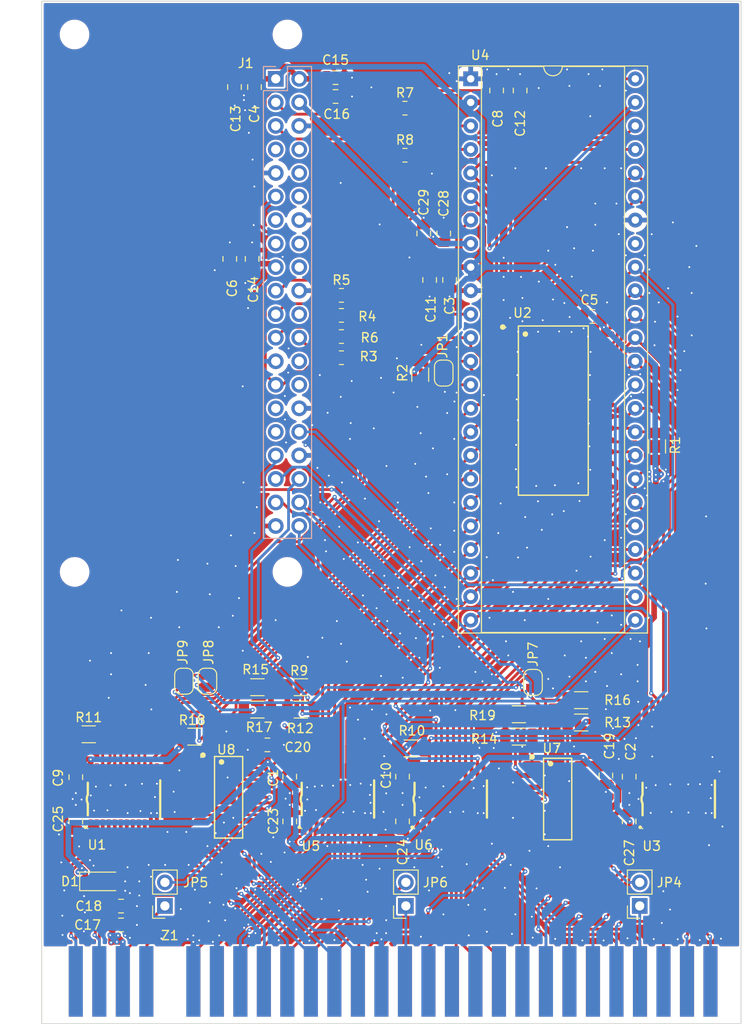
<source format=kicad_pcb>
(kicad_pcb (version 20211014) (generator pcbnew)
  (layers (0 "F.Cu" mixed) (1 "In1.Cu" power) (2 "In2.Cu" power) (31 "B.Cu" mixed) (34 "B.Paste" user) (35 "F.Paste" user) (36 "B.SilkS" user "B.Silkscreen") (37 "F.SilkS" user "F.Silkscreen") (38 "B.Mask" user) (39 "F.Mask" user) (44 "Edge.Cuts" user))
  (net 0 "")
  (net 1 "/ZX.~{RESET}")
  (net 2 "/ZX.~{INT}")
  (net 3 "/ZX.~{NMI}")
  (net 4 "/ZX.~{IORQGE}")
  (net 5 "/ZX.~{ROMCS}")
  (net 6 "/ZX.~{ROM1OE}")
  (net 7 "/ZX.~{ROM2OE}")
  (net 8 "+3V3")
  (net 9 "+5V")
  (net 10 "GND")
  (net 11 "/UPD.~{SS}")
  (net 14 "/~{A_OE}")
  (net 16 "/~{RESET}")
  (net 17 "/~{D_OE}")
  (net 18 "/~{CTRLI_OE}")
  (net 19 "/SPI0_MOSI")
  (net 20 "/SPI0_MISO")
  (net 21 "/~{INT}")
  (net 22 "/SPI0_SCLK")
  (net 23 "/SPI0_~{CS0}")
  (net 26 "/~{RFSH}")
  (net 27 "/~{NMI}")
  (net 28 "Net-(JP7-Pad2)")
  (net 29 "Net-(JP8-Pad1)")
  (net 30 "Net-(JP9-Pad1)")
  (net 31 "/UPD.SCK")
  (net 32 "/UPD.CDONE")
  (net 33 "/UPD.CRESET")
  (net 34 "/ZX.A3")
  (net 35 "/ZX.A2")
  (net 36 "/ZX.A1")
  (net 37 "/ZX.A0")
  (net 38 "/ZX.A4")
  (net 39 "/ZX.A7")
  (net 40 "/ZX.A6")
  (net 41 "/ZX.A5")
  (net 42 "/A1")
  (net 43 "/A0")
  (net 45 "/A2")
  (net 46 "/A7")
  (net 47 "/A6")
  (net 48 "/A5")
  (net 49 "/A4")
  (net 50 "/A3")
  (net 51 "/ZX.A11")
  (net 52 "/ZX.A10")
  (net 53 "/ZX.A9")
  (net 54 "/ZX.A8")
  (net 55 "/ZX.A12")
  (net 56 "/ZX.A15")
  (net 57 "/ZX.A14")
  (net 58 "/ZX.A13")
  (net 59 "/A9")
  (net 60 "/A8")
  (net 61 "/A10")
  (net 62 "/A15")
  (net 63 "/A11")
  (net 64 "/CLK")
  (net 65 "/~{IORQ}")
  (net 66 "/~{MREQ}")
  (net 67 "/~{WAIT}")
  (net 68 "/~{IORQGE}")
  (net 69 "/~{M1}")
  (net 70 "/D_DIR")
  (net 71 "/D7")
  (net 72 "/D6")
  (net 73 "/D5")
  (net 74 "/D4")
  (net 75 "/D3")
  (net 76 "/D2")
  (net 77 "/D1")
  (net 78 "/D0")
  (net 79 "/ZX.D3")
  (net 80 "/ZX.D2")
  (net 81 "/ZX.D1")
  (net 82 "/ZX.D0")
  (net 83 "/ZX.D4")
  (net 84 "/ZX.D7")
  (net 85 "/ZX.D6")
  (net 86 "/ZX.D5")
  (net 87 "/ZX.~{WR}")
  (net 88 "/ZX.~{RD}")
  (net 89 "/ZX.~{IORQ}")
  (net 90 "/ZX.~{MREQ}")
  (net 91 "/ZX.~{M1}")
  (net 92 "/ZX.~{RFSH}")
  (net 93 "/ZX.CLK")
  (net 94 "/~{RD}")
  (net 95 "/~{WR}")
  (net 96 "/~{RAM_CS}")
  (net 97 "/ZX.~{WAIT}")
  (net 100 "/RAM_A14")
  (net 101 "/ZX_~{ROMCS}")
  (net 102 "/ZX_~{ROM1OE}")
  (net 103 "/ZX_~{ROM2OE}")
  (net 105 "/RAM_A13")
  (net 106 "/A13")
  (net 107 "/UPD.SO")
  (net 108 "/UPD.SI")
  (net 110 "/A12")
  (net 111 "+5VP")
  (net 116 "Net-(J1-Pad3)")
  (net 117 "Net-(J1-Pad5)")
  (net 118 "/A14")
  (net 122 "/~{ROMCS}")
  (footprint "Capacitor_SMD:C_0805_2012Metric" (layer "F.Cu") (at 164.907 144.907 180)
    (fp_text reference "C18")
    (fp_text value "0.1uF")
  )
  (footprint "Resistor_SMD:R_1206_3216Metric" (layer "F.Cu") (at 172.847 126.619 180)
    (fp_text reference "R18")
    (fp_text value "10K")
  )
  (footprint "Jumper:SolderJumper-2_P1.3mm_Bridged_RoundedPad1.0x1.5mm" (layer "F.Cu") (at 209.423 120.762 -90)
    (fp_text reference "JP7")
    (fp_text value "SolderJumper_2_Bridged")
  )
  (footprint "Resistor_SMD:R_1206_3216Metric" (layer "F.Cu") (at 214.63 122.682)
    (fp_text reference "R16")
    (fp_text value "10K")
  )
  (footprint "footprint:SOP-28_L18.2-W8.5-P1.27-LS12.1-BL" (layer "F.Cu") (at 211.617 91.43 -90)
    (fp_text reference "U2")
    (fp_text value "LY62256SL-70LLI")
  )
  (footprint "Capacitor_SMD:C_0805_2012Metric" (layer "F.Cu") (at 183.134 130.937 90)
    (fp_text reference "C1")
    (fp_text value "0.1uF")
  )
  (footprint "Jumper:SolderJumper-2_P1.3mm_Open_RoundedPad1.0x1.5mm" (layer "F.Cu") (at 199.776 87.381 90)
    (fp_text reference "JP1")
    (fp_text value "SolderJumper_2_Bridged")
  )
  (footprint "Capacitor_SMD:C_0805_2012Metric" (layer "F.Cu") (at 208.031 56.886 -90)
    (fp_text reference "C12")
    (fp_text value "4.7uF")
  )
  (footprint "MountingHole:MountingHole_2.7mm" (layer "F.Cu") (at 182.88 108.839)
    (fp_text reference "H4" hide)
    (fp_text value "MountingHole_2.7mm")
  )
  (footprint "zxbus:ZX_Bus_Edge_Connector" (layer "F.Cu") (at 193.04 153.035)
    (fp_text reference "Z1")
    (fp_text value "ZX_Bus")
  )
  (footprint "footprint:TSSOP-24_L7.8-W4.4-P0.65-LS6.4-BL" (layer "F.Cu") (at 225.171 133.35)
    (fp_text reference "U3")
    (fp_text value "SN74LVCC4245APWR")
  )
  (footprint "MountingHole:MountingHole_2.7mm" (layer "F.Cu") (at 182.88 50.839)
    (fp_text reference "H2" hide)
    (fp_text value "MountingHole_2.7mm")
  )
  (footprint "Resistor_SMD:R_1206_3216Metric" (layer "F.Cu") (at 161.417 126.365)
    (fp_text reference "R11")
    (fp_text value "10K")
  )
  (footprint "Resistor_SMD:R_1206_3216Metric" (layer "F.Cu") (at 214.63 125.095)
    (fp_text reference "R13")
    (fp_text value "10K")
  )
  (footprint "Capacitor_SMD:C_0805_2012Metric" (layer "F.Cu") (at 219.8157 130.937 90)
    (fp_text reference "C2")
    (fp_text value "0.1uF")
  )
  (footprint "level_shifter:UPdruino_v3.0" (layer "F.Cu") (at 202.692 55.626)
    (fp_text reference "U4")
    (fp_text value "UPdruino_v3.0")
  )
  (footprint "Resistor_SMD:R_1206_3216Metric" (layer "F.Cu") (at 179.6395 123.698)
    (fp_text reference "R17")
    (fp_text value "10K")
  )
  (footprint "Connector_PinSocket_2.54mm:PinSocket_1x02_P2.54mm_Vertical" (layer "F.Cu") (at 169.647 144.887 180)
    (fp_text reference "JP5")
    (fp_text value "Jumper_2_Bridged")
  )
  (footprint "Capacitor_SMD:C_0805_2012Metric" (layer "F.Cu") (at 160.02 130.998 90)
    (fp_text reference "C9")
    (fp_text value "0.1uF")
  )
  (footprint "Resistor_SMD:R_1206_3216Metric" (layer "F.Cu") (at 179.6395 121.285)
    (fp_text reference "R15")
    (fp_text value "10K")
  )
  (footprint "Capacitor_SMD:C_0805_2012Metric" (layer "F.Cu") (at 188.087 55.499 180)
    (fp_text reference "C15")
    (fp_text value "4.7uF")
  )
  (footprint "Capacitor_SMD:C_0805_2012Metric" (layer "F.Cu") (at 180.721 127.508 180)
    (fp_text reference "C20")
    (fp_text value "0.1uF")
  )
  (footprint "Capacitor_SMD:C_0805_2012Metric" (layer "F.Cu") (at 195.326 130.937 90)
    (fp_text reference "C10")
    (fp_text value "0.1uF")
  )
  (footprint "MountingHole:MountingHole_2.7mm" (layer "F.Cu") (at 159.88 50.839)
    (fp_text reference "H1" hide)
    (fp_text value "MountingHole_2.7mm")
  )
  (footprint "Diode_SMD:D_SOD-123" (layer "F.Cu") (at 162.687 142.24)
    (fp_text reference "D1")
    (fp_text value "B5819W SL")
  )
  (footprint "Connector_PinSocket_2.54mm:PinSocket_1x02_P2.54mm_Vertical" (layer "F.Cu") (at 220.955 144.887 180)
    (fp_text reference "JP4")
    (fp_text value "Jumper_2_Bridged")
  )
  (footprint "footprint:TSSOP-24_L7.8-W4.4-P0.65-LS6.4-BL" (layer "F.Cu") (at 188.341 133.35)
    (fp_text reference "U5")
    (fp_text value "SN74LVCC4245APWR")
  )
  (footprint "footprint:SOIC-14_L8.7-W3.9-P1.27-LS6.0-BL" (layer "F.Cu") (at 212.09 133.35 -90)
    (fp_text reference "U7")
    (fp_text value "74HC125D")
  )
  (footprint "Capacitor_SMD:C_0805_2012Metric" (layer "F.Cu") (at 179.324 56.515 90)
    (fp_text reference "C4")
    (fp_text value "0.1uF")
  )
  (footprint "Capacitor_SMD:C_0805_2012Metric" (layer "F.Cu") (at 197.617 72.319 -90)
    (fp_text reference "C29")
    (fp_text value "4.7uF")
  )
  (footprint "Resistor_SMD:R_1206_3216Metric" (layer "F.Cu") (at 184.3385 121.285 180)
    (fp_text reference "R9")
    (fp_text value "10K")
  )
  (footprint "Jumper:SolderJumper-2_P1.3mm_Open_RoundedPad1.0x1.5mm" (layer "F.Cu") (at 171.704 120.635 90)
    (fp_text reference "JP9")
    (fp_text value "SolderJumper_2_Bridged")
  )
  (footprint "Connector_PinSocket_2.54mm:PinSocket_1x02_P2.54mm_Vertical" (layer "F.Cu") (at 195.682 144.887 180)
    (fp_text reference "JP6")
    (fp_text value "Jumper_2_Bridged")
  )
  (footprint "Capacitor_SMD:C_0805_2012Metric" (layer "F.Cu") (at 160.02 135.763 -90)
    (fp_text reference "C25")
    (fp_text value "0.1uF")
  )
  (footprint "Jumper:SolderJumper-2_P1.3mm_Open_RoundedPad1.0x1.5mm" (layer "F.Cu") (at 174.244 120.635 90)
    (fp_text reference "JP8")
    (fp_text value "SolderJumper_2_Bridged")
  )
  (footprint "Resistor_SMD:R_1206_3216Metric" (layer "F.Cu") (at 207.899 126.619 180)
    (fp_text reference "R14")
    (fp_text value "10K")
  )
  (footprint "Resistor_SMD:R_1206_3216Metric" (layer "F.Cu") (at 207.899 124.206 180)
    (fp_text reference "R19")
    (fp_text value "10K")
  )
  (footprint "footprint:SOIC-14_L8.7-W3.9-P1.27-LS6.0-BL" (layer "F.Cu") (at 176.53 133.164 -90)
    (fp_text reference "U8")
    (fp_text value "74HC125D")
  )
  (footprint "Capacitor_SMD:C_0805_2012Metric" (layer "F.Cu") (at 176.657 75.057 -90)
    (fp_text reference "C6")
    (fp_text value "0.1uF")
  )
  (footprint "Capacitor_SMD:C_0805_2012Metric" (layer "F.Cu") (at 188.087 57.531 180)
    (fp_text reference "C16")
    (fp_text value "0.1uF")
  )
  (footprint "Capacitor_SMD:C_0805_2012Metric" (layer "F.Cu") (at 183.134 135.763 -90)
    (fp_text reference "C23")
    (fp_text value "0.1uF")
  )
  (footprint "Resistor_SMD:R_0805_2012Metric" (layer "F.Cu") (at 188.722 78.994)
    (fp_text reference "R5")
    (fp_text value "510")
  )
  (footprint "Resistor_SMD:R_0805_2012Metric" (layer "F.Cu") (at 188.722 81.153)
    (fp_text reference "R4")
    (fp_text value "510")
  )
  (footprint "MountingHole:MountingHole_2.7mm" (layer "F.Cu") (at 159.893 108.839)
    (fp_text reference "H3" hide)
    (fp_text value "MountingHole_2.7mm")
  )
  (footprint "Capacitor_SMD:C_0805_2012Metric" (layer "F.Cu") (at 199.776 72.319 -90)
    (fp_text reference "C28")
    (fp_text value "0.1uF")
  )
  (footprint "Capacitor_SMD:C_0805_2012Metric" (layer "F.Cu") (at 200.411 77.333 90)
    (fp_text reference "C3")
    (fp_text value "0.1uF")
  )
  (footprint "Capacitor_SMD:C_0805_2012Metric" (layer "F.Cu") (at 179.07 75.057 -90)
    (fp_text reference "C14")
    (fp_text value "4.7uF")
  )
  (footprint "Resistor_SMD:R_1206_3216Metric" (layer "F.Cu") (at 197.236 87.5545 -90)
    (fp_text reference "R2")
    (fp_text value "10K")
  )
  (footprint "Capacitor_SMD:C_0805_2012Metric" (layer "F.Cu") (at 215.839 81.27)
    (fp_text reference "C5")
    (fp_text value "0.1uF")
  )
  (footprint "Resistor_SMD:R_1206_3216Metric" (layer "F.Cu") (at 222.8342 95.3008 90)
    (fp_text reference "R1")
    (fp_text value "10K")
  )
  (footprint "Capacitor_SMD:C_0805_2012Metric" (layer "F.Cu") (at 205.491 56.886 -90)
    (fp_text reference "C8")
    (fp_text value "0.1uF")
  )
  (footprint "Capacitor_SMD:C_0805_2012Metric" (layer "F.Cu") (at 219.8157 135.763 -90)
    (fp_text reference "C27")
    (fp_text value "0.1uF")
  )
  (footprint "Resistor_SMD:R_0805_2012Metric" (layer "F.Cu") (at 188.722 83.439)
    (fp_text reference "R6")
    (fp_text value "510")
  )
  (footprint "footprint:TSSOP-24_L7.8-W4.4-P0.65-LS6.4-BL" (layer "F.Cu") (at 165.227 133.35)
    (fp_text reference "U1")
    (fp_text value "SN74LVCC4245APWR")
  )
  (footprint "Resistor_SMD:R_0805_2012Metric" (layer "F.Cu") (at 195.585 63.871)
    (fp_text reference "R8")
    (fp_text value "240")
  )
  (footprint "Capacitor_SMD:C_0805_2012Metric" (layer "F.Cu") (at 217.297 130.81 90)
    (fp_text reference "C19")
    (fp_text value "0.1uF")
  )
  (footprint "footprint:TSSOP-24_L7.8-W4.4-P0.65-LS6.4-BL" (layer "F.Cu") (at 200.533 133.35)
    (fp_text reference "U6")
    (fp_text value "SN74LVCC4245APWR")
  )
  (footprint "Resistor_SMD:R_1206_3216Metric" (layer "F.Cu") (at 184.3385 123.698)
    (fp_text reference "R12")
    (fp_text value "10K")
  )
  (footprint "Capacitor_SMD:C_0805_2012Metric" (layer "F.Cu") (at 177.165 56.515 90)
    (fp_text reference "C13")
    (fp_text value "4.7uF")
  )
  (footprint "Resistor_SMD:R_0805_2012Metric" (layer "F.Cu") (at 195.585 58.791)
    (fp_text reference "R7")
    (fp_text value "240")
  )
  (footprint "Resistor_SMD:R_0805_2012Metric" (layer "F.Cu") (at 188.722 85.725)
    (fp_text reference "R3")
    (fp_text value "510")
  )
  (footprint "Capacitor_SMD:C_0805_2012Metric" (layer "F.Cu") (at 195.326 135.763 -90)
    (fp_text reference "C24")
    (fp_text value "0.1uF")
  )
  (footprint "Capacitor_SMD:C_0805_2012Metric" (layer "F.Cu") (at 164.907 146.939 180)
    (fp_text reference "C17")
    (fp_text value "4.7uF")
  )
  (footprint "Capacitor_SMD:C_0805_2012Metric" (layer "F.Cu") (at 198.252 77.333 90)
    (fp_text reference "C11")
    (fp_text value "4.7uF")
  )
  (footprint "Resistor_SMD:R_1206_3216Metric" (layer "F.Cu") (at 196.215 127.889)
    (fp_text reference "R10")
    (fp_text value "10K")
  )
  (footprint "Connector_PinSocket_2.54mm:PinSocket_2x20_P2.54mm_Vertical" (layer "B.Cu") (at 181.623 55.626 180)
    (fp_text reference "J1")
    (fp_text value "Raspberry_Pi_2_3")
  )
  (gr_rect locked (start 156.337 47.244) (end 231.902 157.607) (layer "Edge.Cuts") (width 0.1) (fill none))
  (segment (start 209.3209 135.89) (end 208.571 135.89) (width 0.3048) (layer "F.Cu") (net 1))
  (segment (start 208.022 140.611) (end 208.585 141.173) (width 0.3048) (layer "F.Cu") (net 1))
  (segment (start 208.571 135.89) (end 208.022 136.439) (width 0.3048) (layer "F.Cu") (net 1))
  (segment (start 208.022 136.439) (end 208.022 140.611) (width 0.3048) (layer "F.Cu") (net 1))
  (via (at 208.585 141.173) (size 0.46) (drill 0.2) (layers "F.Cu" "B.Cu") (net 1))
  (segment (start 208.585 141.173) (end 208.28 141.478) (width 0.3048) (layer "B.Cu") (net 1))
  (segment (start 208.28 141.478) (end 208.28 153.035) (width 0.3048) (layer "B.Cu") (net 1))
  (segment (start 198.233 136.9345) (end 198.233 136.373) (width 0.3048) (layer "F.Cu") (net 2))
  (segment (start 190.601301 152.933699) (end 190.601301 148.938699) (width 0.3048) (layer "F.Cu") (net 2))
  (segment (start 198.233 137.797) (end 198.233 136.9345) (width 0.3048) (layer "F.Cu") (net 2))
  (segment (start 190.601301 148.938699) (end 191.15 148.39) (width 0.3048) (layer "F.Cu") (net 2))
  (segment (start 191.15 144.88) (end 198.233 137.797) (width 0.3048) (layer "F.Cu") (net 2))
  (segment (start 198.233 136.9345) (end 198.2328 136.9343) (width 0.3048) (layer "F.Cu") (net 2))
  (segment (start 198.2328 136.9343) (end 198.2328 136.3726) (width 0.3048) (layer "F.Cu") (net 2))
  (segment (start 190.5 153.035) (end 190.601301 152.933699) (width 0.3048) (layer "F.Cu") (net 2))
  (segment (start 191.15 148.39) (end 191.15 144.88) (width 0.3048) (layer "F.Cu") (net 2))
  (segment (start 206.096 134.555) (end 206.096 139.573) (width 0.3048) (layer "F.Cu") (net 3))
  (segment (start 209.3209 132.08) (end 208.571 132.08) (width 0.3048) (layer "F.Cu") (net 3))
  (segment (start 193.04 149.225) (end 193.04 153.035) (width 0.3048) (layer "F.Cu") (net 3))
  (segment (start 198.095 146.05) (end 196.444 147.701) (width 0.3048) (layer "F.Cu") (net 3))
  (segment (start 194.564 147.701) (end 193.04 149.225) (width 0.3048) (layer "F.Cu") (net 3))
  (segment (start 196.444 147.701) (end 194.564 147.701) (width 0.3048) (layer "F.Cu") (net 3))
  (segment (start 198.095 145.364) (end 198.095 146.05) (width 0.3048) (layer "F.Cu") (net 3))
  (segment (start 208.571 132.08) (end 206.096 134.555) (width 0.3048) (layer "F.Cu") (net 3))
  (via (at 198.095 145.364) (size 0.46) (drill 0.2) (layers "F.Cu" "B.Cu") (net 3))
  (via (at 206.096 139.573) (size 0.46) (drill 0.2) (layers "F.Cu" "B.Cu") (net 3))
  (segment (start 201.911 143.758) (end 199.701 143.758) (width 0.3048) (layer "B.Cu") (net 3))
  (segment (start 199.701 143.758) (end 198.095 145.364) (width 0.3048) (layer "B.Cu") (net 3))
  (segment (start 206.096 139.573) (end 201.911 143.758) (width 0.3048) (layer "B.Cu") (net 3))
  (segment (start 177.9752 137.2192) (end 177.9752 136.974) (width 0.3048) (layer "F.Cu") (net 4))
  (segment (start 178.7302 137.9742) (end 177.9752 137.2192) (width 0.3048) (layer "F.Cu") (net 4))
  (segment (start 179.299 137.9742) (end 179.299 141.055) (width 0.3048) (layer "F.Cu") (net 4))
  (segment (start 179.299 136.974) (end 179.299 137.9742) (width 0.3048) (layer "F.Cu") (net 4))
  (segment (start 179.299 141.055) (end 180.069 141.825) (width 0.3048) (layer "F.Cu") (net 4))
  (segment (start 179.2991 136.974) (end 177.9752 136.974) (width 0.3048) (layer "F.Cu") (net 4))
  (segment (start 179.299 137.9742) (end 178.7302 137.9742) (width 0.3048) (layer "F.Cu") (net 4))
  (via (at 180.069 141.825) (size 0.46) (drill 0.2) (layers "F.Cu" "B.Cu") (net 4))
  (segment (start 190.5 153.035) (end 190.5 149.987) (width 0.3048) (layer "B.Cu") (net 4))
  (segment (start 188.01 147.497) (end 185.741 147.497) (width 0.3048) (layer "B.Cu") (net 4))
  (segment (start 185.741 147.497) (end 180.069 141.825) (width 0.3048) (layer "B.Cu") (net 4))
  (segment (start 190.5 149.987) (end 188.01 147.497) (width 0.3048) (layer "B.Cu") (net 4))
  (segment (start 220.955 144.887) (end 220.955 153.01) (width 0.3048) (layer "B.Cu") (net 5))
  (segment (start 220.955 153.01) (end 220.98 153.035) (width 0.3048) (layer "B.Cu") (net 5))
  (segment (start 167.7 149.1) (end 168.16 148.64) (width 0.3048) (layer "F.Cu") (net 6))
  (segment (start 168.16 148.64) (end 168.16 146.374) (width 0.3048) (layer "F.Cu") (net 6))
  (segment (start 167.64 153.035) (end 167.7 152.975) (width 0.3048) (layer "F.Cu") (net 6))
  (segment (start 167.7 152.975) (end 167.7 149.1) (width 0.3048) (layer "F.Cu") (net 6))
  (segment (start 168.16 146.374) (end 169.647 144.887) (width 0.3048) (layer "F.Cu") (net 6))
  (segment (start 195.682 152.933) (end 195.58 153.035) (width 0.3048) (layer "B.Cu") (net 7))
  (segment (start 195.682 144.887) (end 195.682 152.933) (width 0.3048) (layer "B.Cu") (net 7))
  (segment (start 200.411 76.383) (end 198.252 76.383) (width 0.6096) (layer "F.Cu") (net 8))
  (segment (start 160.3246 127.1364) (end 160.3246 126.7351) (width 0.6096) (layer "F.Cu") (net 8))
  (segment (start 160.3246 129.0452) (end 160.3246 127.1364) (width 0.6096) (layer "F.Cu") (net 8))
  (segment (start 160.02 130.048) (end 160.3246 129.7434) (width 0.6096) (layer "F.Cu") (net 8))
  (segment (start 171.3845 127.6598) (end 171.1513 127.893) (width 0.6096) (layer "F.Cu") (net 8))
  (segment (start 220.3854 129.0452) (end 221.5708 129.0452) (width 0.6096) (layer "F.Cu") (net 8))
  (segment (start 195.7504 127.7102) (end 195.326 128.1346) (width 0.6096) (layer "F.Cu") (net 8))
  (segment (start 220.2141 129.2165) (end 220.3854 129.0452) (width 0.6096) (layer "F.Cu") (net 8))
  (segment (start 161.6268 129.0452) (end 160.3246 129.0452) (width 0.6096) (layer "F.Cu") (net 8))
  (segment (start 221.5708 122.2358) (end 221.5708 129.0452) (width 0.6096) (layer "F.Cu") (net 8))
  (segment (start 221.536 121.6528) (end 221.536 122.201) (width 0.6096) (layer "F.Cu") (net 8))
  (segment (start 221.536 122.201) (end 221.5708 122.2358) (width 0.6096) (layer "F.Cu") (net 8))
  (segment (start 184.0803 129.0407) (end 184.0803 124.9023) (width 0.6096) (layer "F.Cu") (net 8))
  (segment (start 179.2991 131.894) (end 177.8228 131.894) (width 0.6096) (layer "F.Cu") (net 8))
  (segment (start 196.9328 130.3274) (end 196.9328 129.125) (width 0.6096) (layer "F.Cu") (net 8))
  (segment (start 177.8228 134.434) (end 177.8228 135.704) (width 0.6096) (layer "F.Cu") (net 8))
  (segment (start 161.6268 129.0704) (end 161.6268 129.0452) (width 0.6096) (layer "F.Cu") (net 8))
  (segment (start 215.9867 124.9892) (end 215.9867 122.7878) (width 0.6096) (layer "F.Cu") (net 8))
  (segment (start 196.5852 87.207) (end 196.5852 88.3662) (width 0.6096) (layer "F.Cu") (net 8))
  (segment (start 181.623 55.626) (end 179.385 55.626) (width 0.6096) (layer "F.Cu") (net 8))
  (segment (start 195.326 128.1346) (end 195.326 129.987) (width 0.6096) (layer "F.Cu") (net 8))
  (segment (start 181.102 121.285) (end 181.102 123.698) (width 0.6096) (layer "F.Cu") (net 8))
  (segment (start 173.7609 134.434) (end 175.2372 134.434) (width 0.6096) (layer "F.Cu") (net 8))
  (segment (start 221.5708 130.3274) (end 221.5708 129.0452) (width 0.6096) (layer "F.Cu") (net 8))
  (segment (start 182.876 121.285) (end 181.102 121.285) (width 0.6096) (layer "F.Cu") (net 8))
  (segment (start 172.2846 134.4088) (end 172.2846 129.354) (width 0.6096) (layer "F.Cu") (net 8))
  (segment (start 223.266 98.298) (end 223.265 98.298) (width 0.6096) (layer "F.Cu") (net 8))
  (segment (start 171.3845 126.619) (end 171.3845 127.6598) (width 0.6096) (layer "F.Cu") (net 8))
  (segment (start 177.165 55.565) (end 175.9885 56.7415) (width 0.6096) (layer "F.Cu") (net 8))
  (segment (start 201.4348 75.946) (end 200.9978 76.383) (width 0.6096) (layer "F.Cu") (net 8))
  (segment (start 177.8228 131.894) (end 177.8228 134.434) (width 0.6096) (layer "F.Cu") (net 8))
  (segment (start 220.028 129.4026) (end 220.2141 129.2165) (width 0.6096) (layer "F.Cu") (net 8))
  (segment (start 216.0925 125.095) (end 220.2141 129.2165) (width 0.6096) (layer "F.Cu") (net 8))
  (segment (start 160.3246 115.9454) (end 176.657 99.613) (width 0.6096) (layer "F.Cu") (net 8))
  (segment (start 160.3246 129.7434) (end 160.3246 129.0452) (width 0.6096) (layer "F.Cu") (net 8))
  (segment (start 220.028 129.7747) (end 220.028 129.4026) (width 0.6096) (layer "F.Cu") (net 8))
  (segment (start 182.876 123.698) (end 182.876 121.285) (width 0.6096) (layer "F.Cu") (net 8))
  (segment (start 217.081 82.4332) (end 217.081 83.021) (width 0.6096) (layer "F.Cu") (net 8))
  (segment (start 196.8665 129.0587) (end 196.9328 129.125) (width 0.3998) (layer "F.Cu") (net 8))
  (segment (start 205.491 57.836) (end 208.031 57.836) (width 0.6096) (layer "F.Cu") (net 8))
  (segment (start 215.9867 124.9892) (end 216.0925 125.095) (width 0.6096) (layer "F.Cu") (net 8))
  (segment (start 222.834 97.4589) (end 222.6938 97.5992) (width 0.3048) (layer "F.Cu") (net 8))
  (segment (start 181.623 75.946) (end 181.2567 75.5797) (width 0.6096) (layer "F.Cu") (net 8))
  (segment (start 206.4365 126.1492) (end 205.4458 126.1492) (width 0.6096) (layer "F.Cu") (net 8))
  (segment (start 214.8591 135.89) (end 216.3354 135.89) (width 0.6096) (layer "F.Cu") (net 8))
  (segment (start 221.5708 121.618) (end 221.536 121.6528) (width 0.6096) (layer "F.Cu") (net 8))
  (segment (start 179.324 55.565) (end 177.165 55.565) (width 0.6096) (layer "F.Cu") (net 8))
  (segment (start 216.789 81.27) (end 217.081 81.562) (width 0.6096) (layer "F.Cu") (net 8))
  (segment (start 217.081 81.562) (end 217.081 82.4332) (width 0.6096) (layer "F.Cu") (net 8))
  (segment (start 172.3098 134.434) (end 172.2846 134.4088) (width 0.6096) (layer "F.Cu") (net 8))
  (segment (start 223.265 98.298) (end 222.63 97.663) (width 0.6096) (layer "F.Cu") (net 8))
  (segment (start 172.4815 134.434) (end 172.3098 134.434) (width 0.6096) (layer "F.Cu") (net 8))
  (segment (start 184.7408 130.3274) (end 184.7408 129.0452) (width 0.6096) (layer "F.Cu") (net 8))
  (segment (start 177.8635 74.8005) (end 176.657 76.007) (width 0.6096) (layer "F.Cu") (net 8))
  (segment (start 202.692 75.946) (end 201.4348 75.946) (width 0.6096) (layer "F.Cu") (net 8))
  (segment (start 222.834 96.7633) (end 222.834 97.1111) (width 0.3048) (layer "F.Cu") (net 8))
  (segment (start 202.692 58.166) (end 205.161 58.166) (width 0.6096) (layer "F.Cu") (net 8))
  (segment (start 218.6578 131.1449) (end 218.6578 133.5676) (width 0.6096) (layer "F.Cu") (net 8))
  (segment (start 217.081 83.021) (end 217.235 83.175) (width 0.6096) (layer "F.Cu") (net 8))
  (segment (start 179.2991 135.704) (end 177.8228 135.704) (width 0.6096) (layer "F.Cu") (net 8))
  (segment (start 215.1388 124.9892) (end 215.9867 124.9892) (width 0.6096) (layer "F.Cu") (net 8))
  (segment (start 172.2846 129.354) (end 172.2846 127.5191) (width 0.6096) (layer "F.Cu") (net 8))
  (segment (start 181.2614 131.894) (end 179.2991 131.894) (width 0.6096) (layer "F.Cu") (net 8))
  (segment (start 175.9885 56.7415) (end 175.9885 64.0631) (width 0.6096) (layer "F.Cu") (net 8))
  (segment (start 177.8635 74.8005) (end 179.07 76.007) (width 0.6096) (layer "F.Cu") (net 8))
  (segment (start 160.3246 126.7351) (end 159.9545 126.365) (width 0.6096) (layer "F.Cu") (net 8))
  (segment (start 196.2543 129.0587) (end 195.326 129.987) (width 0.6096) (layer "F.Cu") (net 8))
  (segment (start 205.161 58.166) (end 205.491 57.836) (width 0.6096) (layer "F.Cu") (net 8))
  (segment (start 200.9978 76.383) (end 200.411 76.383) (width 0.6096) (layer "F.Cu") (net 8))
  (segment (start 222.6938 98.3622) (end 222.6938 98.8702) (width 0.6096) (layer "F.Cu") (net 8))
  (segment (start 184.7408 129.0452) (end 184.0848 129.0452) (width 0.6096) (layer "F.Cu") (net 8))
  (segment (start 222.834 97.1111) (end 222.8342 97.1109) (width 0.6096) (layer "F.Cu") (net 8))
  (segment (start 206.4365 124.206) (end 206.4365 126.1492) (width 0.6096) (layer "F.Cu") (net 8))
  (segment (start 184.0803 129.0407) (end 183.134 129.987) (width 0.6096) (layer "F.Cu") (net 8))
  (segment (start 196.5852 88.3662) (end 197.236 89.017) (width 0.6096) (layer "F.Cu") (net 8))
  (segment (start 161.6268 130.3274) (end 161.6268 129.242) (width 0.6096) (layer "F.Cu") (net 8))
  (segment (start 222.512 109.4794) (end 222.512 113.7484) (width 0.6096) (layer "F.Cu") (net 8))
  (segment (start 196.682 129.0587) (end 196.2543 129.0587) (width 0.6096) (layer "F.Cu") (net 8))
  (segment (start 183.134 129.987) (end 183.134 130.0214) (width 0.6096) (layer "F.Cu") (net 8))
  (segment (start 223.266 98.298) (end 222.6938 98.8702) (width 0.6096) (layer "F.Cu") (net 8))
  (segment (start 179.385 55.626) (end 179.324 55.565) (width 0.6096) (layer "F.Cu") (net 8))
  (segment (start 222.6938 109.2976) (end 222.512 109.4794) (width 0.6096) (layer "F.Cu") (net 8))
  (segment (start 218.6578 133.5676) (end 216.3354 135.89) (width 0.6096) (layer "F.Cu") (net 8))
  (segment (start 215.9867 122.7878) (end 216.0925 122.682) (width 0.6096) (layer "F.Cu") (net 8))
  (segment (start 222.6938 98.8702) (end 222.6938 109.2976) (width 0.6096) (layer "F.Cu") (net 8))
  (segment (start 194.7525 129.4135) (end 195.326 129.987) (width 0.6096) (layer "F.Cu") (net 8))
  (segment (start 222.8342 97.1109) (end 222.8342 96.7633) (width 0.6096) (layer "F.Cu") (net 8))
  (segment (start 184.0803 124.9023) (end 182.876 123.698) (width 0.6096) (layer "F.Cu") (net 8))
  (segment (start 175.9885 64.0631) (end 177.8635 65.9381) (width 0.6096) (layer "F.Cu") (net 8))
  (segment (start 222.512 113.7484) (end 221.9538 114.3066) (width 0.6096) (layer "F.Cu") (net 8))
  (segment (start 222.834 97.1111) (end 222.834 97.4589) (width 0.3048) (layer "F.Cu") (net 8))
  (segment (start 179.4973 75.5797) (end 179.07 76.007) (width 0.6096) (layer "F.Cu") (net 8))
  (segment (start 173.7398 134.434) (end 172.4815 134.434) (width 0.6096) (layer "F.Cu") (net 8))
  (segment (start 183.134 130.0214) (end 181.2614 131.894) (width 0.6096) (layer "F.Cu") (net 8))
  (segment (start 194.7525 127.889) (end 194.7525 129.4135) (width 0.6096) (layer "F.Cu") (net 8))
  (segment (start 173.7398 134.434) (end 173.7609 134.434) (width 0.6096) (layer "F.Cu") (net 8))
  (segment (start 176.657 99.613) (end 176.657 76.007) (width 0.6096) (layer "F.Cu") (net 8))
  (segment (start 221.9538 116.5996) (end 221.5708 116.9826) (width 0.6096) (layer "F.Cu") (net 8))
  (segment (start 173.7609 130.624) (end 173.7609 129.354) (width 0.6096) (layer "F.Cu") (net 8))
  (segment (start 160.3246 127.1364) (end 160.3246 115.9454) (width 0.6096) (layer "F.Cu") (net 8))
  (segment (start 221.5708 116.9826) (end 221.5708 121.618) (width 0.6096) (layer "F.Cu") (net 8))
  (segment (start 173.7609 129.354) (end 172.2846 129.354) (width 0.6096) (layer "F.Cu") (net 8))
  (segment (start 219.8157 129.987) (end 220.028 129.7747) (width 0.6096) (layer "F.Cu") (net 8))
  (segment (start 206.4365 126.1492) (end 206.4365 126.619) (width 0.6096) (layer "F.Cu") (net 8))
  (segment (start 221.9538 114.3066) (end 221.9538 116.5996) (width 0.6096) (layer "F.Cu") (net 8))
  (segment (start 172.2846 127.5191) (end 171.3845 126.619) (width 0.6096) (layer "F.Cu") (net 8))
  (segment (start 184.0848 129.0452) (end 184.0803 129.0407) (width 0.6096) (layer "F.Cu") (net 8))
  (segment (start 196.682 129.0587) (end 196.8665 129.0587) (width 0.3998) (layer "F.Cu") (net 8))
  (segment (start 177.8635 65.9381) (end 177.8635 74.8005) (width 0.6096) (layer "F.Cu") (net 8))
  (segment (start 222.6938 97.5992) (end 222.63 97.663) (width 0.3048) (layer "F.Cu") (net 8))
  (segment (start 181.2567 75.5797) (end 179.4973 75.5797) (width 0.6096) (layer "F.Cu") (net 8))
  (segment (start 219.8157 129.987) (end 218.6578 131.1449) (width 0.6096) (layer "F.Cu") (net 8))
  (segment (start 222.6938 97.5992) (end 222.6938 98.3622) (width 0.6096) (layer "F.Cu") (net 8))
  (segment (start 175.2372 134.434) (end 177.8228 134.434) (width 0.6096) (layer "F.Cu") (net 8))
  (segment (start 161.6268 129.242) (end 161.6268 129.0704) (width 0.6096) (layer "F.Cu") (net 8))
  (via (at 223.266 98.298) (size 0.46) (drill 0.2) (layers "F.Cu" "B.Cu") (net 8))
  (via (at 205.4458 126.1492) (size 0.46) (drill 0.2) (layers "F.Cu" "B.Cu") (net 8))
  (via (at 222.6938 98.8702) (size 0.46) (drill 0.2) (layers "F.Cu" "B.Cu") (net 8))
  (via (at 217.081 82.4332) (size 0.46) (drill 0.2) (layers "F.Cu" "B.Cu") (net 8))
  (via (at 222.6938 98.3622) (size 0.46) (drill 0.2) (layers "F.Cu" "B.Cu") (net 8))
  (via (at 171.1513 127.893) (size 0.46) (drill 0.2) (layers "F.Cu" "B.Cu") (net 8))
  (via (at 195.7504 127.7102) (size 0.46) (drill 0.2) (layers "F.Cu" "B.Cu") (net 8))
  (via (at 222.63 97.663) (size 0.46) (drill 0.2) (layers "F.Cu" "B.Cu") (net 8))
  (via (at 196.5852 87.207) (size 0.46) (drill 0.2) (layers "F.Cu" "B.Cu") (net 8))
  (via (at 161.6268 129.0704) (size 0.46) (drill 0.2) (layers "F.Cu" "B.Cu") (net 8))
  (via (at 215.1388 124.9892) (size 0.46) (drill 0.2) (layers "F.Cu" "B.Cu") (net 8))
  (segment (start 202.692 59.4232) (end 203.1634 59.4232) (width 0.6096) (layer "B.Cu") (net 8))
  (segment (start 202.9588 77.2032) (end 204.216 75.946) (width 0.6096) (layer "B.Cu") (net 8))
  (segment (start 182.9246 54.3244) (end 197.5932 54.3244) (width 0.6096) (layer "B.Cu") (net 8))
  (segment (start 197.5932 54.3244) (end 201.1744 57.9056) (width 0.6096) (layer "B.Cu") (net 8))
  (segment (start 201.4348 82.3574) (end 196.5852 87.207) (width 0.6096) (layer "B.Cu") (net 8))
  (segment (start 202.2855 58.166) (end 202.692 58.166) (width 0.6096) (layer "B.Cu") (net 8))
  (segment (start 203.9476 74.6904) (end 202.692 75.946) (width 0.6096) (layer "B.Cu") (net 8))
  (segment (start 204.216 75.946) (end 204.724 75.946) (width 0.6096) (layer "B.Cu") (net 8))
  (segment (start 197.3338 126.1268) (end 195.7504 127.7102) (width 0.6096) (layer "B.Cu") (net 8))
  (segment (start 201.4348 77.9889) (end 201.4348 82.3574) (width 0.6096) (layer "B.Cu") (net 8))
  (segment (start 219.5218 84.874) (end 217.081 82.4332) (width 0.6096) (layer "B.Cu") (net 8))
  (segment (start 223.2018 98.3622) (end 223.266 98.298) (width 0.6096) (layer "B.Cu") (net 8))
  (segment (start 171.1513 127.893) (end 169.9739 129.0704) (width 0.6096) (layer "B.Cu") (net 8))
  (segment (start 202.692 75.946) (end 202.692 77.2032) (width 0.6096) (layer "B.Cu") (net 8))
  (segment (start 202.692 77.2032) (end 202.2205 77.2032) (width 0.6096) (layer "B.Cu") (net 8))
  (segment (start 210.5938 75.946) (end 217.081 82.4332) (width 0.6096) (layer "B.Cu") (net 8))
  (segment (start 205.4234 126.1268) (end 197.3338 126.1268) (width 0.6096) (layer "B.Cu") (net 8))
  (segment (start 202.2205 77.2032) (end 201.4348 77.9889) (width 0.6096) (layer "B.Cu") (net 8))
  (segment (start 203.9476 60.2074) (end 203.9476 73.9067) (width 0.6096) (layer "B.Cu") (net 8))
  (segment (start 220.9828 84.874) (end 219.5218 84.874) (width 0.6096) (layer "B.Cu") (net 8))
  (segment (start 202.692 59.4232) (end 201.1744 57.9056) (width 0.6096) (layer "B.Cu") (net 8))
  (segment (start 222.6938 98.8702) (end 222.6938 97.7268) (width 0.6096) (layer "B.Cu") (net 8))
  (segment (start 203.9476 73.9067) (end 203.9476 74.6904) (width 0.6096) (layer "B.Cu") (net 8))
  (segment (start 181.623 55.626) (end 182.9246 54.3244) (width 0.6096) (layer "B.Cu") (net 8))
  (segment (start 222.6938 97.7268) (end 222.63 97.663) (width 0.6096) (layer "B.Cu") (net 8))
  (segment (start 202.692 58.166) (end 202.692 59.4232) (width 0.6096) (layer "B.Cu") (net 8))
  (segment (start 202.2855 58.166) (end 201.4348 58.166) (width 0.6096) (layer "B.Cu") (net 8))
  (segment (start 205.4458 126.1492) (end 213.9788 126.1492) (width 0.6096) (layer "B.Cu") (net 8))
  (segment (start 205.4458 126.1492) (end 205.4234 126.1268) (width 0.6096) (layer "B.Cu") (net 8))
  (segment (start 202.692 77.2032) (end 202.9588 77.2032) (width 0.6096) (layer "B.Cu") (net 8))
  (segment (start 203.1634 59.4232) (end 203.9476 60.2074) (width 0.6096) (layer "B.Cu") (net 8))
  (segment (start 201.1744 57.9056) (end 201.4348 58.166) (width 0.6096) (layer "B.Cu") (net 8))
  (segment (start 222.63 97.663) (end 222.63 86.5212) (width 0.6096) (layer "B.Cu") (net 8))
  (segment (start 222.63 86.5212) (end 220.9828 84.874) (width 0.6096) (layer "B.Cu") (net 8))
  (segment (start 213.9788 126.1492) (end 215.1388 124.9892) (width 0.6096) (layer "B.Cu") (net 8))
  (segment (start 203.9476 73.9067) (end 203.9476 75.1696) (width 0.6096) (layer "B.Cu") (net 8))
  (segment (start 169.9739 129.0704) (end 161.6268 129.0704) (width 0.6096) (layer "B.Cu") (net 8))
  (segment (start 204.724 75.946) (end 205.232 75.946) (width 0.6096) (layer "B.Cu") (net 8))
  (segment (start 205.232 75.946) (end 210.5938 75.946) (width 0.6096) (layer "B.Cu") (net 8))
  (segment (start 202.692 75.946) (end 204.724 75.946) (width 0.6096) (layer "B.Cu") (net 8))
  (segment (start 203.9476 75.1696) (end 204.724 75.946) (width 0.6096) (layer "B.Cu") (net 8))
  (segment (start 222.6938 98.3622) (end 223.2018 98.3622) (width 0.6096) (layer "B.Cu") (net 8))
  (segment (start 220.8228 137.6548) (end 221.5708 137.6548) (width 0.6096) (layer "F.Cu") (net 9))
  (segment (start 180.7754 129.354) (end 180.7754 128.5124) (width 0.6096) (layer "F.Cu") (net 9))
  (segment (start 219.881 136.713) (end 220.8228 137.6548) (width 0.6096) (layer "F.Cu") (net 9))
  (segment (start 184.163 55.626) (end 185.4702 55.626) (width 0.6096) (layer "F.Cu") (net 9))
  (segment (start 180.7754 128.5124) (end 179.771 127.508) (width 0.6096) (layer "F.Cu") (net 9))
  (segment (start 187.137 55.626) (end 185.4702 55.626) (width 0.6096) (layer "F.Cu") (net 9))
  (segment (start 222.2208 136.3726) (end 221.5708 136.3726) (width 0.6096) (layer "F.Cu") (net 9))
  (segment (start 182.8268 54.2898) (end 176.7251 54.2898) (width 0.6096) (layer "F.Cu") (net 9))
  (segment (start 184.4004 136.713) (end 184.7408 136.3726) (width 0.6096) (layer "F.Cu") (net 9))
  (segment (start 196.2678 137.6548) (end 196.9328 137.6548) (width 0.6096) (layer "F.Cu") (net 9))
  (segment (start 176.7251 54.2898) (end 165.2 65.8149) (width 0.6096) (layer "F.Cu") (net 9))
  (segment (start 183.134 136.713) (end 184.4004 136.713) (width 0.6096) (layer "F.Cu") (net 9))
  (segment (start 196.071 137.458) (end 195.8933 137.6357) (width 0.6096) (layer "F.Cu") (net 9))
  (segment (start 197.5828 136.3726) (end 196.9328 136.3726) (width 0.6096) (layer "F.Cu") (net 9))
  (segment (start 161.6268 136.3726) (end 161.6268 137.6548) (width 0.6096) (layer "F.Cu") (net 9))
  (segment (start 162.2768 136.3726) (end 161.6268 136.3726) (width 0.6096) (layer "F.Cu") (net 9))
  (segment (start 179.2991 129.354) (end 180.7754 129.354) (width 0.6096) (layer "F.Cu") (net 9))
  (segment (start 216.3354 129.54) (end 216.6554 129.86) (width 0.6096) (layer "F.Cu") (net 9))
  (segment (start 160.6761 140.8219) (end 161.037 141.1828) (width 0.6096) (layer "F.Cu") (net 9))
  (segment (start 161.037 142.24) (end 161.037 141.1828) (width 0.6096) (layer "F.Cu") (net 9))
  (segment (start 195.326 136.713) (end 196.071 137.458) (width 0.6096) (layer "F.Cu") (net 9))
  (segment (start 158.8632 115.2028) (end 158.8632 135.5562) (width 0.6096) (layer "F.Cu") (net 9))
  (segment (start 161.6268 137.6548) (end 160.9618 137.6548) (width 0.6096) (layer "F.Cu") (net 9))
  (segment (start 160.9618 137.6548) (end 160.02 136.713) (width 0.6096) (layer "F.Cu") (net 9))
  (segment (start 158.8632 135.5562) (end 159.2138 135.9068) (width 0.6096) (layer "F.Cu") (net 9))
  (segment (start 183.134 137.9562) (end 183.134 136.713) (width 0.6096) (layer "F.Cu") (net 9))
  (segment (start 160.274 141.224) (end 160.6761 140.8219) (width 0.6096) (layer "F.Cu") (net 9))
  (segment (start 214.8591 129.54) (end 216.3354 129.54) (width 0.6096) (layer "F.Cu") (net 9))
  (segment (start 199.776 73.269) (end 198.6413 73.269) (width 0.6096) (layer "F.Cu") (net 9))
  (segment (start 198.6413 73.269) (end 198.6413 72.6732) (width 0.6096) (layer "F.Cu") (net 9))
  (segment (start 214.8591 128.8875) (end 214.8591 129.54) (width 0.6096) (layer "F.Cu") (net 9))
  (segment (start 165.2 108.866) (end 158.8632 115.2028) (width 0.6096) (layer "F.Cu") (net 9))
  (segment (start 196.071 137.458) (end 196.2678 137.6548) (width 0.6096) (layer "F.Cu") (net 9))
  (segment (start 219.881 135.763) (end 219.881 136.713) (width 0.6096) (layer "F.Cu") (net 9))
  (segment (start 196.9328 136.3726) (end 196.9328 137.6548) (width 0.6096) (layer "F.Cu") (net 9))
  (segment (start 184.163 55.626) (end 182.8268 54.2898) (width 0.6096) (layer "F.Cu") (net 9))
  (segment (start 187.137 57.531) (end 187.137 55.626) (width 0.6096) (layer "F.Cu") (net 9))
  (segment (start 198.6413 73.269) (end 197.617 73.269) (width 0.6096) (layer "F.Cu") (net 9))
  (segment (start 221.5708 136.3726) (end 221.5708 137.6548) (width 0.6096) (layer "F.Cu") (net 9))
  (segment (start 165.2 65.8149) (end 165.2 108.866) (width 0.6096) (layer "F.Cu") (net 9))
  (segment (start 187.137 55.626) (end 187.137 55.499) (width 0.6096) (layer "F.Cu") (net 9))
  (segment (start 216.6554 129.86) (end 217.297 129.86) (width 0.6096) (layer "F.Cu") (net 9))
  (segment (start 161.037 141.1828) (end 160.3152 141.1828) (width 0.6096) (layer "F.Cu") (net 9))
  (segment (start 160.02 136.713) (end 159.2138 135.9068) (width 0.6096) (layer "F.Cu") (net 9))
  (segment (start 219.8157 136.713) (end 219.881 136.713) (width 0.6096) (layer "F.Cu") (net 9))
  (via (at 159.2138 135.9068) (size 0.46) (drill 0.2) (layers "F.Cu" "B.Cu") (net 9))
  (via (at 160.274 141.224) (size 0.46) (drill 0.2) (layers "F.Cu" "B.Cu") (net 9))
  (via (at 219.881 135.763) (size 0.46) (drill 0.2) (layers "F.Cu" "B.Cu") (net 9))
  (via (at 198.6413 72.6732) (size 0.46) (drill 0.2) (layers "F.Cu" "B.Cu") (net 9))
  (via (at 195.8933 137.6357) (size 0.46) (drill 0.2) (layers "F.Cu" "B.Cu") (net 9))
  (via (at 214.8591 128.8875) (size 0.46) (drill 0.2) (layers "F.Cu" "B.Cu") (net 9))
  (via (at 160.6761 140.8219) (size 0.46) (drill 0.2) (layers "F.Cu" "B.Cu") (net 9))
  (via (at 183.134 137.9562) (size 0.46) (drill 0.2) (layers "F.Cu" "B.Cu") (net 9))
  (via (at 180.7754 129.354) (size 0.46) (drill 0.2) (layers "F.Cu" "B.Cu") (net 9))
  (via (at 161.037 141.1828) (size 0.46) (drill 0.2) (layers "F.Cu" "B.Cu") (net 9))
  (segment (start 202.692 73.406) (end 199.3741 73.406) (width 0.6096) (layer "B.Cu") (net 9))
  (segment (start 195.8933 137.6357) (end 204.6415 128.8875) (width 0.6096) (layer "B.Cu") (net 9))
  (segment (start 198.6413 72.6443) (end 198.6413 72.6732) (width 0.6096) (layer "B.Cu") (net 9))
  (segment (start 160.9958 141.224) (end 161.037 141.1828) (width 0.6096) (layer "B.Cu") (net 9))
  (segment (start 218.5036 132.532) (end 218.5036 134.3856) (width 0.6096) (layer "B.Cu") (net 9))
  (segment (start 159.2138 139.3596) (end 159.2138 135.9068) (width 0.6096) (layer "B.Cu") (net 9))
  (segment (start 160.274 141.224) (end 160.9958 141.224) (width 0.6096) (layer "B.Cu") (net 9))
  (segment (start 183.796 137.2942) (end 183.134 137.9562) (width 0.6096) (layer "B.Cu") (net 9))
  (segment (start 214.8591 128.8875) (end 218.5036 132.532) (width 0.6096) (layer "B.Cu") (net 9))
  (segment (start 185.7092 137.6357) (end 195.8933 137.6357) (width 0.6096) (layer "B.Cu") (net 9))
  (segment (start 183.796 132.3746) (end 183.796 137.2942) (width 0.6096) (layer "B.Cu") (net 9))
  (segment (start 184.6372 138.7077) (end 185.7092 137.6357) (width 0.6096) (layer "B.Cu") (net 9))
  (segment (start 218.5036 134.3856) (end 219.881 135.763) (width 0.6096) (layer "B.Cu") (net 9))
  (segment (start 183.134 137.9562) (end 183.8855 138.7077) (width 0.6096) (layer "B.Cu") (net 9))
  (segment (start 184.163 58.166) (end 198.6413 72.6443) (width 0.6096) (layer "B.Cu") (net 9))
  (segment (start 159.2138 135.9068) (end 174.2226 135.9068) (width 0.6096) (layer "B.Cu") (net 9))
  (segment (start 199.3741 73.406) (end 198.6413 72.6732) (width 0.6096) (layer "B.Cu") (net 9))
  (segment (start 160.6761 140.8219) (end 159.2138 139.3596) (width 0.6096) (layer "B.Cu") (net 9))
  (segment (start 174.2226 135.9068) (end 180.7754 129.354) (width 0.6096) (layer "B.Cu") (net 9))
  (segment (start 183.8855 138.7077) (end 184.6372 138.7077) (width 0.6096) (layer "B.Cu") (net 9))
  (segment (start 180.7754 129.354) (end 183.796 132.3746) (width 0.6096) (layer "B.Cu") (net 9))
  (segment (start 204.6415 128.8875) (end 214.8591 128.8875) (width 0.6096) (layer "B.Cu") (net 9))
  (segment (start 184.327 143.304) (end 184.204 143.304) (width 0.3048) (layer "F.Cu") (net 10))
  (segment (start 184.204 143.304) (end 179.6791 147.8289) (width 0.3048) (layer "F.Cu") (net 10))
  (segment (start 213.989997 132.079997) (end 213.33 131.42) (width 0.3048) (layer "F.Cu") (net 10))
  (segment (start 198.176153 139.166153) (end 198.176153 138.964153) (width 0.3048) (layer "F.Cu") (net 10))
  (segment (start 184.852 142.472) (end 184.421 142.041) (width 0.3048) (layer "F.Cu") (net 10))
  (segment (start 183.508 142.567) (end 183.514 142.567) (width 0.3048) (layer "F.Cu") (net 10))
  (segment (start 178.206 147.625) (end 178.74 148.158) (width 0.3048) (layer "F.Cu") (net 10))
  (segment (start 166.624 146.939) (end 165.857 146.939) (width 0.2286) (layer "F.Cu") (net 10))
  (segment (start 198.668 139.658) (end 198.176153 139.166153) (width 0.3048) (layer "F.Cu") (net 10))
  (segment (start 183.514 142.567) (end 184.04 142.041) (width 0.3048) (layer "F.Cu") (net 10))
  (segment (start 184.852 143.002) (end 184.629 143.002) (width 0.3048) (layer "F.Cu") (net 10))
  (segment (start 179.298048 146.888) (end 183.508 142.678048) (width 0.3048) (layer "F.Cu") (net 10))
  (segment (start 184.852 143.002) (end 184.852 142.472) (width 0.3048) (layer "F.Cu") (net 10))
  (segment (start 166.624 144.907) (end 165.857 144.907) (width 0.2286) (layer "F.Cu") (net 10))
  (segment (start 214.859114 132.079997) (end 213.989997 132.079997) (width 0.3048) (layer "F.Cu") (net 10))
  (segment (start 178.206 147.244) (end 178.308 147.244) (width 0.3048) (layer "F.Cu") (net 10))
  (segment (start 182.499 127.508) (end 181.671 127.508) (width 0.2286) (layer "F.Cu") (net 10))
  (segment (start 184.421 142.041) (end 184.04 142.041) (width 0.3048) (layer "F.Cu") (net 10))
  (segment (start 178.664 146.888) (end 179.298048 146.888) (width 0.3048) (layer "F.Cu") (net 10))
  (segment (start 179.1019 148.158) (end 179.431 147.8289) (width 0.3048) (layer "F.Cu") (net 10))
  (segment (start 178.74 148.158) (end 179.1019 148.158) (width 0.3048) (layer "F.Cu") (net 10))
  (segment (start 179.6791 147.8289) (end 179.431 147.8289) (width 0.3048) (layer "F.Cu") (net 10))
  (segment (start 178.308 147.244) (end 178.664 146.888) (width 0.3048) (layer "F.Cu") (net 10))
  (segment (start 184.629 143.002) (end 184.327 143.304) (width 0.3048) (layer "F.Cu") (net 10))
  (segment (start 183.508 142.678048) (end 183.508 142.567) (width 0.3048) (layer "F.Cu") (net 10))
  (segment (start 199.195 139.658) (end 198.668 139.658) (width 0.3048) (layer "F.Cu") (net 10))
  (segment (start 178.206 147.244) (end 178.206 147.625) (width 0.3048) (layer "F.Cu") (net 10))
  (via (at 201.43 116.92) (size 0.46) (drill 0.2) (layers "F.Cu" "B.Cu") (net 10))
  (via (at 204.42 107.25) (size 0.46) (drill 0.2) (layers "F.Cu" "B.Cu") (net 10))
  (via (at 209.96 101.22) (size 0.46) (drill 0.2) (layers "F.Cu" "B.Cu") (net 10))
  (via (at 221.996 98.044) (size 0.46) (drill 0.2) (layers "F.Cu" "B.Cu") (net 10))
  (via (at 204.43 147.67) (size 0.46) (drill 0.2) (layers "F.Cu" "B.Cu") (net 10))
  (via (at 177.25 145.17) (size 0.46) (drill 0.2) (layers "F.Cu" "B.Cu") (net 10))
  (via (at 213.36 120.142) (size 0.46) (drill 0.2) (layers "F.Cu" "B.Cu") (net 10))
  (via (at 185.84 132) (size 0.46) (drill 0.2) (layers "F.Cu" "B.Cu") (net 10))
  (via (at 192.52 112.76) (size 0.46) (drill 0.2) (layers "F.Cu" "B.Cu") (net 10))
  (via (at 223.012 79.756) (size 0.46) (drill 0.2) (layers "F.Cu" "B.Cu") (net 10))
  (via (at 213.38 81.33) (size 0.46) (drill 0.2) (layers "F.Cu" "B.Cu") (net 10))
  (via (at 216.154 119.634) (size 0.46) (drill 0.2) (layers "F.Cu" "B.Cu") (net 10))
  (via (at 215.61 59.66) (size 0.46) (drill 0.2) (layers "F.Cu" "B.Cu") (net 10))
  (via (at 174.244 138.43) (size 0.46) (drill 0.2) (layers "F.Cu" "B.Cu") (net 10))
  (via (at 158.77 143.22) (size 0.46) (drill 0.2) (layers "F.Cu" "B.Cu") (net 10))
  (via (at 219.456 74.676) (size 0.46) (drill 0.2) (layers "F.Cu" "B.Cu") (net 10))
  (via (at 209.042 138.938) (size 0.46) (drill 0.2) (layers "F.Cu" "B.Cu") (net 10))
  (via (at 211.074 138.43) (size 0.46) (drill 0.2) (layers "F.Cu" "B.Cu") (net 10))
  (via (at 212.05 127.64) (size 0.46) (drill 0.2) (layers "F.Cu" "B.Cu") (net 10))
  (via (at 186.385653 87.595653) (size 0.46) (drill 0.2) (layers "F.Cu" "B.Cu") (net 10))
  (via (at 197.866 98.552) (size 0.46) (drill 0.2) (layers "F.Cu" "B.Cu") (net 10))
  (via (at 223.51 143.3) (size 0.46) (drill 0.2) (layers "F.Cu" "B.Cu") (net 10))
  (via (at 196.071502 74.904192) (size 0.46) (drill 0.2) (layers "F.Cu" "B.Cu") (net 10))
  (via (at 208.13 77) (size 0.46) (drill 0.2) (layers "F.Cu" "B.Cu") (net 10))
  (via (at 167.17 131.71) (size 0.46) (drill 0.2) (layers "F.Cu" "B.Cu") (net 10))
  (via (at 170.59 132.56) (size 0.46) (drill 0.2) (layers "F.Cu" "B.Cu") (net 10))
  (via (at 181.36 135.68) (size 0.46) (drill 0.2) (layers "F.Cu" "B.Cu") (net 10))
  (via (at 220.472 128.016) (size 0.46) (drill 0.2) (layers "F.Cu" "B.Cu") (net 10))
  (via (at 214.45 101.19) (size 0.46) (drill 0.2) (layers "F.Cu" "B.Cu") (net 10))
  (via locked (at 204.089 131.953) (size 0.46) (drill 0.2) (layers "F.Cu" "B.Cu") (net 10))
  (via (at 220.54 126.79) (size 0.46) (drill 0.2) (layers "F.Cu" "B.Cu") (net 10))
  (via (at 222.55 84.38) (size 0.46) (drill 0.2) (layers "F.Cu" "B.Cu") (net 10))
  (via (at 218.948 105.156) (size 0.46) (drill 0.2) (layers "F.Cu" "B.Cu") (net 10))
  (via (at 189.3 118.52) (size 0.46) (drill 0.2) (layers "F.Cu" "B.Cu") (net 10))
  (via locked (at 189.865 57.531) (size 0.46) (drill 0.2) (layers "F.Cu" "B.Cu") (net 10))
  (via (at 217.932 113.538) (size 0.46) (drill 0.2) (layers "F.Cu" "B.Cu") (net 10))
  (via (at 169.26 148.4) (size 0.46) (drill 0.2) (layers "F.Cu" "B.Cu") (net 10))
  (via (at 197.15 133.17) (size 0.46) (drill 0.2) (layers "F.Cu" "B.Cu") (net 10))
  (via (at 229.57 130.38) (size 0.46) (drill 0.2) (layers "F.Cu" "B.Cu") (net 10))
  (via (at 192.84 140.87) (size 0.46) (drill 0.2) (layers "F.Cu" "B.Cu") (net 10))
  (via (at 199.67 115.81) (size 0.46) (drill 0.2) (layers "F.Cu" "B.Cu") (net 10))
  (via locked (at 189.865 55.499) (size 0.46) (drill 0.2) (layers "F.Cu" "B.Cu") (net 10))
  (via (at 206.502 116.332) (size 0.46) (drill 0.2) (layers "F.Cu" "B.Cu") (net 10))
  (via (at 200.38 55.01) (size 0.46) (drill 0.2) (layers "F.Cu" "B.Cu") (net 10))
  (via (at 188.23 114.15) (size 0.46) (drill 0.2) (layers "F.Cu" "B.Cu") (net 10))
  (via (at 196.7 97.18) (size 0.46) (drill 0.2) (layers "F.Cu" "B.Cu") (net 10))
  (via (at 215.37 83.44) (size 0.46) (drill 0.2) (layers "F.Cu" "B.Cu") (net 10))
  (via (at 222.68 131.86) (size 0.46) (drill 0.2) (layers "F.Cu" "B.Cu") (net 10))
  (via (at 171.958 136.906) (size 0.46) (drill 0.2) (layers "F.Cu" "B.Cu") (net 10))
  (via locked (at 168.783 134.874) (size 0.46) (drill 0.2) (layers "F.Cu" "B.Cu") (net 10))
  (via (at 178.14 99.19) (size 0.46) (drill 0.2) (layers "F.Cu" "B.Cu") (net 10))
  (via (at 178.31 59.01) (size 0.46) (drill 0.2) (layers "F.Cu" "B.Cu") (net 10))
  (via (at 187.36 98.45) (size 0.46) (drill 0.2) (layers "F.Cu" "B.Cu") (net 10))
  (via (at 221.996 98.552) (size 0.46) (drill 0.2) (layers "F.Cu" "B.Cu") (net 10))
  (via (at 168.57 133.14) (size 0.46) (drill 0.2) (layers "F.Cu" "B.Cu") (net 10))
  (via (at 191.55 143.36) (size 0.46) (drill 0.2) (layers "F.Cu" "B.Cu") (net 10))
  (via (at 221.488 74.676) (size 0.46) (drill 0.2) (layers "F.Cu" "B.Cu") (net 10))
  (via (at 204.978 138.176) (size 0.46) (drill 0.2) (layers "F.Cu" "B.Cu") (net 10))
  (via (at 206.2489 74.93) (size 0.46) (drill 0.2) (layers "F.Cu" "B.Cu") (net 10))
  (via (at 193 120.08) (size 0.46) (drill 0.2) (layers "F.Cu" "B.Cu") (net 10))
  (via (at 188.976 107.442) (size 0.46) (drill 0.2) (layers "F.Cu" "B.Cu") (net 10))
  (via (at 215.138 120.65) (size 0.46) (drill 0.2) (layers "F.Cu" "B.Cu") (net 10))
  (via (at 207.15 147.91) (size 0.46) (drill 0.2) (layers "F.Cu" "B.Cu") (net 10))
  (via (at 198.3511 138.4046) (size 0.46) (drill 0.2) (layers "F.Cu" "B.Cu") (net 10))
  (via (at 220.79 122.86) (size 0.46) (drill 0.2) (layers "F.Cu" "B.Cu") (net 10))
  (via (at 203.2 119.634) (size 0.46) (drill 0.2) (layers "F.Cu" "B.Cu") (net 10))
  (via (at 218.948 65.278) (size 0.46) (drill 0.2) (layers "F.Cu" "B.Cu") (net 10))
  (via (at 178.206 147.244) (size 0.46) (drill 0.2) (layers "F.Cu" "B.Cu") (net 10))
  (via (at 198.5 65.86) (size 0.46) (drill 0.2) (layers "F.Cu" "B.Cu") (net 10))
  (via (at 210.47 81.68) (size 0.46) (drill 0.2) (layers "F.Cu" "B.Cu") (net 10))
  (via (at 200.914 101.346) (size 0.46) (drill 0.2) (layers "F.Cu" "B.Cu") (net 10))
  (via (at 212.81 79.82) (size 0.46) (drill 0.2) (layers "F.Cu" "B.Cu") (net 10))
  (via (at 211.074 74.168) (size 0.46) (drill 0.2) (layers "F.Cu" "B.Cu") (net 10))
  (via (at 183.85 147.42) (size 0.46) (drill 0.2) (layers "F.Cu" "B.Cu") (net 10))
  (via (at 199.74 145.8) (size 0.46) (drill 0.2) (layers "F.Cu" "B.Cu") (net 10))
  (via (at 222.434847 123.724847) (size 0.46) (drill 0.2) (layers "F.Cu" "B.Cu") (net 10))
  (via locked (at 197.612 70.612) (size 0.46) (drill 0.2) (layers "F.Cu" "B.Cu") (net 10))
  (via (at 222.47 148.47) (size 0.46) (drill 0.2) (layers "F.Cu" "B.Cu") (net 10))
  (via (at 225.06 148.49) (size 0.46) (drill 0.2) (layers "F.Cu" "B.Cu") (net 10))
  (via (at 209.804 143.002) (size 0.46) (drill 0.2) (layers "F.Cu" "B.Cu") (net 10))
  (via (at 220.81 125.38) (size 0.46) (drill 0.2) (layers "F.Cu" "B.Cu") (net 10))
  (via (at 178.72 61.45) (size 0.46) (drill 0.2) (layers "F.Cu" "B.Cu") (net 10))
  (via (at 214.63 116.332) (size 0.46) (drill 0.2) (layers "F.Cu" "B.Cu") (net 10))
  (via (at 226.2 131.77) (size 0.46) (drill 0.2) (layers "F.Cu" "B.Cu") (net 10))
  (via locked (at 166.624 146.939) (size 0.46) (drill 0.2) (layers "F.Cu" "B.Cu") (net 10))
  (via (at 207.73 87.6) (size 0.46) (drill 0.2) (layers "F.Cu" "B.Cu") (net 10))
  (via (at 212.25 82.89) (size 0.46) (drill 0.2) (layers "F.Cu" "B.Cu") (net 10))
  (via (at 228.44 138.33) (size 0.46) (drill 0.2) (layers "F.Cu" "B.Cu") (net 10))
  (via (at 215.646 107.188) (size 0.46) (drill 0.2) (layers "F.Cu" "B.Cu") (net 10))
  (via (at 193.59 124.21) (size 0.46) (drill 0.2) (layers "F.Cu" "B.Cu") (net 10))
  (via (at 186.66 115.95) (size 0.46) (drill 0.2) (layers "F.Cu" "B.Cu") (net 10))
  (via (at 191.39 142.06) (size 0.46) (drill 0.2) (layers "F.Cu" "B.Cu") (net 10))
  (via (at 185.26 148.64) (size 0.46) (drill 0.2) (layers "F.Cu" "B.Cu") (net 10))
  (via (at 193.49 136.66) (size 0.46) (drill 0.2) (layers "F.Cu" "B.Cu") (net 10))
  (via (at 160.38 138.47) (size 0.46) (drill 0.2) (layers "F.Cu" "B.Cu") (net 10))
  (via (at 163.83 117.602) (size 0.46) (drill 0.2) (layers "F.Cu" "B.Cu") (net 10))
  (via (at 171.21 130.26) (size 0.46) (drill 0.2) (layers "F.Cu" "B.Cu") (net 10))
  (via (at 204.978 119.888) (size 0.46) (drill 0.2) (layers "F.Cu" "B.Cu") (net 10))
  (via locked (at 195.326 133.985) (size 0.46) (drill 0.2) (layers "F.Cu" "B.Cu") (net 10))
  (via (at 185.56 93) (size 0.46) (drill 0.2) (layers "F.Cu" "B.Cu") (net 10))
  (via (at 215.45 92.82) (size 0.46) (drill 0.2) (layers "F.Cu" "B.Cu") (net 10))
  (via (at 177.65 111.67) (size 0.46) (drill 0.2) (layers "F.Cu" "B.Cu") (net 10))
  (via (at 211.836 75.692) (size 0.46) (drill 0.2) (layers "F.Cu" "B.Cu") (net 10))
  (via (at 187.198 138.43) (size 0.46) (drill 0.2) (layers "F.Cu" "B.Cu") (net 10))
  (via (at 174.498 111.252) (size 0.46) (drill 0.2) (layers "F.Cu" "B.Cu") (net 10))
  (via (at 162.814 138.684) (size 0.46) (drill 0.2) (layers "F.Cu" "B.Cu") (net 10))
  (via (at 215.422351 55.1171) (size 0.46) (drill 0.2) (layers "F.Cu" "B.Cu") (net 10))
  (via (at 210.05 77.51) (size 0.46) (drill 0.2) (layers "F.Cu" "B.Cu") (net 10))
  (via (at 176.29 126.06) (size 0.46) (drill 0.2) (layers "F.Cu" "B.Cu") (net 10))
  (via (at 173.3576 148.6035) (size 0.46) (drill 0.2) (layers "F.Cu" "B.Cu") (net 10))
  (via (at 197.31 148.21) (size 0.46) (drill 0.2) (layers "F.Cu" "B.Cu") (net 10))
  (via (at 217.424 79.756) (size 0.46) (drill 0.2) (layers "F.Cu" "B.Cu") (net 10))
  (via (at 172.72 148.7678) (size 0.46) (drill 0.2) (layers "F.Cu" "B.Cu") (net 10))
  (via (at 201.03 123.76) (size 0.46) (drill 0.2) (layers "F.Cu" "B.Cu") (net 10))
  (via (at 196.596 140.716) (size 0.46) (drill 0.2) (layers "F.Cu" "B.Cu") (net 10))
  (via locked (at 210.693 134.62) (size 0.46) (drill 0.2) (layers "F.Cu" "B.Cu") (net 10))
  (via (at 209.97 82.92) (size 0.46) (drill 0.2) (layers "F.Cu" "B.Cu") (net 10))
  (via (at 203.63 127.83) (size 0.46) (drill 0.2) (layers "F.Cu" "B.Cu") (net 10))
  (via (at 221.31 89.4842) (size 0.46) (drill 0.2) (layers "F.Cu" "B.Cu") (net 10))
  (via (at 198.374 104.14) (size 0.46) (drill 0.2) (layers "F.Cu" "B.Cu") (net 10))
  (via (at 188.45 145.39) (size 0.46) (drill 0.2) (layers "F.Cu" "B.Cu") (net 10))
  (via (at 211.82 148.45) (size 0.46) (drill 0.2) (layers "F.Cu" "B.Cu") (net 10))
  (via (at 208.28 81.788) (size 0.46) (drill 0.2) (layers "F.Cu" "B.Cu") (net 10))
  (via (at 191.04 111.38) (size 0.46) (drill 0.2) (layers "F.Cu" "B.Cu") (net 10))
  (via (at 186.436 101.346) (size 0.46) (drill 0.2) (layers "F.Cu" "B.Cu") (net 10))
  (via (at 182.74 94.87) (size 0.46) (drill 0.2) (layers "F.Cu" "B.Cu") (net 10))
  (via (at 185.97 134.54) (size 0.46) (drill 0.2) (layers "F.Cu" "B.Cu") (net 10))
  (via locked (at 200.406 79.121) (size 0.46) (drill 0.2) (layers "F.Cu" "B.Cu") (net 10))
  (via (at 220.726 118.872) (size 0.46) (drill 0.2) (layers "F.Cu" "B.Cu") (net 10))
  (via (at 187.82 131.91) (size 0.46) (drill 0.2) (layers "F.Cu" "B.Cu") (net 10))
  (via (at 165.354 148.082) (size 0.46) (drill 0.2) (layers "F.Cu" "B.Cu") (net 10))
  (via (at 205.92 101.45) (size 0.46) (drill 0.2) (layers "F.Cu" "B.Cu") (net 10))
  (via (at 226.314 75.946) (size 0.46) (drill 0.2) (layers "F.Cu" "B.Cu") (net 10))
  (via (at 226.568 83.312) (size 0.46) (drill 0.2) (layers "F.Cu" "B.Cu") (net 10))
  (via locked (at 176.657 73.279) (size 0.46) (drill 0.2) (layers "F.Cu" "B.Cu") (net 10))
  (via (at 215.61 97.82) (size 0.46) (drill 0.2) (layers "F.Cu" "B.Cu") (net 10))
  (via (at 216.916 54.61) (size 0.46) (drill 0.2) (layers "F.Cu" "B.Cu") (net 10))
  (via (at 164.95 113) (size 0.46) (drill 0.2) (layers "F.Cu" "B.Cu") (net 10))
  (via (at 168.148 141.732) (size 0.46) (drill 0.2) (layers "F.Cu" "B.Cu") (net 10))
  (via (at 184.79 134.62) (size 0.46) (drill 0.2) (layers "F.Cu" "B.Cu") (net 10))
  (via (at 182.969153 87.329153) (size 0.46) (drill 0.2) (layers "F.Cu" "B.Cu") (net 10))
  (via (at 192.786 103.378) (size 0.46) (drill 0.2) (layers "F.Cu" "B.Cu") (net 10))
  (via (at 193.67 114.15) (size 0.46) (drill 0.2) (layers "F.Cu" "B.Cu") (net 10))
  (via (at 158.58 148.02) (size 0.46) (drill 0.2) (layers "F.Cu" "B.Cu") (net 10))
  (via (at 224.26 131.77) (size 0.46) (drill 0.2) (layers "F.Cu" "B.Cu") (net 10))
  (via (at 193.59 97.41) (size 0.46) (drill 0.2) (layers "F.Cu" "B.Cu") (net 10))
  (via (at 200.48 134.77) (size 0.46) (drill 0.2) (layers "F.Cu" "B.Cu") (net 10))
  (via (at 200.914 106.68) (size 0.46) (drill 0.2) (layers "F.Cu" "B.Cu") (net 10))
  (via (at 213.106 71.628) (size 0.46) (drill 0.2) (layers "F.Cu" "B.Cu") (net 10))
  (via (at 188.91 134.8) (size 0.46) (drill 0.2) (layers "F.Cu" "B.Cu") (net 10))
  (via (at 229.73 148.42) (size 0.46) (drill 0.2) (layers "F.Cu" "B.Cu") (net 10))
  (via (at 199.39 105.918) (size 0.46) (drill 0.2) (layers "F.Cu" "B.Cu") (net 10))
  (via (at 208.78 106.22) (size 0.46) (drill 0.2) (layers "F.Cu" "B.Cu") (net 10))
  (via locked (at 228.727 131.826) (size 0.46) (drill 0.2) (layers "F.Cu" "B.Cu") (net 10))
  (via locked (at 160.02 132.715) (size 0.46) (drill 0.2) (layers "F.Cu" "B.Cu") (net 10))
  (via (at 165.608 140.716) (size 0.46) (drill 0.2) (layers "F.Cu" "B.Cu") (net 10))
  (via (at 209.77 99.56) (size 0.46) (drill 0.2) (layers "F.Cu" "B.Cu") (net 10))
  (via (at 213.33 131.42) (size 0.46) (drill 0.2) (layers "F.Cu" "B.Cu") (net 10))
  (via (at 182.58 139.12) (size 0.46) (drill 0.2) (layers "F.Cu" "B.Cu") (net 10))
  (via (at 178.74 148.158) (size 0.46) (drill 0.2) (layers "F.Cu" "B.Cu") (net 10))
  (via locked (at 179.07 73.279) (size 0.46) (drill 0.2) (layers "F.Cu" "B.Cu") (net 10))
  (via (at 172.212 140.462) (size 0.46) (drill 0.2) (layers "F.Cu" "B.Cu") (net 10))
  (via (at 181.61 114.046) (size 0.46) (drill 0.2) (layers "F.Cu" "B.Cu") (net 10))
  (via locked (at 228.092 134.874) (size 0.46) (drill 0.2) (layers "F.Cu" "B.Cu") (net 10))
  (via (at 174.498 144.526) (size 0.46) (drill 0.2) (layers "F.Cu" "B.Cu") (net 10))
  (via (at 216.408 114.3) (size 0.46) (drill 0.2) (layers "F.Cu" "B.Cu") (net 10))
  (via (at 202.26 140.38) (size 0.46) (drill 0.2) (layers "F.Cu" "B.Cu") (net 10))
  (via locked (at 219.837 132.715) (size 0.46) (drill 0.2) (layers "F.Cu" "B.Cu") (net 10))
  (via locked (at 219.837 133.985) (size 0.46) (drill 0.2) (layers "F.Cu" "B.Cu") (net 10))
  (via (at 207.57 97.76) (size 0.46) (drill 0.2) (layers "F.Cu" "B.Cu") (net 10))
  (via (at 178.6 128.04) (size 0.46) (drill 0.2) (layers "F.Cu" "B.Cu") (net 10))
  (via (at 206.38 142.94) (size 0.46) (drill 0.2) (layers "F.Cu" "B.Cu") (net 10))
  (via (at 179.431 147.8289) (size 0.46) (drill 0.2) (layers "F.Cu" "B.Cu") (net 10))
  (via locked (at 191.897 134.874) (size 0.46) (drill 0.2) (layers "F.Cu" "B.Cu") (net 10))
  (via locked (at 210.693 137.16) (size 0.46) (drill 0.2) (layers "F.Cu" "B.Cu") (net 10))
  (via (at 218.44 69.088) (size 0.46) (drill 0.2) (layers "F.Cu" "B.Cu") (net 10))
  (via (at 206.2489 77) (size 0.46) (drill 0.2) (layers "F.Cu" "B.Cu") (net 10))
  (via (at 224.23 145.28) (size 0.46) (drill 0.2) (layers "F.Cu" "B.Cu") (net 10))
  (via (at 197.31 134.61) (size 0.46) (drill 0.2) (layers "F.Cu" "B.Cu") (net 10))
  (via (at 226.568 78.74) (size 0.46) (drill 0.2) (layers "F.Cu" "B.Cu") (net 10))
  (via (at 213.106 54.61) (size 0.46) (drill 0.2) (layers "F.Cu" "B.Cu") (net 10))
  (via (at 217.932 117.602) (size 0.46) (drill 0.2) (layers "F.Cu" "B.Cu") (net 10))
  (via locked (at 191.897 131.826) (size 0.46) (drill 0.2) (layers "F.Cu" "B.Cu") (net 10))
  (via (at 204.47 54.61) (size 0.46) (drill 0.2) (layers "F.Cu" "B.Cu") (net 10))
  (via (at 199.74 131.98) (size 0.46) (drill 0.2) (layers "F.Cu" "B.Cu") (net 10))
  (via locked (at 175.133 137.033) (size 0.46) (drill 0.2) (layers "F.Cu" "B.Cu") (net 10))
  (via (at 225.77 85.02) (size 0.46) (drill 0.2) (layers "F.Cu" "B.Cu") (net 10))
  (via (at 225.35 87.07) (size 0.46) (drill 0.2) (layers "F.Cu" "B.Cu") (net 10))
  (via (at 229.89 136.32) (size 0.46) (drill 0.2) (layers "F.Cu" "B.Cu") (net 10))
  (via locked (at 178.181 57.912) (size 0.46) (drill 0.2) (layers "F.Cu" "B.Cu") (net 10))
  (via (at 168.18 123.68) (size 0.46) (drill 0.2) (layers "F.Cu" "B.Cu") (net 10))
  (via (at 178.33 77.66) (size 0.46) (drill 0.2) (layers "F.Cu" "B.Cu") (net 10))
  (via (at 196.088 106.172) (size 0.46) (drill 0.2) (layers "F.Cu" "B.Cu") (net 10))
  (via (at 218.06 125.72) (size 0.46) (drill 0.2) (layers "F.Cu" "B.Cu") (net 10))
  (via (at 179.31 67.25) (size 0.46) (drill 0.2) (layers "F.Cu" "B.Cu") (net 10))
  (via (at 202.48 148.07) (size 0.46) (drill 0.2) (layers "F.Cu" "B.Cu") (net 10))
  (via (at 167 134.65) (size 0.46) (drill 0.2) (layers "F.Cu" "B.Cu") (net 10))
  (via (at 190.024901 98.545099) (size 0.46) (drill 0.2) (layers "F.Cu" "B.Cu") (net 10))
  (via (at 191.8 132.91) (size 0.46) (drill 0.2) (layers "F.Cu" "B.Cu") (net 10))
  (via (at 223.52 99.06) (size 0.46) (drill 0.2) (layers "F.Cu" "B.Cu") (net 10))
  (via (at 222.61 81.84) (size 0.46) (drill 0.2) (layers "F.Cu" "B.Cu") (net 10))
  (via (at 159.68 133.35) (size 0.46) (drill 0.2) (layers "F.Cu" "B.Cu") (net 10))
  (via (at 217.17 65.278) (size 0.46) (drill 0.2) (layers "F.Cu" "B.Cu") (net 10))
  (via (at 200.914 94.4871) (size 0.46) (drill 0.2) (layers "F.Cu" "B.Cu") (net 10))
  (via (at 180.07 139.27) (size 0.46) (drill 0.2) (layers "F.Cu" "B.Cu") (net 10))
  (via (at 178.05 88.81) (size 0.46) (drill 0.2) (layers "F.Cu" "B.Cu") (net 10))
  (via (at 207.264 135.382) (size 0.46) (drill 0.2) (layers "F.Cu" "B.Cu") (net 10))
  (via (at 194.818 101.346) (size 0.46) (drill 0.2) (layers "F.Cu" "B.Cu") (net 10))
  (via (at 178.054 117.348) (size 0.46) (drill 0.2) (layers "F.Cu" "B.Cu") (net 10))
  (via (at 215.64 85.1) (size 0.46) (drill 0.2) (layers "F.Cu" "B.Cu") (net 10))
  (via (at 175.768 141.478) (size 0.46) (drill 0.2) (layers "F.Cu" "B.Cu") (net 10))
  (via (at 201.168 84.582) (size 0.46) (drill 0.2) (layers "F.Cu" "B.Cu") (net 10))
  (via (at 193.548 138.43) (size 0.46) (drill 0.2) (layers "F.Cu" "B.Cu") (net 10))
  (via (at 182.607603 89.855298) (size 0.46) (drill 0.2) (layers "F.Cu" "B.Cu") (net 10))
  (via (at 184.327 143.304) (size 0.46) (drill 0.2) (layers "F.Cu" "B.Cu") (net 10))
  (via (at 211.59 79.44) (size 0.46) (drill 0.2) (layers "F.Cu" "B.Cu") (net 10))
  (via (at 198.18 143.22) (size 0.46) (drill 0.2) (layers "F.Cu" "B.Cu") (net 10))
  (via (at 189.72 92.78) (size 0.46) (drill 0.2) (layers "F.Cu" "B.Cu") (net 10))
  (via (at 195.34 120.26) (size 0.46) (drill 0.2) (layers "F.Cu" "B.Cu") (net 10))
  (via (at 204.12 89.76) (size 0.46) (drill 0.2) (layers "F.Cu" "B.Cu") (net 10))
  (via (at 194.36 89.48) (size 0.46) (drill 0.2) (layers "F.Cu" "B.Cu") (net 10))
  (via (at 223.34 146.73) (size 0.46) (drill 0.2) (layers "F.Cu" "B.Cu") (net 10))
  (via (at 175.97 144.76) (size 0.46) (drill 0.2) (layers "F.Cu" "B.Cu") (net 10))
  (via (at 172.89 143.14) (size 0.46) (drill 0.2) (layers "F.Cu" "B.Cu") (net 10))
  (via (at 197.154847 118.105153) (size 0.46) (drill 0.2) (layers "F.Cu" "B.Cu") (net 10))
  (via (at 169.926 136.906) (size 0.46) (drill 0.2) (layers "F.Cu" "B.Cu") (net 10))
  (via (at 181.94 148.6) (size 0.46) (drill 0.2) (layers "F.Cu" "B.Cu") (net 10))
  (via (at 174.244 107.95) (size 0.46) (drill 0.2) (layers "F.Cu" "B.Cu") (net 10))
  (via (at 217.17 105.41) (size 0.46) (drill 0.2) (layers "F.Cu" "B.Cu") (net 10))
  (via (at 175.47 114.81) (size 0.46) (drill 0.2) (layers "F.Cu" "B.Cu") (net 10))
  (via (at 215.58 87.6) (size 0.46) (drill 0.2) (layers "F.Cu" "B.Cu") (net 10))
  (via (at 179.4 143.13) (size 0.46) (drill 0.2) (layers "F.Cu" "B.Cu") (net 10))
  (via (at 186.13 97.61) (size 0.46) (drill 0.2) (layers "F.Cu" "B.Cu") (net 10))
  (via (at 214.122 108.712) (size 0.46) (drill 0.2) (layers "F.Cu" "B.Cu") (net 10))
  (via (at 195.06 115.49) (size 0.46) (drill 0.2) (layers "F.Cu" "B.Cu") (net 10))
  (via (at 210.036398 56.621296) (size 0.46) (drill 0.2) (layers "F.Cu" "B.Cu") (net 10))
  (via (at 204.94 124.7) (size 0.46) (drill 0.2) (layers "F.Cu" "B.Cu") (net 10))
  (via (at 207.264 110.998) (size 0.46) (drill 0.2) (layers "F.Cu" "B.Cu") (net 10))
  (via (at 163.77 131.87) (size 0.46) (drill 0.2) (layers "F.Cu" "B.Cu") (net 10))
  (via (at 221.005 87.503) (size 0.46) (drill 0.2) (layers "F.Cu" "B.Cu") (net 10))
  (via (at 218.948 119.888) (size 0.46) (drill 0.2) (layers "F.Cu" "B.Cu") (net 10))
  (via (at 187.06 106.62) (size 0.46) (drill 0.2) (layers "F.Cu" "B.Cu") (net 10))
  (via (at 158.2 137.18) (size 0.46) (drill 0.2) (layers "F.Cu" "B.Cu") (net 10))
  (via (at 221.996 78.74) (size 0.46) (drill 0.2) (layers "F.Cu" "B.Cu") (net 10))
  (via (at 193.37 130.49) (size 0.46) (drill 0.2) (layers "F.Cu" "B.Cu") (net 10))
  (via (at 199.898 89.408) (size 0.46) (drill 0.2) (layers "F.Cu" "B.Cu") (net 10))
  (via (at 184.85131 95.134004) (size 0.46) (drill 0.2) (layers "F.Cu" "B.Cu") (net 10))
  (via (at 222.29 125.53) (size 0.46) (drill 0.2) (layers "F.Cu" "B.Cu") (net 10))
  (via (at 202.438 144.78) (size 0.46) (drill 0.2) (layers "F.Cu" "B.Cu") (net 10))
  (via (at 175.768 140.208) (size 0.46) (drill 0.2) (layers "F.Cu" "B.Cu") (net 10))
  (via (at 174.37 146.54) (size 0.46) (drill 0.2) (layers "F.Cu" "B.Cu") (net 10))
  (via (at 192.278 148.59) (size 0.46) (drill 0.2) (layers "F.Cu" "B.Cu") (net 10))
  (via (at 216.154 71.374) (size 0.46) (drill 0.2) (layers "F.Cu" "B.Cu") (net 10))
  (via locked (at 168.783 131.699) (size 0.46) (drill 0.2) (layers "F.Cu" "B.Cu") (net 10))
  (via locked (at 182.499 127.508) (size 0.46) (drill 0.2) (layers "F.Cu" "B.Cu") (net 10))
  (via (at 165.862 148.336) (size 0.46) (drill 0.2) (layers "F.Cu" "B.Cu") (net 10))
  (via (at 190.8 131.69) (size 0.46) (drill 0.2) (layers "F.Cu" "B.Cu") (net 10))
  (via (at 198.12 100.33) (size 0.46) (drill 0.2) (layers "F.Cu" "B.Cu") (net 10))
  (via (at 198.60986 95.5049) (size 0.46) (drill 0.2) (layers "F.Cu" "B.Cu") (net 10))
  (via (at 163.576 122.428) (size 0.46) (drill 0.2) (layers "F.Cu" "B.Cu") (net 10))
  (via (at 224.028 98.298) (size 0.46) (drill 0.2) (layers "F.Cu" "B.Cu") (net 10))
  (via (at 228.17 114.94) (size 0.46) (drill 0.2) (layers "F.Cu" "B.Cu") (net 10))
  (via (at 177.19 58.51) (size 0.46) (drill 0.2) (layers "F.Cu" "B.Cu") (net 10))
  (via (at 217.3 123.66) (size 0.46) (drill 0.2) (layers "F.Cu" "B.Cu") (net 10))
  (via (at 175.03 76.28) (size 0.46) (drill 0.2) (layers "F.Cu" "B.Cu") (net 10))
  (via (at 207.518 65.278) (size 0.46) (drill 0.2) (layers "F.Cu" "B.Cu") (net 10))
  (via (at 160.91 143.83) (size 0.46) (drill 0.2) (layers "F.Cu" "B.Cu") (net 10))
  (via (at 207.81 107.28) (size 0.46) (drill 0.2) (layers "F.Cu" "B.Cu") (net 10))
  (via (at 214.76 148.62) (size 0.46) (drill 0.2) (layers "F.Cu" "B.Cu") (net 10))
  (via (at 194.71 85.79) (size 0.46) (drill 0.2) (layers "F.Cu" "B.Cu") (net 10))
  (via (at 198.75 114.47) (size 0.46) (drill 0.2) (layers "F.Cu" "B.Cu") (net 10))
  (via (at 211.074 120.396) (size 0.46) (drill 0.2) (layers "F.Cu" "B.Cu") (net 10))
  (via (at 198.31 123.81) (size 0.46) (drill 0.2) (layers "F.Cu" "B.Cu") (net 10))
  (via (at 186.62 131.91) (size 0.46) (drill 0.2) (layers "F.Cu" "B.Cu") (net 10))
  (via (at 165.354 142.24) (size 0.46) (drill 0.2) (layers "F.Cu" "B.Cu") (net 10))
  (via (at 220.015 89.8906) (size 0.46) (drill 0.2) (layers "F.Cu" "B.Cu") (net 10))
  (via (at 193.56 132.74) (size 0.46) (drill 0.2) (layers "F.Cu" "B.Cu") (net 10))
  (via (at 222.14 134.85) (size 0.46) (drill 0.2) (layers "F.Cu" "B.Cu") (net 10))
  (via (at 198.882 109.22) (size 0.46) (drill 0.2) (layers "F.Cu" "B.Cu") (net 10))
  (via (at 209.296 146.05) (size 0.46) (drill 0.2) (layers "F.Cu" "B.Cu") (net 10))
  (via (at 214.63 78.486) (size 0.46) (drill 0.2) (layers "F.Cu" "B.Cu") (net 10))
  (via (at 191.008 140.462) (size 0.46) (drill 0.2) (layers "F.Cu" "B.Cu") (net 10))
  (via (at 183.01 84.72) (size 0.46) (drill 0.2) (layers "F.Cu" "B.Cu") (net 10))
  (via (at 212.75 102.28) (size 0.46) (drill 0.2) (layers "F.Cu" "B.Cu") (net 10))
  (via locked (at 191.262 134.874) (size 0.46) (drill 0.2) (layers "F.Cu" "B.Cu") (net 10))
  (via (at 217.18 128.24) (size 0.46) (drill 0.2) (layers "F.Cu" "B.Cu") (net 10))
  (via (at 218.948 114.554) (size 0.46) (drill 0.2) (layers "F.Cu" "B.Cu") (net 10))
  (via (at 192.532 147.828) (size 0.46) (drill 0.2) (layers "F.Cu" "B.Cu") (net 10))
  (via (at 227.47 131.75) (size 0.46) (drill 0.2) (layers "F.Cu" "B.Cu") (net 10))
  (via (at 200.914 104.394) (size 0.46) (drill 0.2) (layers "F.Cu" "B.Cu") (net 10))
  (via (at 197.82 132.11) (size 0.46) (drill 0.2) (layers "F.Cu" "B.Cu") (net 10))
  (via (at 198.176153 138.964153) (size 0.46) (drill 0.2) (layers "F.Cu" "B.Cu") (net 10))
  (via (at 199.35 119.18) (size 0.46) (drill 0.2) (layers "F.Cu" "B.Cu") (net 10))
  (via locked (at 198.247 79.121) (size 0.46) (drill 0.2) (layers "F.Cu" "B.Cu") (net 10))
  (via (at 205.085916 109.7271) (size 0.46) (drill 0.2) (layers "F.Cu" "B.Cu") (net 10))
  (via (at 217.424 121.158) (size 0.46) (drill 0.2) (layers "F.Cu" "B.Cu") (net 10))
  (via (at 201.168 55.88) (size 0.46) (drill 0.2) (layers "F.Cu" "B.Cu") (net 10))
  (via (at 177.38 142.98) (size 0.46) (drill 0.2) (layers "F.Cu" "B.Cu") (net 10))
  (via (at 196.02 125.91) (size 0.46) (drill 0.2) (layers "F.Cu" "B.Cu") (net 10))
  (via (at 181.36 137.48) (size 0.46) (drill 0.2) (layers "F.Cu" "B.Cu") (net 10))
  (via (at 203.01 132.17) (size 0.46) (drill 0.2) (layers "F.Cu" "B.Cu") (net 10))
  (via locked (at 217.297 132.588) (size 0.46) (drill 0.2) (layers "F.Cu" "B.Cu") (net 10))
  (via (at 215.138 118.11) (size 0.46) (drill 0.2) (layers "F.Cu" "B.Cu") (net 10))
  (via (at 189.83 88.24) (size 0.46) (drill 0.2) (layers "F.Cu" "B.Cu") (net 10))
  (via (at 224.028 78.232) (size 0.46) (drill 0.2) (layers "F.Cu" "B.Cu") (net 10))
  (via (at 171.36 145.23) (size 0.46) (drill 0.2) (layers "F.Cu" "B.Cu") (net 10))
  (via (at 199.529 138.805) (size 0.46) (drill 0.2) (layers "F.Cu" "B.Cu") (net 10))
  (via (at 227.44 148.58) (size 0.46) (drill 0.2) (layers "F.Cu" "B.Cu") (net 10))
  (via (at 167.894 117.602) (size 0.46) (drill 0.2) (layers "F.Cu" "B.Cu") (net 10))
  (via (at 160.64 133.41) (size 0.46) (drill 0.2) (layers "F.Cu" "B.Cu") (net 10))
  (via (at 158.45 140.19) (size 0.46) (drill 0.2) (layers "F.Cu" "B.Cu") (net 10))
  (via (at 228.81 128.82) (size 0.46) (drill 0.2) (layers "F.Cu" "B.Cu") (net 10))
  (via (at 179.324 104.648) (size 0.46) (drill 0.2) (layers "F.Cu" "B.Cu") (net 10))
  (via (at 215.9 74.168) (size 0.46) (drill 0.2) (layers "F.Cu" "B.Cu") (net 10))
  (via (at 161.55 118.42) (size 0.46) (drill 0.2) (layers "F.Cu" "B.Cu") (net 10))
  (via (at 199.898 110.49) (size 0.46) (drill 0.2) (layers "F.Cu" "B.Cu") (net 10))
  (via (at 200.152 98.298) (size 0.46) (drill 0.2) (layers "F.Cu" "B.Cu") (net 10))
  (via (at 200.152 91.694) (size 0.46) (drill 0.2) (layers "F.Cu" "B.Cu") (net 10))
  (via (at 222.25 72.39) (size 0.46) (drill 0.2) (layers "F.Cu" "B.Cu") (net 10))
  (via (at 217.17 116.078) (size 0.46) (drill 0.2) (layers "F.Cu" "B.Cu") (net 10))
  (via (at 220.98 116.332) (size 0.46) (drill 0.2) (layers "F.Cu" "B.Cu") (net 10))
  (via locked (at 183.134 132.715) (size 0.46) (drill 0.2) (layers "F.Cu" "B.Cu") (net 10))
  (via (at 211.79 99.49) (size 0.46) (drill 0.2) (layers "F.Cu" "B.Cu") (net 10))
  (via (at 200.93 90.45) (size 0.46) (drill 0.2) (layers "F.Cu" "B.Cu") (net 10))
  (via (at 163.44 134.57) (size 0.46) (drill 0.2) (layers "F.Cu" "B.Cu") (net 10))
  (via (at 218.694 72.39) (size 0.46) (drill 0.2) (layers "F.Cu" "B.Cu") (net 10))
  (via (at 188.64 66.86) (size 0.46) (drill 0.2) (layers "F.Cu" "B.Cu") (net 10))
  (via locked (at 166.624 144.907) (size 0.46) (drill 0.2) (layers "F.Cu" "B.Cu") (net 10))
  (via (at 205.74 130.048) (size 0.46) (drill 0.2) (layers "F.Cu" "B.Cu") (net 10))
  (via (at 208.26 127.7) (size 0.46) (drill 0.2) (layers "F.Cu" "B.Cu") (net 10))
  (via (at 158.56 145.94) (size 0.46) (drill 0.2) (layers "F.Cu" "B.Cu") (net 10))
  (via (at 191.23 126.84) (size 0.46) (drill 0.2) (layers "F.Cu" "B.Cu") (net 10))
  (via (at 199.195 139.658) (size 0.46) (drill 0.2) (layers "F.Cu" "B.Cu") (net 10))
  (via (at 172.72 148.082) (size 0.46) (drill 0.2) (layers "F.Cu" "B.Cu") (net 10))
  (via (at 192.22 93.35) (size 0.46) (drill 0.2) (layers "F.Cu" "B.Cu") (net 10))
  (via (at 211.5 102.63) (size 0.46) (drill 0.2) (layers "F.Cu" "B.Cu") (net 10))
  (via (at 207.82 82.92) (size 0.46) (drill 0.2) (layers "F.Cu" "B.Cu") (net 10))
  (via (at 184.04 142.041) (size 0.46) (drill 0.2) (layers "F.Cu" "B.Cu") (net 10))
  (via (at 170.7 134.75) (size 0.46) (drill 0.2) (layers "F.Cu" "B.Cu") (net 10))
  (via (at 218.694 129.032) (size 0.46) (drill 0.2) (layers "F.Cu" "B.Cu") (net 10))
  (via (at 213.59 82.95) (size 0.46) (drill 0.2) (layers "F.Cu" "B.Cu") (net 10))
  (via locked (at 178.181 57.404) (size 0.46) (drill 0.2) (layers "F.Cu" "B.Cu") (net 10))
  (via locked (at 208.026 55.118) (size 0.46) (drill 0.2) (layers "F.Cu" "B.Cu") (net 10))
  (via (at 222.31 128.76) (size 0.46) (drill 0.2) (layers "F.Cu" "B.Cu") (net 10))
  (via (at 176.784 104.902) (size 0.46) (drill 0.2) (layers "F.Cu" "B.Cu") (net 10))
  (via locked (at 203.454 134.874) (size 0.46) (drill 0.2) (layers "F.Cu" "B.Cu") (net 10))
  (via (at 213.868 73.914) (size 0.46) (drill 0.2) (layers "F.Cu" "B.Cu") (net 10))
  (via (at 219.964 116.078) (size 0.46) (drill 0.2) (layers "F.Cu" "B.Cu") (net 10))
  (via (at 188.49 103.97) (size 0.46) (drill 0.2) (layers "F.Cu" "B.Cu") (net 10))
  (via (at 176.98 113.57) (size 0.46) (drill 0.2) (layers "F.Cu" "B.Cu") (net 10))
  (via (at 186.58 144.14) (size 0.46) (drill 0.2) (layers "F.Cu" "B.Cu") (net 10))
  (via (at 168.148 113.792) (size 0.46) (drill 0.2) (layers "F.Cu" "B.Cu") (net 10))
  (via (at 182.69 133.31) (size 0.46) (drill 0.2) (layers "F.Cu" "B.Cu") (net 10))
  (via (at 221.996 99.06) (size 0.46) (drill 0.2) (layers "F.Cu" "B.Cu") (net 10))
  (via (at 223.774 97.79) (size 0.46) (drill 0.2) (layers "F.Cu" "B.Cu") (net 10))
  (via (at 174.8282 148.7678) (size 0.46) (drill 0.2) (layers "F.Cu" "B.Cu") (net 10))
  (via (at 207.518 145.796) (size 0.46) (drill 0.2) (layers "F.Cu" "B.Cu") (net 10))
  (via (at 166.878 143.764) (size 0.46) (drill 0.2) (layers "F.Cu" "B.Cu") (net 10))
  (via (at 177.038 135.382) (size 0.46) (drill 0.2) (layers "F.Cu" "B.Cu") (net 10))
  (via (at 207.264 131.572) (size 0.46) (drill 0.2) (layers "F.Cu" "B.Cu") (net 10))
  (via (at 210.82 65.278) (size 0.46) (drill 0.2) (layers "F.Cu" "B.Cu") (net 10))
  (via (at 190.51 124.79) (size 0.46) (drill 0.2) (layers "F.Cu" "B.Cu") (net 10))
  (via (at 209.39 148.31) (size 0.46) (drill 0.2) (layers "F.Cu" "B.Cu") (net 10))
  (via (at 161.99 134.6) (size 0.46) (drill 0.2) (layers "F.Cu" "B.Cu") (net 10))
  (via (at 185.04 133.4) (size 0.46) (drill 0.2) (layers "F.Cu" "B.Cu") (net 10))
  (via (at 191.959662 56.5477) (size 0.46) (drill 0.2) (layers "F.Cu" "B.Cu") (net 10))
  (via (at 185.42 100.584) (size 0.46) (drill 0.2) (layers "F.Cu" "B.Cu") (net 10))
  (via (at 184.852 143.002) (size 0.46) (drill 0.2) (layers "F.Cu" "B.Cu") (net 10))
  (via (at 219.456 56.896) (size 0.46) (drill 0.2) (layers "F.Cu" "B.Cu") (net 10))
  (via (at 206.756 117.856) (size 0.46) (drill 0.2) (layers "F.Cu" "B.Cu") (net 10))
  (via (at 187.96 148.57) (size 0.46) (drill 0.2) (layers "F.Cu" "B.Cu") (net 10))
  (via (at 160.89 147.63) (size 0.46) (drill 0.2) (layers "F.Cu" "B.Cu") (net 10))
  (via (at 190.05 134.71) (size 0.46) (drill 0.2) (layers "F.Cu" "B.Cu") (net 10))
  (via (at 185.09 118.02) (size 0.46) (drill 0.2) (layers "F.Cu" "B.Cu") (net 10))
  (via (at 189.65 123.48) (size 0.46) (drill 0.2) (layers "F.Cu" "B.Cu") (net 10))
  (via (at 219.786176 87.553976) (size 0.46) (drill 0.2) (layers "F.Cu" "B.Cu") (net 10))
  (via (at 204.724 113.792) (size 0.46) (drill 0.2) (layers "F.Cu" "B.Cu") (net 10))
  (via (at 165.39 131.84) (size 0.46) (drill 0.2) (layers "F.Cu" "B.Cu") (net 10))
  (via (at 211.074 111.76) (size 0.46) (drill 0.2) (layers "F.Cu" "B.Cu") (net 10))
  (via (at 188.78 99.19) (size 0.46) (drill 0.2) (layers "F.Cu" "B.Cu") (net 10))
  (via (at 211.582 121.412) (size 0.46) (drill 0.2) (layers "F.Cu" "B.Cu") (net 10))
  (via locked (at 207.645 99.695) (size 0.46) (drill 0.2) (layers "F.Cu" "B.Cu") (net 10))
  (via (at 220.82 133.35) (size 0.46) (drill 0.2) (layers "F.Cu" "B.Cu") (net 10))
  (via (at 188.68 116.6) (size 0.46) (drill 0.2) (layers "F.Cu" "B.Cu") (net 10))
  (via (at 191.26 100.93) (size 0.46) (drill 0.2) (layers "F.Cu" "B.Cu") (net 10))
  (via (at 176.16 146.44) (size 0.46) (drill 0.2) (layers "F.Cu" "B.Cu") (net 10))
  (via (at 221.66 132.13) (size 0.46) (drill 0.2) (layers "F.Cu" "B.Cu") (net 10))
  (via (at 228.13 102.85) (size 0.46) (drill 0.2) (layers "F.Cu" "B.Cu") (net 10))
  (via (at 166.878 142.24) (size 0.46) (drill 0.2) (layers "F.Cu" "B.Cu") (net 10))
  (via (at 214.32 99.27) (size 0.46) (drill 0.2) (layers "F.Cu" "B.Cu") (net 10))
  (via (at 210.79 68.63) (size 0.46) (drill 0.2) (layers "F.Cu" "B.Cu") (net 10))
  (via locked (at 204.089 134.874) (size 0.46) (drill 0.2) (layers "F.Cu" "B.Cu") (net 10))
  (via (at 227.076 73.66) (size 0.46) (drill 0.2) (layers "F.Cu" "B.Cu") (net 10))
  (via (at 161 145.59) (size 0.46) (drill 0.2) (layers "F.Cu" "B.Cu") (net 10))
  (via (at 193.35 109.26) (size 0.46) (drill 0.2) (layers "F.Cu" "B.Cu") (net 10))
  (via (at 214.63 65.278) (size 0.46) (drill 0.2) (layers "F.Cu" "B.Cu") (net 10))
  (via (at 224.39 134.75) (size 0.46) (drill 0.2) (layers "F.Cu" "B.Cu") (net 10))
  (via locked (at 168.148 134.874) (size 0.46) (drill 0.2) (layers "F.Cu" "B.Cu") (net 10))
  (via (at 161.544 139.954) (size 0.46) (drill 0.2) (layers "F.Cu" "B.Cu") (net 10))
  (via (at 204.216 145.288) (size 0.46) (drill 0.2) (layers "F.Cu" "B.Cu") (net 10))
  (via (at 178.63 80.37) (size 0.46) (drill 0.2) (layers "F.Cu" "B.Cu") (net 10))
  (via (at 207.66 90.22) (size 0.46) (drill 0.2) (layers "F.Cu" "B.Cu") (net 10))
  (via (at 199.59 140.64) (size 0.46) (drill 0.2) (layers "F.Cu" "B.Cu") (net 10))
  (via (at 193.56 146.43) (size 0.46) (drill 0.2) (layers "F.Cu" "B.Cu") (net 10))
  (via (at 170.942 110.998) (size 0.46) (drill 0.2) (layers "F.Cu" "B.Cu") (net 10))
  (via (at 213.614 76.962) (size 0.46) (drill 0.2) (layers "F.Cu" "B.Cu") (net 10))
  (via (at 167.894 140.462) (size 0.46) (drill 0.2) (layers "F.Cu" "B.Cu") (net 10))
  (via (at 176.022 135.89) (size 0.46) (drill 0.2) (layers "F.Cu" "B.Cu") (net 10))
  (via (at 219.456 102.616) (size 0.46) (drill 0.2) (layers "F.Cu" "B.Cu") (net 10))
  (via (at 221.488 99.822) (size 0.46) (drill 0.2) (layers "F.Cu" "B.Cu") (net 10))
  (via (at 203.962 120.65) (size 0.46) (drill 0.2) (layers "F.Cu" "B.Cu") (net 10))
  (via (at 193.548 147.828) (size 0.46) (drill 0.2) (layers "F.Cu" "B.Cu") (net 10))
  (via (at 185.02 132.09) (size 0.46) (drill 0.2) (layers "F.Cu" "B.Cu") (net 10))
  (via (at 226.22 134.81) (size 0.46) (drill 0.2) (layers "F.Cu" "B.Cu") (net 10))
  (via locked (at 210.693 130.81) (size 0.46) (drill 0.2) (layers "F.Cu" "B.Cu") (net 10))
  (via (at 163.83 119.888) (size 0.46) (drill 0.2) (layers "F.Cu" "B.Cu") (net 10))
  (via (at 213.86 127.68) (size 0.46) (drill 0.2) (layers "F.Cu" "B.Cu") (net 10))
  (via (at 204.978 66.04) (size 0.46) (drill 0.2) (layers "F.Cu" "B.Cu") (net 10))
  (via (at 219.31 126.87) (size 0.46) (drill 0.2) (layers "F.Cu" "B.Cu") (net 10))
  (via (at 187.23 91.67) (size 0.46) (drill 0.2) (layers "F.Cu" "B.Cu") (net 10))
  (via (at 177.292 108.204) (size 0.46) (drill 0.2) (layers "F.Cu" "B.Cu") (net 10))
  (via (at 192.03 123.69) (size 0.46) (drill 0.2) (layers "F.Cu" "B.Cu") (net 10))
  (via (at 165.862 143.51) (size 0.46) (drill 0.2) (layers "F.Cu" "B.Cu") (net 10))
  (via (at 194.83 110.55) (size 0.46) (drill 0.2) (layers "F.Cu" "B.Cu") (net 10))
  (via (at 201.16 89.49) (size 0.46) (drill 0.2) (layers "F.Cu" "B.Cu") (net 10))
  (via (at 189.65 94.4871) (size 0.46) (drill 0.2) (layers "F.Cu" "B.Cu") (net 10))
  (via (at 206.2489 79.5) (size 0.46) (drill 0.2) (layers "F.Cu" "B.Cu") (net 10))
  (via (at 207.6 95.13) (size 0.46) (drill 0.2) (layers "F.Cu" "B.Cu") (net 10))
  (via locked (at 214.884 82.55) (size 0.46) (drill 0.2) (layers "F.Cu" "B.Cu") (net 10))
  (via (at 186.944 105.41) (size 0.46) (drill 0.2) (layers "F.Cu" "B.Cu") (net 10))
  (via (at 221.996 76.2) (size 0.46) (drill 0.2) (layers "F.Cu" "B.Cu") (net 10))
  (via (at 207.76 85.1) (size 0.46) (drill 0.2) (layers "F.Cu" "B.Cu") (net 10))
  (via (at 189.67 131.84) (size 0.46) (drill 0.2) (layers "F.Cu" "B.Cu") (net 10))
  (via (at 216.154 69.088) (size 0.46) (drill 0.2) (layers "F.Cu" "B.Cu") (net 10))
  (via (at 169.672 140.462) (size 0.46) (drill 0.2) (layers "F.Cu" "B.Cu") (net 10))
  (via (at 165.62 134.87) (size 0.46) (drill 0.2) (layers "F.Cu" "B.Cu") (net 10))
  (via (at 213.36 56.388) (size 0.46) (drill 0.2) (layers "F.Cu" "B.Cu") (net 10))
  (via (at 205.67 104.65) (size 0.46) (drill 0.2) (layers "F.Cu" "B.Cu") (net 10))
  (via (at 191.77 138.43) (size 0.46) (drill 0.2) (layers "F.Cu" "B.Cu") (net 10))
  (via (at 197.14 113.09) (size 0.46) (drill 0.2) (layers "F.Cu" "B.Cu") (net 10))
  (via (at 206.756 54.61) (size 0.46) (drill 0.2) (layers "F.Cu" "B.Cu") (net 10))
  (via (at 183.508 142.567) (size 0.46) (drill 0.2) (layers "F.Cu" "B.Cu") (net 10))
  (via (at 212.852 117.856) (size 0.46) (drill 0.2) (layers "F.Cu" "B.Cu") (net 10))
  (via (at 217.05 148.62) (size 0.46) (drill 0.2) (layers "F.Cu" "B.Cu") (net 10))
  (via (at 193.04 148.4906) (size 0.46) (drill 0.2) (layers "F.Cu" "B.Cu") (net 10))
  (via (at 178.664 146.888) (size 0.46) (drill 0.2) (layers "F.Cu" "B.Cu") (net 10))
  (via locked (at 228.727 134.874) (size 0.46) (drill 0.2) (layers "F.Cu" "B.Cu") (net 10))
  (via (at 182.3711 74.834583) (size 0.46) (drill 0.2) (layers "F.Cu" "B.Cu") (net 10))
  (via (at 193.34 128.73) (size 0.46) (drill 0.2) (layers "F.Cu" "B.Cu") (net 10))
  (via (at 215.52 95.29) (size 0.46) (drill 0.2) (layers "F.Cu" "B.Cu") (net 10))
  (via (at 195.94 111.93) (size 0.46) (drill 0.2) (layers "F.Cu" "B.Cu") (net 10))
  (via (at 225.0449 89.21) (size 0.46) (drill 0.2) (layers "F.Cu" "B.Cu") (net 10))
  (via (at 197.358 84.328) (size 0.46) (drill 0.2) (layers "F.Cu" "B.Cu") (net 10))
  (via (at 162.19 132.01) (size 0.46) (drill 0.2) (layers "F.Cu" "B.Cu") (net 10))
  (via (at 176.42 131.03) (size 0.46) (drill 0.2) (layers "F.Cu" "B.Cu") (net 10))
  (via (at 188.65 89.95) (size 0.46) (drill 0.2) (layers "F.Cu" "B.Cu") (net 10))
  (via (at 197.358 107.696) (size 0.46) (drill 0.2) (layers "F.Cu" "B.Cu") (net 10))
  (via (at 171.196 114.808) (size 0.46) (drill 0.2) (layers "F.Cu" "B.Cu") (net 10))
  (via (at 196.77 115.99) (size 0.46) (drill 0.2) (layers "F.Cu" "B.Cu") (net 10))
  (via (at 228.08 110.11) (size 0.46) (drill 0.2) (layers "F.Cu" "B.Cu") (net 10))
  (via (at 206.951055 81.421368) (size 0.46) (drill 0.2) (layers "F.Cu" "B.Cu") (net 10))
  (via (at 201.89 134.71) (size 0.46) (drill 0.2) (layers "F.Cu" "B.Cu") (net 10))
  (via locked (at 183.134 133.985) (size 0.46) (drill 0.2) (layers "F.Cu" "B.Cu") (net 10))
  (via locked (at 205.486 55.118) (size 0.46) (drill 0.2) (layers "F.Cu" "B.Cu") (net 10))
  (via (at 208.58 102.92) (size 0.46) (drill 0.2) (layers "F.Cu" "B.Cu") (net 10))
  (via (at 192.85 71.34) (size 0.46) (drill 0.2) (layers "F.Cu" "B.Cu") (net 10))
  (via (at 219.63 148.38) (size 0.46) (drill 0.2) (layers "F.Cu" "B.Cu") (net 10))
  (via (at 161.938329 140.53825) (size 0.46) (drill 0.2) (layers "F.Cu" "B.Cu") (net 10))
  (via (at 193 87.9) (size 0.46) (drill 0.2) (layers "F.Cu" "B.Cu") (net 10))
  (via (at 193.27 134.74) (size 0.46) (drill 0.2) (layers "F.Cu" "B.Cu") (net 10))
  (via (at 172.11 148.47) (size 0.46) (drill 0.2) (layers "F.Cu" "B.Cu") (net 10))
  (via (at 179.12 64.34) (size 0.46) (drill 0.2) (layers "F.Cu" "B.Cu") (net 10))
  (via (at 179.3231 58.57) (size 0.46) (drill 0.2) (layers "F.Cu" "B.Cu") (net 10))
  (via locked (at 195.326 132.715) (size 0.46) (drill 0.2) (layers "F.Cu" "B.Cu") (net 10))
  (via (at 216.662 56.388) (size 0.46) (drill 0.2) (layers "F.Cu" "B.Cu") (net 10))
  (via (at 207.01 140.462) (size 0.46) (drill 0.2) (layers "F.Cu" "B.Cu") (net 10))
  (via locked (at 160.02 133.985) (size 0.46) (drill 0.2) (layers "F.Cu" "B.Cu") (net 10))
  (via (at 171.05 107.55) (size 0.46) (drill 0.2) (layers "F.Cu" "B.Cu") (net 10))
  (via (at 225.0449 81.28) (size 0.46) (drill 0.2) (layers "F.Cu" "B.Cu") (net 10))
  (via locked (at 199.771 70.612) (size 0.46) (drill 0.2) (layers "F.Cu" "B.Cu") (net 10))
  (via (at 196.93 91.03) (size 0.46) (drill 0.2) (layers "F.Cu" "B.Cu") (net 10))
  (via (at 182.62 92.4) (size 0.46) (drill 0.2) (layers "F.Cu" "B.Cu") (net 10))
  (via (at 210.38 104.3) (size 0.46) (drill 0.2) (layers "F.Cu" "B.Cu") (net 10))
  (via (at 204 142.97) (size 0.46) (drill 0.2) (layers "F.Cu" "B.Cu") (net 10))
  (via (at 212.344 140.716) (size 0.46) (drill 0.2) (layers "F.Cu" "B.Cu") (net 10))
  (via (at 220.726 120.65) (size 0.46) (drill 0.2) (layers "F.Cu" "B.Cu") (net 10))
  (via (at 161.63 132.97) (size 0.46) (drill 0.2) (layers "F.Cu" "B.Cu") (net 10))
  (via (at 190.5 105.664) (size 0.46) (drill 0.2) (layers "F.Cu" "B.Cu") (net 10))
  (via (at 191.87 133.76) (size 0.46) (drill 0.2) (layers "F.Cu" "B.Cu") (net 10))
  (via (at 208.2809 79.28) (size 0.46) (drill 0.2) (layers "F.Cu" "B.Cu") (net 10))
  (via (at 197.28 93.87) (size 0.46) (drill 0.2) (layers "F.Cu" "B.Cu") (net 10))
  (via (at 179.24 71.41) (size 0.46) (drill 0.2) (layers "F.Cu" "B.Cu") (net 10))
  (via (at 224.536 71.12) (size 0.46) (drill 0.2) (layers "F.Cu" "B.Cu") (net 10))
  (via (at 207.79 92.47) (size 0.46) (drill 0.2) (layers "F.Cu" "B.Cu") (net 10))
  (via (at 165.354 143.256) (size 0.46) (drill 0.2) (layers "F.Cu" "B.Cu") (net 10))
  (via (at 215.55 90.26) (size 0.46) (drill 0.2) (layers "F.Cu" "B.Cu") (net 10))
  (via (at 201.168 111.76) (size 0.46) (drill 0.2) (layers "F.Cu" "B.Cu") (net 10))
  (via (at 181.09 140.14) (size 0.46) (drill 0.2) (layers "F.Cu" "B.Cu") (net 10))
  (via (at 221.742 100.584) (size 0.46) (drill 0.2) (layers "F.Cu" "B.Cu") (net 10))
  (via (at 167.56 121.04) (size 0.46) (drill 0.2) (layers "F.Cu" "B.Cu") (net 10))
  (via (at 205.18 127.85) (size 0.46) (drill 0.2) (layers "F.Cu" "B.Cu") (net 10))
  (via (at 208.534 114.046) (size 0.46) (drill 0.2) (layers "F.Cu" "B.Cu") (net 10))
  (via (at 179.578 101.854) (size 0.46) (drill 0.2) (layers "F.Cu" "B.Cu") (net 10))
  (via (at 228.63 133.26) (size 0.46) (drill 0.2) (layers "F.Cu" "B.Cu") (net 10))
  (via (at 175.514 148.082) (size 0.46) (drill 0.2) (layers "F.Cu" "B.Cu") (net 10))
  (segment (start 199.1286 138.4046) (end 198.3511 138.4046) (width 0.3048) (layer "B.Cu") (net 10))
  (segment (start 198.176153 138.723847) (end 198.3511 138.5489) (width 0.3048) (layer "B.Cu") (net 10))
  (segment (start 174.8282 148.7678) (end 175.26 148.7678) (width 0.6096) (layer "B.Cu") (net 10))
  (segment (start 199.195 139.658) (end 199.529 139.324) (width 0.3048) (layer "B.Cu") (net 10))
  (segment (start 183.508 142.748) (end 183.508 142.567) (width 0.3048) (layer "B.Cu") (net 10))
  (segment (start 173.3576 148.7678) (end 174.8282 148.7678) (width 0.6096) (layer "B.Cu") (net 10))
  (segment (start 175.26 153.035) (end 175.26 148.7678) (width 0.6096) (layer "B.Cu") (net 10))
  (segment (start 187.116847 138.964153) (end 198.176153 138.964153) (width 0.3048) (layer "B.Cu") (net 10))
  (segment (start 199.529 138.805) (end 199.1286 138.4046) (width 0.3048) (layer "B.Cu") (net 10))
  (segment (start 187.899699 139.954301) (end 198.898699 139.954301) (width 0.3048) (layer "B.Cu") (net 10))
  (segment (start 173.3576 148.6035) (end 173.3576 148.7678) (width 0.6096) (layer "B.Cu") (net 10))
  (segment (start 198.3511 138.5489) (end 198.3511 138.4046) (width 0.3048) (layer "B.Cu") (net 10))
  (segment (start 184.852 143.002) (end 187.899699 139.954301) (width 0.3048) (layer "B.Cu") (net 10))
  (segment (start 172.72 153.035) (end 172.72 148.7678) (width 0.6096) (layer "B.Cu") (net 10))
  (segment (start 198.176153 138.964153) (end 198.176153 138.723847) (width 0.3048) (layer "B.Cu") (net 10))
  (segment (start 172.72 148.7678) (end 173.3576 148.7678) (width 0.6096) (layer "B.Cu") (net 10))
  (segment (start 198.898699 139.954301) (end 199.195 139.658) (width 0.3048) (layer "B.Cu") (net 10))
  (segment (start 184.064 143.304) (end 183.508 142.748) (width 0.3048) (layer "B.Cu") (net 10))
  (segment (start 193.04 148.4906) (end 193.04 153.035) (width 0.6096) (layer "B.Cu") (net 10))
  (segment (start 184.327 143.304) (end 184.064 143.304) (width 0.3048) (layer "B.Cu") (net 10))
  (segment (start 199.529 139.324) (end 199.529 138.805) (width 0.3048) (layer "B.Cu") (net 10))
  (segment (start 184.04 142.041) (end 187.116847 138.964153) (width 0.3048) (layer "B.Cu") (net 10))
  (segment (start 182.118 77.216) (end 181.198894 77.216) (width 0.3048) (layer "F.Cu") (net 11))
  (segment (start 180.4936 57.698187) (end 180.4936 59.5364) (width 0.3048) (layer "F.Cu") (net 11))
  (segment (start 180.4936 87.5166) (end 181.623 88.646) (width 0.3048) (layer "F.Cu") (net 11))
  (segment (start 191.4088 58.674) (end 186.69 58.674) (width 0.3048) (layer "F.Cu") (net 11))
  (segment (start 189.6345 85.725) (end 188.6551 86.7044) (width 0.3048) (layer "F.Cu") (net 11))
  (segment (start 182.88 76.454) (end 182.118 77.216) (width 0.3048) (layer "F.Cu") (net 11))
  (segment (start 184.912 56.896) (end 181.295787 56.896) (width 0.3048) (layer "F.Cu") (net 11))
  (segment (start 210.312 55.626) (end 209.042 56.896) (width 0.3048) (layer "F.Cu") (net 11))
  (segment (start 193.1868 56.896) (end 191.4088 58.674) (width 0.3048) (layer "F.Cu") (net 11))
  (segment (start 185.161813 86.7044) (end 184.630813 87.2354) (width 0.3048) (layer "F.Cu") (net 11))
  (segment (start 182.88 72.644) (end 182.88 76.454) (width 0.3048) (layer "F.Cu") (net 11))
  (segment (start 179.832 60.198) (end 179.832 71.374) (width 0.3048) (layer "F.Cu") (net 11))
  (segment (start 181.295787 56.896) (end 180.4936 57.698187) (width 0.3048) (layer "F.Cu") (net 11))
  (segment (start 180.594 72.136) (end 182.372 72.136) (width 0.3048) (layer "F.Cu") (net 11))
  (segment (start 188.6551 86.7044) (end 185.161813 86.7044) (width 0.3048) (layer "F.Cu") (net 11))
  (segment (start 181.198894 77.216) (end 180.4936 77.921294) (width 0.3048) (layer "F.Cu") (net 11))
  (segment (start 209.042 56.896) (end 193.1868 56.896) (width 0.3048) (layer "F.Cu") (net 11))
  (segment (start 180.4936 59.5364) (end 179.832 60.198) (width 0.3048) (layer "F.Cu") (net 11))
  (segment (start 220.472 55.626) (end 210.312 55.626) (width 0.3048) (layer "F.Cu") (net 11))
  (segment (start 183.7826 87.2354) (end 182.372 88.646) (width 0.3048) (layer "F.Cu") (net 11))
  (segment (start 184.630813 87.2354) (end 183.7826 87.2354) (width 0.3048) (layer "F.Cu") (net 11))
  (segment (start 182.372 72.136) (end 182.88 72.644) (width 0.3048) (layer "F.Cu") (net 11))
  (segment (start 179.832 71.374) (end 180.594 72.136) (width 0.3048) (layer "F.Cu") (net 11))
  (segment (start 182.372 88.646) (end 181.623 88.646) (width 0.3048) (layer "F.Cu") (net 11))
  (segment (start 180.4936 77.921294) (end 180.4936 87.5166) (width 0.3048) (layer "F.Cu") (net 11))
  (segment (start 186.69 58.674) (end 184.912 56.896) (width 0.3048) (layer "F.Cu") (net 11))
  (segment (start 179.324 100.9154) (end 179.324 78.232) (width 0.3048) (layer "F.Cu") (net 14))
  (segment (start 222.943747 122.672747) (end 222.943747 130.254453) (width 0.3048) (layer "F.Cu") (net 14))
  (segment (start 162.9268 130.3274) (end 162.9268 126.4123) (width 0.3048) (layer "F.Cu") (net 14))
  (segment (start 179.324 99.9549) (end 187.6545 99.9549) (width 0.3048) (layer "F.Cu") (net 14))
  (segment (start 222.943747 130.254453) (end 222.8708 130.3274) (width 0.3048) (layer "F.Cu") (net 14))
  (segment (start 162.9268 126.4123) (end 162.8795 126.365) (width 0.3048) (layer "F.Cu") (net 14))
  (segment (start 162.8795 117.3599) (end 179.324 100.9154) (width 0.3048) (layer "F.Cu") (net 14))
  (segment (start 222.1979 121.9269) (end 222.943747 122.672747) (width 0.3048) (layer "F.Cu") (net 14))
  (segment (start 162.8795 126.365) (end 162.8795 117.3599) (width 0.3048) (layer "F.Cu") (net 14))
  (via (at 222.1979 121.9269) (size 0.46) (drill 0.2) (layers "F.Cu" "B.Cu") (net 14))
  (via (at 187.6545 99.9549) (size 0.46) (drill 0.2) (layers "F.Cu" "B.Cu") (net 14))
  (via (at 179.324 78.232) (size 0.46) (drill 0.2) (layers "F.Cu" "B.Cu") (net 14))
  (segment (start 221.234 112.776) (end 200.8198 112.776) (width 0.3048) (layer "B.Cu") (net 14))
  (segment (start 180.34 69.609) (end 180.34 77.216) (width 0.3048) (layer "B.Cu") (net 14))
  (segment (start 180.34 77.216) (end 179.324 78.232) (width 0.3048) (layer "B.Cu") (net 14))
  (segment (start 200.8198 112.776) (end 187.9987 99.9549) (width 0.3048) (layer "B.Cu") (net 14))
  (segment (start 222.1979 121.9269) (end 222.1979 113.7399) (width 0.3048) (layer "B.Cu") (net 14))
  (segment (start 187.9987 99.9549) (end 187.6545 99.9549) (width 0.3048) (layer "B.Cu") (net 14))
  (segment (start 181.623 68.326) (end 180.34 69.609) (width 0.3048) (layer "B.Cu") (net 14))
  (segment (start 222.1979 113.7399) (end 221.234 112.776) (width 0.3048) (layer "B.Cu") (net 14))
  (segment (start 208.2425 123.087) (end 209.3615 124.206) (width 0.3048) (layer "F.Cu") (net 16))
  (segment (start 207.5255 126.042) (end 207.5255 129.9112) (width 0.3048) (layer "F.Cu") (net 16))
  (segment (start 209.3209 133.35) (end 210.6448 133.35) (width 0.3048) (layer "F.Cu") (net 16))
  (segment (start 210.7169 133.4221) (end 210.6448 133.35) (width 0.3048) (layer "F.Cu") (net 16))
  (segment (start 208.2425 121.3143) (end 208.2425 123.087) (width 0.3048) (layer "F.Cu") (net 16))
  (segment (start 209.3615 124.206) (end 207.5255 126.042) (width 0.3048) (layer "F.Cu") (net 16))
  (via (at 210.7169 133.4221) (size 0.46) (drill 0.2) (layers "F.Cu" "B.Cu") (net 16))
  (via (at 208.2425 121.3143) (size 0.46) (drill 0.2) (layers "F.Cu" "B.Cu") (net 16))
  (via (at 207.5255 129.9112) (size 0.46) (drill 0.2) (layers "F.Cu" "B.Cu") (net 16))
  (segment (start 206.6043 120.7523) (end 207.7766 120.7523) (width 0.3048) (layer "B.Cu") (net 16))
  (segment (start 207.7766 120.7523) (end 208.2425 121.2182) (width 0.3048) (layer "B.Cu") (net 16))
  (segment (start 186.69 99.314) (end 186.69 100.838) (width 0.3048) (layer "B.Cu") (net 16))
  (segment (start 208.2425 121.2182) (end 208.2425 121.3143) (width 0.3048) (layer "B.Cu") (net 16))
  (segment (start 186.69 100.838) (end 206.6043 120.7523) (width 0.3048) (layer "B.Cu") (net 16))
  (segment (start 184.912 97.536) (end 186.69 99.314) (width 0.3048) (layer "B.Cu") (net 16))
  (segment (start 210.7169 133.4221) (end 210.7169 133.1026) (width 0.3048) (layer "B.Cu") (net 16))
  (segment (start 183.388 97.536) (end 184.912 97.536) (width 0.3048) (layer "B.Cu") (net 16))
  (segment (start 182.118 98.806) (end 183.388 97.536) (width 0.3048) (layer "B.Cu") (net 16))
  (segment (start 210.7169 133.1026) (end 207.5255 129.9112) (width 0.3048) (layer "B.Cu") (net 16))
  (segment (start 181.623 98.806) (end 182.118 98.806) (width 0.3048) (layer "B.Cu") (net 16))
  (segment (start 185.801 123.698) (end 185.0705 122.9675) (width 0.3048) (layer "F.Cu") (net 17))
  (segment (start 186.0408 130.3274) (end 186.0408 123.9378) (width 0.3048) (layer "F.Cu") (net 17))
  (segment (start 185.0705 122.9675) (end 185.0705 122.4071) (width 0.3048) (layer "F.Cu") (net 17))
  (segment (start 186.0408 123.9378) (end 185.801 123.698) (width 0.3048) (layer "F.Cu") (net 17))
  (via (at 185.0705 122.4071) (size 0.46) (drill 0.2) (layers "F.Cu" "B.Cu") (net 17))
  (segment (start 181.623 96.266) (end 181.623 97.015) (width 0.3048) (layer "B.Cu") (net 17))
  (segment (start 180.34 105.26) (end 179.03 106.57) (width 0.3048) (layer "B.Cu") (net 17))
  (segment (start 180.34 98.298) (end 180.34 105.26) (width 0.3048) (layer "B.Cu") (net 17))
  (segment (start 179.03 116.3666) (end 185.0705 122.4071) (width 0.3048) (layer "B.Cu") (net 17))
  (segment (start 179.03 106.57) (end 179.03 116.3666) (width 0.3048) (layer "B.Cu") (net 17))
  (segment (start 181.623 97.015) (end 180.34 98.298) (width 0.3048) (layer "B.Cu") (net 17))
  (segment (start 197.6775 127.889) (end 198.2328 128.4443) (width 0.3048) (layer "F.Cu") (net 18))
  (segment (start 198.2328 128.9833) (end 198.2328 130.3274) (width 0.3048) (layer "F.Cu") (net 18))
  (segment (start 198.2328 126.9864) (end 198.2328 128.9833) (width 0.3048) (layer "F.Cu") (net 18))
  (segment (start 198.2328 128.4443) (end 198.2328 128.9833) (width 0.3048) (layer "F.Cu") (net 18))
  (segment (start 198.4305 126.7887) (end 198.2328 126.9864) (width 0.3048) (layer "F.Cu") (net 18))
  (via (at 198.4305 126.7887) (size 0.46) (drill 0.2) (layers "F.Cu" "B.Cu") (net 18))
  (segment (start 218.6513 126.7887) (end 223.774 121.666) (width 0.3048) (layer "B.Cu") (net 18))
  (segment (start 202.435497 110.236) (end 185.925497 93.726) (width 0.3048) (layer "B.Cu") (net 18))
  (segment (start 223.774 121.666) (end 223.774 113.2584) (width 0.3048) (layer "B.Cu") (net 18))
  (segment (start 223.774 113.2584) (end 220.7516 110.236) (width 0.3048) (layer "B.Cu") (net 18))
  (segment (start 185.925497 93.726) (end 184.163 93.726) (width 0.3048) (layer "B.Cu") (net 18))
  (segment (start 220.7516 110.236) (end 202.435497 110.236) (width 0.3048) (layer "B.Cu") (net 18))
  (segment (start 198.4305 126.7887) (end 218.6513 126.7887) (width 0.3048) (layer "B.Cu") (net 18))
  (segment (start 187.8095 78.994) (end 186.1721 77.3566) (width 0.3048) (layer "F.Cu") (net 19))
  (segment (start 186.1721 77.3566) (end 183.1269 77.3566) (width 0.3048) (layer "F.Cu") (net 19))
  (segment (start 181.9975 78.486) (end 181.623 78.486) (width 0.3048) (layer "F.Cu") (net 19))
  (segment (start 183.1269 77.3566) (end 181.9975 78.486) (width 0.3048) (layer "F.Cu") (net 19))
  (segment (start 186.5531 79.8966) (end 182.7524 79.8966) (width 0.3048) (layer "F.Cu") (net 20))
  (segment (start 182.7524 79.8966) (end 181.623 81.026) (width 0.3048) (layer "F.Cu") (net 20))
  (segment (start 187.8095 81.153) (end 186.5531 79.8966) (width 0.3048) (layer "F.Cu") (net 20))
  (segment (start 194.5811 123.3368) (end 194.5811 122.9827) (width 0.3048) (layer "F.Cu") (net 21))
  (segment (start 198.8828 129.1976) (end 198.94 129.1404) (width 0.3048) (layer "F.Cu") (net 21))
  (segment (start 198.94 129.1404) (end 198.94 124.7912) (width 0.3048) (layer "F.Cu") (net 21))
  (segment (start 198.8828 130.3274) (end 198.8828 129.1976) (width 0.3048) (layer "F.Cu") (net 21))
  (segment (start 194.5811 122.9827) (end 198.306747 119.257053) (width 0.3048) (layer "F.Cu") (net 21))
  (via (at 198.94 124.7912) (size 0.46) (drill 0.2) (layers "F.Cu" "B.Cu") (net 21))
  (via (at 194.5811 123.3368) (size 0.46) (drill 0.2) (layers "F.Cu" "B.Cu") (net 21))
  (via (at 198.306747 119.257053) (size 0.46) (drill 0.2) (layers "F.Cu" "B.Cu") (net 21))
  (segment (start 196.0355 124.7912) (end 198.94 124.7912) (width 0.3048) (layer "B.Cu") (net 21))
  (segment (start 194.5811 123.3368) (end 196.0355 124.7912) (width 0.3048) (layer "B.Cu") (net 21))
  (segment (start 198.306747 115.489747) (end 198.306747 119.257053) (width 0.3048) (layer "B.Cu") (net 21))
  (segment (start 184.163 101.346) (end 198.306747 115.489747) (width 0.3048) (layer "B.Cu") (net 21))
  (segment (start 186.8071 82.4366) (end 182.7524 82.4366) (width 0.3048) (layer "F.Cu") (net 22))
  (segment (start 182.7524 82.4366) (end 181.623 83.566) (width 0.3048) (layer "F.Cu") (net 22))
  (segment (start 187.8095 83.439) (end 186.8071 82.4366) (width 0.3048) (layer "F.Cu") (net 22))
  (segment (start 186.322 85.725) (end 184.163 83.566) (width 0.3048) (layer "F.Cu") (net 23))
  (segment (start 187.8095 85.725) (end 186.322 85.725) (width 0.3048) (layer "F.Cu") (net 23))
  (segment (start 203.4327 128.9852) (end 203.4327 130.3274) (width 0.3048) (layer "F.Cu") (net 26))
  (segment (start 193.4073 125.4429) (end 193.4073 125.5264) (width 0.3048) (layer "F.Cu") (net 26))
  (segment (start 198.0887 120.7615) (end 193.4073 125.4429) (width 0.3048) (layer "F.Cu") (net 26))
  (via (at 203.4327 128.9852) (size 0.46) (drill 0.2) (layers "F.Cu" "B.Cu") (net 26))
  (via (at 198.0887 120.7615) (size 0.46) (drill 0.2) (layers "F.Cu" "B.Cu") (net 26))
  (via (at 193.4073 125.5264) (size 0.46) (drill 0.2) (layers "F.Cu" "B.Cu") (net 26))
  (segment (start 193.4073 126.1933) (end 196.1991 128.9851) (width 0.3048) (layer "B.Cu") (net 26))
  (segment (start 203.4327 128.9851) (end 203.4327 128.9852) (width 0.3048) (layer "B.Cu") (net 26))
  (segment (start 198.0887 119.8287) (end 198.0887 120.7615) (width 0.3048) (layer "B.Cu") (net 26))
  (segment (start 196.1991 128.9851) (end 203.4327 128.9851) (width 0.3048) (layer "B.Cu") (net 26))
  (segment (start 184.163 103.886) (end 184.163 105.903) (width 0.3048) (layer "B.Cu") (net 26))
  (segment (start 193.4073 125.5264) (end 193.4073 126.1933) (width 0.3048) (layer "B.Cu") (net 26))
  (segment (start 184.163 105.903) (end 198.0887 119.8287) (width 0.3048) (layer "B.Cu") (net 26))
  (segment (start 209.3209 129.54) (end 209.3209 126.6596) (width 0.3048) (layer "F.Cu") (net 27))
  (segment (start 210.2221 125.7584) (end 209.3615 126.619) (width 0.3048) (layer "F.Cu") (net 27))
  (segment (start 183.60965 102.616) (end 186.1294 102.616) (width 0.3048) (layer "F.Cu") (net 27))
  (segment (start 210.2221 123.3361) (end 210.2221 125.7584) (width 0.3048) (layer "F.Cu") (net 27))
  (segment (start 186.1294 102.616) (end 187.9903 100.7551) (width 0.3048) (layer "F.Cu") (net 27))
  (segment (start 181.623 101.346) (end 182.33965 101.346) (width 0.3048) (layer "F.Cu") (net 27))
  (segment (start 209.3209 126.6596) (end 209.3615 126.619) (width 0.3048) (layer "F.Cu") (net 27))
  (segment (start 182.33965 101.346) (end 183.60965 102.616) (width 0.3048) (layer "F.Cu") (net 27))
  (segment (start 209.1578 122.2718) (end 210.2221 123.3361) (width 0.3048) (layer "F.Cu") (net 27))
  (via (at 209.1578 122.2718) (size 0.46) (drill 0.2) (layers "F.Cu" "B.Cu") (net 27))
  (via (at 187.9903 100.7551) (size 0.46) (drill 0.2) (layers "F.Cu" "B.Cu") (net 27))
  (segment (start 209.1578 120.7658) (end 207.2088 118.8168) (width 0.3048) (layer "B.Cu") (net 27))
  (segment (start 205.9102 118.8168) (end 187.9904 100.897) (width 0.3048) (layer "B.Cu") (net 27))
  (segment (start 207.2088 118.8168) (end 205.9102 118.8168) (width 0.3048) (layer "B.Cu") (net 27))
  (segment (start 187.9904 100.7551) (end 187.9903 100.7551) (width 0.3048) (layer "B.Cu") (net 27))
  (segment (start 187.9904 100.897) (end 187.9904 100.7551) (width 0.3048) (layer "B.Cu") (net 27))
  (segment (start 209.1578 122.2718) (end 209.1578 120.7658) (width 0.3048) (layer "B.Cu") (net 27))
  (segment (start 213.1675 122.682) (end 210.861 122.682) (width 0.3048) (layer "F.Cu") (net 28))
  (segment (start 216.158 133.115) (end 216.158 134.312) (width 0.3048) (layer "F.Cu") (net 28))
  (segment (start 216.158 134.312) (end 215.849 134.62) (width 0.3048) (layer "F.Cu") (net 28))
  (segment (start 213.454 132.784) (end 215.826 132.784) (width 0.3048) (layer "F.Cu") (net 28))
  (segment (start 210.861 122.682) (end 210.777 122.766) (width 0.3048) (layer "F.Cu") (net 28))
  (segment (start 210.777 122.766) (end 210.777 130.106) (width 0.3048) (layer "F.Cu") (net 28))
  (segment (start 209.423 121.412) (end 210.777 122.766) (width 0.3048) (layer "F.Cu") (net 28))
  (segment (start 210.777 130.106) (end 213.454 132.784) (width 0.3048) (layer "F.Cu") (net 28))
  (segment (start 215.849 134.62) (end 214.8591 134.62) (width 0.3048) (layer "F.Cu") (net 28))
  (segment (start 215.826 132.784) (end 216.158 133.115) (width 0.3048) (layer "F.Cu") (net 28))
  (segment (start 177.9375 123.9375) (end 178.9138 123.9375) (width 0.3048) (layer "F.Cu") (net 29))
  (segment (start 177.698 124.177) (end 177.9375 123.9375) (width 0.3048) (layer "F.Cu") (net 29))
  (segment (start 178.9138 123.9375) (end 179.1204 123.7309) (width 0.3048) (layer "F.Cu") (net 29))
  (segment (start 179.299 130.624) (end 178.549 130.624) (width 0.3048) (layer "F.Cu") (net 29))
  (segment (start 179.299 130.624) (end 179.2991 130.624) (width 0.3048) (layer "F.Cu") (net 29))
  (segment (start 177.9375 123.9375) (end 178.177 123.698) (width 0.3048) (layer "F.Cu") (net 29))
  (segment (start 173.1027 121.0448) (end 174.0038 121.0448) (width 0.3048) (layer "F.Cu") (net 29))
  (segment (start 177.698 129.773) (end 177.698 124.177) (width 0.3048) (layer "F.Cu") (net 29))
  (segment (start 174.0038 121.0448) (end 174.244 121.285) (width 0.3048) (layer "F.Cu") (net 29))
  (segment (start 178.549 130.624) (end 177.698 129.773) (width 0.3048) (layer "F.Cu") (net 29))
  (via (at 173.1027 121.0448) (size 0.46) (drill 0.2) (layers "F.Cu" "B.Cu") (net 29))
  (via (at 179.1204 123.7309) (size 0.46) (drill 0.2) (layers "F.Cu" "B.Cu") (net 29))
  (segment (start 179.1204 123.7308) (end 179.1204 123.7309) (width 0.3048) (layer "B.Cu") (net 29))
  (segment (start 175.7887 123.7308) (end 179.1204 123.7308) (width 0.3048) (layer "B.Cu") (net 29))
  (segment (start 173.1027 121.0448) (end 175.7887 123.7308) (width 0.3048) (layer "B.Cu") (net 29))
  (segment (start 173.3635 127.0498) (end 173.7943 126.619) (width 0.3048) (layer "F.Cu") (net 30))
  (segment (start 174.6845 126.994) (end 174.3095 126.619) (width 0.3048) (layer "F.Cu") (net 30))
  (segment (start 173.7943 126.619) (end 174.3095 126.619) (width 0.3048) (layer "F.Cu") (net 30))
  (segment (start 171.704 121.285) (end 171.2489 121.285) (width 0.3048) (layer "F.Cu") (net 30))
  (segment (start 173.761 133.164) (end 174.511 133.164) (width 0.3048) (layer "F.Cu") (net 30))
  (segment (start 171.2489 121.285) (end 170.7186 121.8153) (width 0.3048) (layer "F.Cu") (net 30))
  (segment (start 175.059 127.369) (end 174.6845 126.994) (width 0.3048) (layer "F.Cu") (net 30))
  (segment (start 174.6845 126.994) (end 174.31 126.619) (width 0.3048) (layer "F.Cu") (net 30))
  (segment (start 174.511 133.164) (end 175.059 132.615) (width 0.3048) (layer "F.Cu") (net 30))
  (segment (start 175.059 132.615) (end 175.059 127.369) (width 0.3048) (layer "F.Cu") (net 30))
  (segment (start 173.761 133.164) (end 173.7609 133.164) (width 0.3048) (layer "F.Cu") (net 30))
  (via (at 173.3635 127.0498) (size 0.46) (drill 0.2) (layers "F.Cu" "B.Cu") (net 30))
  (via (at 170.7186 121.8153) (size 0.46) (drill 0.2) (layers "F.Cu" "B.Cu") (net 30))
  (segment (start 173.3635 127.0498) (end 173.3634 127.0498) (width 0.3048) (layer "B.Cu") (net 30))
  (segment (start 173.3634 124.4601) (end 170.7186 121.8153) (width 0.3048) (layer "B.Cu") (net 30))
  (segment (start 173.3634 127.0498) (end 173.3634 124.4601) (width 0.3048) (layer "B.Cu") (net 30))
  (segment (start 196.088 75.946) (end 197.358 74.676) (width 0.3048) (layer "F.Cu") (net 31))
  (segment (start 204.724 71.372204) (end 204.724 73.914) (width 0.3048) (layer "F.Cu") (net 31))
  (segment (start 200.406 74.676) (end 201.168 73.914) (width 0.3048) (layer "F.Cu") (net 31))
  (segment (start 201.168 70.864204) (end 202.245104 69.7871) (width 0.3048) (layer "F.Cu") (net 31))
  (segment (start 197.358 74.676) (end 200.406 74.676) (width 0.3048) (layer "F.Cu") (net 31))
  (segment (start 202.245104 69.7871) (end 203.138896 69.7871) (width 0.3048) (layer "F.Cu") (net 31))
  (segment (start 196.088 76.9855) (end 196.088 75.946) (width 0.3048) (layer "F.Cu") (net 31))
  (segment (start 189.6345 83.439) (end 196.088 76.9855) (width 0.3048) (layer "F.Cu") (net 31))
  (segment (start 203.138896 69.7871) (end 204.724 71.372204) (width 0.3048) (layer "F.Cu") (net 31))
  (segment (start 201.168 73.914) (end 201.168 70.864204) (width 0.3048) (layer "F.Cu") (net 31))
  (via (at 204.724 73.914) (size 0.46) (drill 0.2) (layers "F.Cu" "B.Cu") (net 31))
  (segment (start 220.472 58.166) (end 204.724 73.914) (width 0.3048) (layer "B.Cu") (net 31))
  (segment (start 196.4975 63.871) (end 197.1225 63.246) (width 0.3048) (layer "F.Cu") (net 32))
  (segment (start 197.1225 63.246) (end 202.692 63.246) (width 0.3048) (layer "F.Cu") (net 32))
  (segment (start 196.4975 58.791) (end 198.4125 60.706) (width 0.3048) (layer "F.Cu") (net 33))
  (segment (start 198.4125 60.706) (end 202.692 60.706) (width 0.3048) (layer "F.Cu") (net 33))
  (segment (start 167.919 137.82) (end 174.574 137.82) (width 0.3048) (layer "F.Cu") (net 34))
  (segment (start 167.477 136.8755) (end 167.4767 136.8752) (width 0.3048) (layer "F.Cu") (net 34))
  (segment (start 167.477 137.378) (end 167.919 137.82) (width 0.3048) (layer "F.Cu") (net 34))
  (segment (start 167.477 136.8755) (end 167.477 137.378) (width 0.3048) (layer "F.Cu") (net 34))
  (segment (start 167.477 136.373) (end 167.477 136.8755) (width 0.3048) (layer "F.Cu") (net 34))
  (segment (start 167.4767 136.8752) (end 167.4767 136.3726) (width 0.3048) (layer "F.Cu") (net 34))
  (segment (start 174.574 137.82) (end 179.248 142.494) (width 0.3048) (layer "F.Cu") (net 34))
  (via (at 179.248 142.494) (size 0.46) (drill 0.2) (layers "F.Cu" "B.Cu") (net 34))
  (segment (start 179.248 142.494) (end 180.01 142.494) (width 0.3048) (layer "B.Cu") (net 34))
  (segment (start 187.96 150.444) (end 187.96 153.035) (width 0.3048) (layer "B.Cu") (net 34))
  (segment (start 180.01 142.494) (end 187.96 150.444) (width 0.3048) (layer "B.Cu") (net 34))
  (segment (start 176.124 140.868) (end 178.41 143.154) (width 0.3048) (layer "F.Cu") (net 35))
  (segment (start 166.827 137.757) (end 167.626699 138.556699) (width 0.3048) (layer "F.Cu") (net 35))
  (segment (start 175.488 140.868) (end 176.124 140.868) (width 0.3048) (layer "F.Cu") (net 35))
  (segment (start 173.176699 138.556699) (end 175.488 140.868) (width 0.3048) (layer "F.Cu") (net 35))
  (segment (start 166.827 136.9375) (end 166.8267 136.9372) (width 0.3048) (layer "F.Cu") (net 35))
  (segment (start 166.827 136.9375) (end 166.827 137.757) (width 0.3048) (layer "F.Cu") (net 35))
  (segment (start 166.827 136.373) (end 166.827 136.9375) (width 0.3048) (layer "F.Cu") (net 35))
  (segment (start 167.626699 138.556699) (end 173.176699 138.556699) (width 0.3048) (layer "F.Cu") (net 35))
  (segment (start 166.8267 136.9372) (end 166.8267 136.3726) (width 0.3048) (layer "F.Cu") (net 35))
  (via (at 178.41 143.154) (size 0.46) (drill 0.2) (layers "F.Cu" "B.Cu") (net 35))
  (segment (start 178.41 143.154) (end 185.42 150.165) (width 0.3048) (layer "B.Cu") (net 35))
  (segment (start 185.42 150.165) (end 185.42 153.035) (width 0.3048) (layer "B.Cu") (net 35))
  (segment (start 166.177 138.247) (end 167.59 139.66) (width 0.3048) (layer "F.Cu") (net 36))
  (segment (start 166.1767 136.9372) (end 166.1767 136.3726) (width 0.3048) (layer "F.Cu") (net 36))
  (segment (start 166.177 136.9375) (end 166.177 138.247) (width 0.3048) (layer "F.Cu") (net 36))
  (segment (start 167.59 139.66) (end 172.91 139.66) (width 0.3048) (layer "F.Cu") (net 36))
  (segment (start 172.91 139.66) (end 176.836 143.586) (width 0.3048) (layer "F.Cu") (net 36))
  (segment (start 166.177 136.9375) (end 166.1767 136.9372) (width 0.3048) (layer "F.Cu") (net 36))
  (segment (start 166.177 136.373) (end 166.177 136.9375) (width 0.3048) (layer "F.Cu") (net 36))
  (segment (start 176.836 143.586) (end 177.902 143.586) (width 0.3048) (layer "F.Cu") (net 36))
  (via (at 177.902 143.586) (size 0.46) (drill 0.2) (layers "F.Cu" "B.Cu") (net 36))
  (segment (start 182.88 148.565) (end 182.88 153.035) (width 0.3048) (layer "B.Cu") (net 36))
  (segment (start 177.902 143.586) (end 182.88 148.565) (width 0.3048) (layer "B.Cu") (net 36))
  (segment (start 167.297 141.097) (end 173.279 141.097) (width 0.3048) (layer "F.Cu") (net 37))
  (segment (start 165.5265 136.937) (end 165.5265 136.3726) (width 0.3048) (layer "F.Cu") (net 37))
  (segment (start 165.526 136.9375) (end 165.5265 136.937) (width 0.3048) (layer "F.Cu") (net 37))
  (segment (start 165.526 139.326) (end 167.297 141.097) (width 0.3048) (layer "F.Cu") (net 37))
  (segment (start 173.279 141.097) (end 176.809 144.628) (width 0.3048) (layer "F.Cu") (net 37))
  (segment (start 165.526 136.373) (end 165.526 136.9375) (width 0.3048) (layer "F.Cu") (net 37))
  (segment (start 165.526 136.9375) (end 165.526 139.326) (width 0.3048) (layer "F.Cu") (net 37))
  (via (at 176.809 144.628) (size 0.46) (drill 0.2) (layers "F.Cu" "B.Cu") (net 37))
  (segment (start 176.809 144.628) (end 177.656 144.628) (width 0.3048) (layer "B.Cu") (net 37))
  (segment (start 180.392 152.983) (end 180.34 153.035) (width 0.3048) (layer "B.Cu") (net 37))
  (segment (start 177.656 144.628) (end 180.392 147.363) (width 0.3048) (layer "B.Cu") (net 37))
  (segment (start 180.392 147.363) (end 180.392 152.983) (width 0.3048) (layer "B.Cu") (net 37))
  (segment (start 224.821 139.8265) (end 224.8207 139.8262) (width 0.3048) (layer "F.Cu") (net 38))
  (segment (start 221.543 146.558) (end 219.023 146.558) (width 0.3048) (layer "F.Cu") (net 38))
  (segment (start 224.821 143.28) (end 221.543 146.558) (width 0.3048) (layer "F.Cu") (net 38))
  (segment (start 224.8207 139.8262) (end 224.8207 136.3726) (width 0.3048) (layer "F.Cu") (net 38))
  (segment (start 224.821 139.8265) (end 224.821 143.28) (width 0.3048) (layer "F.Cu") (net 38))
  (segment (start 219.023 146.558) (end 218.694 146.887) (width 0.3048) (layer "F.Cu") (net 38))
  (segment (start 224.821 136.373) (end 224.821 139.8265) (width 0.3048) (layer "F.Cu") (net 38))
  (via (at 218.694 146.887) (size 0.46) (drill 0.2) (layers "F.Cu" "B.Cu") (net 38))
  (segment (start 218.44 147.141) (end 218.694 146.887) (width 0.3048) (layer "B.Cu") (net 38))
  (segment (start 218.44 153.035) (end 218.44 147.141) (width 0.3048) (layer "B.Cu") (net 38))
  (segment (start 222.871 136.373) (end 222.871 136.9375) (width 0.3048) (layer "F.Cu") (net 39))
  (segment (start 222.871 137.199) (end 215.519 144.551) (width 0.3048) (layer "F.Cu") (net 39))
  (segment (start 222.871 136.9375) (end 222.8708 136.9373) (width 0.3048) (layer "F.Cu") (net 39))
  (segment (start 222.871 136.9375) (end 222.871 137.199) (width 0.3048) (layer "F.Cu") (net 39))
  (segment (start 222.8708 136.9373) (end 222.8708 136.3726) (width 0.3048) (layer "F.Cu") (net 39))
  (segment (start 215.519 144.551) (end 212.954 144.551) (width 0.3048) (layer "F.Cu") (net 39))
  (via (at 212.954 144.551) (size 0.46) (drill 0.2) (layers "F.Cu" "B.Cu") (net 39))
  (segment (start 210.82 153.035) (end 210.82 146.685) (width 0.3048) (layer "B.Cu") (net 39))
  (segment (start 210.82 146.685) (end 212.954 144.551) (width 0.3048) (layer "B.Cu") (net 39))
  (segment (start 223.521 137.573566) (end 215.069566 146.025) (width 0.3048) (layer "F.Cu") (net 40))
  (segment (start 223.521 136.9735) (end 223.5208 136.9733) (width 0.3048) (layer "F.Cu") (net 40))
  (segment (start 223.521 136.373) (end 223.521 136.9735) (width 0.3048) (layer "F.Cu") (net 40))
  (segment (start 215.069566 146.025) (end 214.376 146.025) (width 0.3048) (layer "F.Cu") (net 40))
  (segment (start 223.521 136.9735) (end 223.521 137.573566) (width 0.3048) (layer "F.Cu") (net 40))
  (segment (start 223.5208 136.9733) (end 223.5208 136.3726) (width 0.3048) (layer "F.Cu") (net 40))
  (via (at 214.376 146.025) (size 0.46) (drill 0.2) (layers "F.Cu" "B.Cu") (net 40))
  (segment (start 213.36 153.035) (end 213.36 147.041) (width 0.3048) (layer "B.Cu") (net 40))
  (segment (start 213.36 147.041) (end 214.376 146.025) (width 0.3048) (layer "B.Cu") (net 40))
  (segment (start 219.797 143.6) (end 217.322 146.075) (width 0.3048) (layer "F.Cu") (net 41))
  (segment (start 221.93 143.6) (end 219.797 143.6) (width 0.3048) (layer "F.Cu") (net 41))
  (segment (start 224.171 136.9535) (end 224.1708 136.9533) (width 0.3048) (layer "F.Cu") (net 41))
  (segment (start 224.171 141.359) (end 221.93 143.6) (width 0.3048) (layer "F.Cu") (net 41))
  (segment (start 224.171 136.373) (end 224.171 136.9535) (width 0.3048) (layer "F.Cu") (net 41))
  (segment (start 224.1708 136.9533) (end 224.1708 136.3726) (width 0.3048) (layer "F.Cu") (net 41))
  (segment (start 224.171 136.9535) (end 224.171 141.359) (width 0.3048) (layer "F.Cu") (net 41))
  (via (at 217.322 146.075) (size 0.46) (drill 0.2) (layers "F.Cu" "B.Cu") (net 41))
  (segment (start 215.9 147.498) (end 217.322 146.075) (width 0.3048) (layer "B.Cu") (net 41))
  (segment (start 215.9 153.035) (end 215.9 147.498) (width 0.3048) (layer "B.Cu") (net 41))
  (segment (start 174.759 123.952) (end 171.145759 123.952) (width 0.3048) (layer "F.Cu") (net 42))
  (segment (start 170.366411 124.731237) (end 170.36639 124.731237) (width 0.3048) (layer "F.Cu") (net 42))
  (segment (start 176.903799 120.262064) (end 176.903799 121.808201) (width 0.3048) (layer "F.Cu") (net 42))
  (segment (start 202.692 93.726) (end 200.93 95.488) (width 0.3048) (layer "F.Cu") (net 42))
  (segment (start 178.890701 119.699299) (end 177.466564 119.699299) (width 0.3048) (layer "F.Cu") (net 42))
  (segment (start 168.949918 126.147573) (end 168.949918 126.147599) (width 0.3048) (layer "F.Cu") (net 42))
  (segment (start 168.949918 126.147599) (end 168.871973 126.225546) (width 0.3048) (layer "F.Cu") (net 42))
  (segment (start 169.380236 125.717266) (end 169.380215 125.717266) (width 0.3048) (layer "F.Cu") (net 42))
  (segment (start 166.827 129.299) (end 166.827 130.327) (width 0.3048) (layer "F.Cu") (net 42))
  (segment (start 170.113748 124.983836) (end 170.113733 124.983851) (width 0.3048) (layer "F.Cu") (net 42))
  (segment (start 169.503262 125.59424) (end 169.380236 125.717266) (width 0.3048) (layer "F.Cu") (net 42))
  (segment (start 182.004 116.586) (end 178.890701 119.699299) (width 0.3048) (layer "F.Cu") (net 42))
  (segment (start 168.519178 126.57841) (end 168.519178 126.578431) (width 0.3048) (layer "F.Cu") (net 42))
  (segment (start 200.93 95.488) (end 200.93 98.536) (width 0.3048) (layer "F.Cu") (net 42))
  (segment (start 170.748644 124.349049) (end 170.495993 124.601699) (width 0.3048) (layer "F.Cu") (net 42))
  (segment (start 168.861461 126.23607) (end 168.861452 126.23607) (width 0.3048) (layer "F.Cu") (net 42))
  (segment (start 169.503262 125.59422) (end 169.503262 125.59424) (width 0.3048) (layer "F.Cu") (net 42))
  (segment (start 169.282144 125.815288) (end 169.282144 125.815291) (width 0.3048) (layer "F.Cu") (net 42))
  (segment (start 169.344508 125.75291) (end 169.282144 125.815288) (width 0.3048) (layer "F.Cu") (net 42))
  (segment (start 168.73041 126.36715) (end 168.608868 126.488692) (width 0.3048) (layer "F.Cu") (net 42))
  (segment (start 170.495972 124.601699) (end 170.495957 124.601714) (width 0.3048) (layer "F.Cu") (net 42))
  (segment (start 205.999 92.065) (end 204.353 92.065) (width 0.3048) (layer "F.Cu") (net 42))
  (segment (start 168.608868 126.48872) (end 168.519178 126.57841) (width 0.3048) (layer "F.Cu") (net 42))
  (segment (start 168.45191 126.645699) (end 168.45191 126.645715) (width 0.3048) (layer "F.Cu") (net 42))
  (segment (start 169.282144 125.815291) (end 169.253476 125.843963) (width 0.3048) (layer "F.Cu") (net 42))
  (segment (start 170.898899 124.198818) (end 170.748668 124.349049) (width 0.3048) (layer "F.Cu") (net 42))
  (segment (start 177.466564 119.699299) (end 176.903799 120.262064) (width 0.3048) (layer "F.Cu") (net 42))
  (segment (start 170.495934 124.601714) (end 170.366411 124.731237) (width 0.3048) (layer "F.Cu") (net 42))
  (segment (start 169.755897 125.341605) (end 169.503282 125.59422) (width 0.3048) (layer "F.Cu") (net 42))
  (segment (start 170.898941 124.198818) (end 170.898899 124.198818) (width 0.3048) (layer "F.Cu") (net 42))
  (segment (start 168.400659 126.696966) (end 168.400659 126.696978) (width 0.3048) (layer "F.Cu") (net 42))
  (segment (start 204.353 92.065) (end 202.692 93.726) (width 0.3048) (layer "F.Cu") (net 42))
  (segment (start 169.253476 125.843963) (end 169.127559 125.969859) (width 0.3048) (layer "F.Cu") (net 42))
  (segment (start 169.503282 125.59422) (end 169.503262 125.59422) (width 0.3048) (layer "F.Cu") (net 42))
  (segment (start 168.519178 126.578431) (end 168.45191 126.645699) (width 0.3048) (layer "F.Cu") (net 42))
  (segment (start 169.127559 125.969859) (end 169.127559 125.969926) (width 0.3048) (layer "F.Cu") (net 42))
  (segment (start 169.380136 125.717282) (end 169.344508 125.75291) (width 0.3048) (layer "F.Cu") (net 42))
  (segment (start 170.113791 124.983836) (end 170.113748 124.983836) (width 0.3048) (layer "F.Cu") (net 42))
  (segment (start 170.113733 124.983851) (end 170.113711 124.983851) (width 0.3048) (layer "F.Cu") (net 42))
  (segment (start 168.400659 126.696978) (end 168.36222 126.735417) (width 0.3048) (layer "F.Cu") (net 42))
  (segment (start 168.871973 126.225546) (end 168.871973 126.225558) (width 0.3048) (layer "F.Cu") (net 42))
  (segment (start 168.730413 126.367122) (end 168.73041 126.36715) (width 0.3048) (layer "F.Cu") (net 42))
  (segment (start 166.827 128.271) (end 166.827 129.299) (width 0.3048) (layer "F.Cu") (net 42))
  (segment (start 170.748668 124.349049) (end 170.748644 124.349049) (width 0.3048) (layer "F.Cu") (net 42))
  (segment (start 169.755957 125.341605) (end 169.755897 125.341605) (width 0.3048) (layer "F.Cu") (net 42))
  (segment (start 182.88 116.586) (end 182.004 116.586) (width 0.3048) (layer "F.Cu") (net 42))
  (segment (start 171.145759 123.952) (end 170.898941 124.198818) (width 0.3048) (layer "F.Cu") (net 42))
  (segment (start 200.93 98.536) (end 182.88 116.586) (width 0.3048) (layer "F.Cu") (net 42))
  (segment (start 168.333391 126.764262) (end 166.827 128.271) (width 0.3048) (layer "F.Cu") (net 42))
  (segment (start 168.36222 126.735426) (end 168.333391 126.764255) (width 0.3048) (layer "F.Cu") (net 42))
  (segment (start 170.113711 124.983851) (end 169.755957 125.341605) (width 0.3048) (layer "F.Cu") (net 42))
  (segment (start 168.608868 126.488692) (end 168.608868 126.48872) (width 0.3048) (layer "F.Cu") (net 42))
  (segment (start 166.827 129.299) (end 166.8267 129.2993) (width 0.3048) (layer "F.Cu") (net 42))
  (segment (start 170.495993 124.601699) (end 170.495972 124.601699) (width 0.3048) (layer "F.Cu") (net 42))
  (segment (start 166.8267 129.2993) (end 166.8267 130.3274) (width 0.3048) (layer "F.Cu") (net 42))
  (segment (start 170.495957 124.601714) (end 170.495934 124.601714) (width 0.3048) (layer "F.Cu") (net 42))
  (segment (start 176.903799 121.808201) (end 174.759 123.952) (width 0.3048) (layer "F.Cu") (net 42))
  (segment (start 169.380199 125.717282) (end 169.380136 125.717282) (width 0.3048) (layer "F.Cu") (net 42))
  (segment (start 168.45191 126.645715) (end 168.400659 126.696966) (width 0.3048) (layer "F.Cu") (net 42))
  (segment (start 168.36222 126.735417) (end 168.36222 126.735426) (width 0.3048) (layer "F.Cu") (net 42))
  (segment (start 168.861452 126.236079) (end 168.730413 126.367122) (width 0.3048) (layer "F.Cu") (net 42))
  (segment (start 168.861452 126.23607) (end 168.861452 126.236079) (width 0.3048) (layer "F.Cu") (net 42))
  (segment (start 168.871973 126.225558) (end 168.861461 126.23607) (width 0.3048) (layer "F.Cu") (net 42))
  (segment (start 169.127559 125.969926) (end 168.949921 126.147564) (width 0.3048) (layer "F.Cu") (net 42))
  (segment (start 168.949921 126.14757) (end 168.949918 126.147573) (width 0.3048) (layer "F.Cu") (net 42))
  (segment (start 168.333391 126.764255) (end 168.333391 126.764262) (width 0.3048) (layer "F.Cu") (net 42))
  (segment (start 168.949921 126.147564) (end 168.949921 126.14757) (width 0.3048) (layer "F.Cu") (net 42))
  (segment (start 170.36639 124.731237) (end 170.113791 124.983836) (width 0.3048) (layer "F.Cu") (net 42))
  (segment (start 169.380215 125.717266) (end 169.380199 125.717282) (width 0.3048) (layer "F.Cu") (net 42))
  (segment (start 169.201473 125.285985) (end 169.201477 125.285981) (width 0.3048) (layer "F.Cu") (net 43))
  (segment (start 171.226464 123.261422) (end 171.302571 123.185315) (width 0.3048) (layer "F.Cu") (net 43))
  (segment (start 168.850854 125.636612) (end 168.948843 125.538623) (width 0.3048) (layer "F.Cu") (net 43))
  (segment (start 203.083 90.795) (end 202.692 91.186) (width 0.3048) (layer "F.Cu") (net 43))
  (segment (start 168.299113 126.188466) (end 168.430151 126.057428) (width 0.3048) (layer "F.Cu") (net 43))
  (segment (start 169.93506 124.55255) (end 169.935082 124.55255) (width 0.3048) (layer "F.Cu") (net 43))
  (segment (start 170.720305 123.767502) (end 170.967108 123.520699) (width 0.3048) (layer "F.Cu") (net 43))
  (segment (start 176.472301 121.062651) (end 176.472301 121.062275) (width 0.3048) (layer "F.Cu") (net 43))
  (segment (start 170.317357 124.170383) (end 170.317357 124.170363) (width 0.3048) (layer "F.Cu") (net 43))
  (segment (start 176.262642 121.272739) (end 176.262642 121.272734) (width 0.3048) (layer "F.Cu") (net 43))
  (segment (start 170.720248 123.767517) (end 170.72027 123.767517) (width 0.3048) (layer "F.Cu") (net 43))
  (segment (start 168.948843 125.538623) (end 168.948843 125.538615) (width 0.3048) (layer "F.Cu") (net 43))
  (segment (start 168.518617 125.968916) (end 168.667607 125.819926) (width 0.3048) (layer "F.Cu") (net 43))
  (segment (start 170.317357 124.170363) (end 170.317378 124.170362) (width 0.3048) (layer "F.Cu") (net 43))
  (segment (start 166.177 129.319) (end 166.177 128.311) (width 0.3048) (layer "F.Cu") (net 43))
  (segment (start 170.317306 124.170413) (end 170.317321 124.170398) (width 0.3048) (layer "F.Cu") (net 43))
  (segment (start 176.472301 121.062275) (end 176.472498 121.062077) (width 0.3048) (layer "F.Cu") (net 43))
  (segment (start 176.472301 120.883361) (end 176.472301 120.387603) (width 0.3048) (layer "F.Cu") (net 43))
  (segment (start 176.329863 121.205138) (end 176.472 121.063) (width 0.3048) (layer "F.Cu") (net 43))
  (segment (start 169.165809 125.321628) (end 169.16583 125.321628) (width 0.3048) (layer "F.Cu") (net 43))
  (segment (start 170.569995 123.917748) (end 170.570019 123.917746) (width 0.3048) (layer "F.Cu") (net 43))
  (segment (start 171.739281 122.927316) (end 171.739296 122.927301) (width 0.3048) (layer "F.Cu") (net 43))
  (segment (start 169.577246 124.910304) (end 169.577306 124.910304) (width 0.3048) (layer "F.Cu") (net 43))
  (segment (start 176.136 121.964952) (end 176.136301 121.964651) (width 0.3048) (layer "F.Cu") (net 43))
  (segment (start 168.430151 126.057419) (end 168.440671 126.046899) (width 0.3048) (layer "F.Cu") (net 43))
  (segment (start 170.187739 124.299936) (end 170.18776 124.299936) (width 0.3048) (layer "F.Cu") (net 43))
  (segment (start 176.262642 121.272734) (end 176.329862 121.205512) (width 0.3048) (layer "F.Cu") (net 43))
  (segment (start 168.440672 126.046893) (end 168.518617 125.968948) (width 0.3048) (layer "F.Cu") (net 43))
  (segment (start 170.967108 123.520699) (end 170.967152 123.520699) (width 0.3048) (layer "F.Cu") (net 43))
  (segment (start 168.518617 125.968948) (end 168.518617 125.968916) (width 0.3048) (layer "F.Cu") (net 43))
  (segment (start 170.967152 123.520699) (end 171.097648 123.390203) (width 0.3048) (layer "F.Cu") (net 43))
  (segment (start 170.72027 123.767517) (end 170.720285 123.767502) (width 0.3048) (layer "F.Cu") (net 43))
  (segment (start 170.18776 124.299915) (end 170.317262 124.170413) (width 0.3048) (layer "F.Cu") (net 43))
  (segment (start 176.136 121.965) (end 176.136 121.964952) (width 0.3048) (layer "F.Cu") (net 43))
  (segment (start 171.431386 123.056544) (end 171.56063 122.927301) (width 0.3048) (layer "F.Cu") (net 43))
  (segment (start 171.09767 123.390203) (end 171.226451 123.261422) (width 0.3048) (layer "F.Cu") (net 43))
  (segment (start 170.570019 123.917746) (end 170.720248 123.767517) (width 0.3048) (layer "F.Cu") (net 43))
  (segment (start 168.696273 125.791173) (end 168.768385 125.719073) (width 0.3048) (layer "F.Cu") (net 43))
  (segment (start 169.93514 124.552535) (end 170.187739 124.299936) (width 0.3048) (layer "F.Cu") (net 43))
  (segment (start 169.935082 124.55255) (end 169.935097 124.552535) (width 0.3048) (layer "F.Cu") (net 43))
  (segment (start 170.18776 124.299936) (end 170.18776 124.299915) (width 0.3048) (layer "F.Cu") (net 43))
  (segment (start 169.201567 125.285965) (end 169.324611 125.162919) (width 0.3048) (layer "F.Cu") (net 43))
  (segment (start 176.472498 120.387406) (end 176.472498 120.083413) (width 0.3048) (layer "F.Cu") (net 43))
  (segment (start 170.317378 124.170362) (end 170.569995 123.917748) (width 0.3048) (layer "F.Cu") (net 43))
  (segment (start 176.472 121.062952) (end 176.472301 121.062651) (width 0.3048) (layer "F.Cu") (net 43))
  (segment (start 175.173952 122.927) (end 175.174 122.927) (width 0.3048) (layer "F.Cu") (net 43))
  (segment (start 166.177 130.327) (end 166.177 129.319) (width 0.3048) (layer "F.Cu") (net 43))
  (segment (start 168.087877 126.399768) (end 168.087877 126.399759) (width 0.3048) (layer "F.Cu") (net 43))
  (segment (start 169.201477 125.285981) (end 169.201548 125.285981) (width 0.3048) (layer "F.Cu") (net 43))
  (segment (start 168.696272 125.791194) (end 168.696273 125.791173) (width 0.3048) (layer "F.Cu") (net 43))
  (segment (start 168.134544 126.353092) (end 168.177567 126.310061) (width 0.3048) (layer "F.Cu") (net 43))
  (segment (start 176.329864 121.205505) (end 176.329863 121.205138) (width 0.3048) (layer "F.Cu") (net 43))
  (segment (start 175.173651 122.927301) (end 175.173952 122.927) (width 0.3048) (layer "F.Cu") (net 43))
  (segment (start 171.431364 123.056544) (end 171.431386 123.056544) (width 0.3048) (layer "F.Cu") (net 43))
  (segment (start 170.317321 124.170398) (end 170.317343 124.170398) (width 0.3048) (layer "F.Cu") (net 43))
  (segment (start 205.999 90.795) (end 203.083 90.795) (width 0.3048) (layer "F.Cu") (net 43))
  (segment (start 168.693272 125.794261) (end 168.696257 125.791275) (width 0.3048) (layer "F.Cu") (net 43))
  (segment (start 176.472498 120.083413) (end 177.287913 119.267998) (width 0.3048) (layer "F.Cu") (net 43))
  (segment (start 169.324631 125.162919) (end 169.577246 124.910304) (width 0.3048) (layer "F.Cu") (net 43))
  (segment (start 170.317343 124.170398) (end 170.317357 124.170383) (width 0.3048) (layer "F.Cu") (net 43))
  (segment (start 168.299113 126.18847) (end 168.299113 126.188466) (width 0.3048) (layer "F.Cu") (net 43))
  (segment (start 176.472498 121.016167) (end 176.472301 120.883361) (width 0.3048) (layer "F.Cu") (net 43))
  (segment (start 170.720285 123.767502) (end 170.720305 123.767502) (width 0.3048) (layer "F.Cu") (net 43))
  (segment (start 177.287913 119.267998) (end 178.481906 119.267998) (width 0.3048) (layer "F.Cu") (net 43))
  (segment (start 168.768385 125.719073) (end 168.850854 125.636612) (width 0.3048) (layer "F.Cu") (net 43))
  (segment (start 168.693259 125.794271) (end 168.693272 125.794261) (width 0.3048) (layer "F.Cu") (net 43))
  (segment (start 169.935097 124.552535) (end 169.93514 124.552535) (width 0.3048) (layer "F.Cu") (net 43))
  (segment (start 200.33 93.548) (end 202.692 91.186) (width 0.3048) (layer "F.Cu") (net 43))
  (segment (start 176.262637 121.272744) (end 176.262642 121.272739) (width 0.3048) (layer "F.Cu") (net 43))
  (segment (start 169.577306 124.910304) (end 169.93506 124.55255) (width 0.3048) (layer "F.Cu") (net 43))
  (segment (start 176.136567 121.577925) (end 176.136301 121.399275) (width 0.3048) (layer "F.Cu") (net 43))
  (segment (start 168.299084 126.188521) (end 168.299084 126.188499) (width 0.3048) (layer "F.Cu") (net 43))
  (segment (start 196.315602 101.219398) (end 200.33 97.205) (width 0.3048) (layer "F.Cu") (net 43))
  (segment (start 176.136301 121.964651) (end 176.136301 121.578192) (width 0.3048) (layer "F.Cu") (net 43))
  (segment (start 176.472 121.063) (end 176.472 121.062952) (width 0.3048) (layer "F.Cu") (net 43))
  (segment (start 176.262637 121.272939) (end 176.262637 121.272744) (width 0.3048) (layer "F.Cu") (net 43))
  (segment (start 171.226451 123.261422) (end 171.226464 123.261422) (width 0.3048) (layer "F.Cu") (net 43))
  (segment (start 171.56063 122.927301) (end 171.739281 122.927316) (width 0.3048) (layer "F.Cu") (net 43))
  (segment (start 168.440671 126.046899) (end 168.440672 126.046893) (width 0.3048) (layer "F.Cu") (net 43))
  (segment (start 166.177 129.319) (end 166.1767 129.3193) (width 0.3048) (layer "F.Cu") (net 43))
  (segment (start 182.626 116.078) (end 196.315602 102.388398) (width 0.3048) (layer "F.Cu") (net 43))
  (segment (start 171.302593 123.185315) (end 171.431364 123.056544) (width 0.3048) (layer "F.Cu") (net 43))
  (segment (start 169.201548 125.285981) (end 169.201564 125.285965) (width 0.3048) (layer "F.Cu") (net 43))
  (segment (start 176.472498 121.062077) (end 176.472498 121.016167) (width 0.3048) (layer "F.Cu") (net 43))
  (segment (start 166.177 128.311) (end 168.087877 126.399768) (width 0.3048) (layer "F.Cu") (net 43))
  (segment (start 169.201444 125.285985) (end 169.201473 125.285985) (width 0.3048) (layer "F.Cu") (net 43))
  (segment (start 169.324611 125.162919) (end 169.324631 125.162919) (width 0.3048) (layer "F.Cu") (net 43))
  (segment (start 168.087877 126.399759) (end 168.134544 126.353092) (width 0.3048) (layer "F.Cu") (net 43))
  (segment (start 176.136301 121.578192) (end 176.136567 121.577925) (width 0.3048) (layer "F.Cu") (net 43))
  (segment (start 176.329862 121.205512) (end 176.329864 121.205505) (width 0.3048) (layer "F.Cu") (net 43))
  (segment (start 168.177567 126.310041) (end 168.299084 126.188521) (width 0.3048) (layer "F.Cu") (net 43))
  (segment (start 168.667607 125.819926) (end 168.693254 125.794271) (width 0.3048) (layer "F.Cu") (net 43))
  (segment (start 168.696257 125.791275) (end 168.696257 125.791209) (width 0.3048) (layer "F.Cu") (net 43))
  (segment (start 171.302571 123.185315) (end 171.302593 123.185315) (width 0.3048) (layer "F.Cu") (net 43))
  (segment (start 169.16583 125.321628) (end 169.201444 125.286014) (width 0.3048) (layer "F.Cu") (net 43))
  (segment (start 171.097648 123.390203) (end 171.09767 123.390203) (width 0.3048) (layer "F.Cu") (net 43))
  (segment (start 176.472301 120.387603) (end 176.472498 120.387406) (width 0.3048) (layer "F.Cu") (net 43))
  (segment (start 168.299084 126.188499) (end 168.299113 126.18847) (width 0.3048) (layer "F.Cu") (net 43))
  (segment (start 168.430151 126.057428) (end 168.430151 126.057419) (width 0.3048) (layer "F.Cu") (net 43))
  (segment (start 176.136301 121.399275) (end 176.262637 121.272939) (width 0.3048) (layer "F.Cu") (net 43))
  (segment (start 196.315602 102.388398) (end 196.315602 101.219398) (width 0.3048) (layer "F.Cu") (net 43))
  (segment (start 171.739296 122.927301) (end 175.173651 122.927301) (width 0.3048) (layer "F.Cu") (net 43))
  (segment (start 169.201564 125.285965) (end 169.201567 125.285965) (width 0.3048) (layer "F.Cu") (net 43))
  (segment (start 169.073938 125.41352) (end 169.165809 125.321628) (width 0.3048) (layer "F.Cu") (net 43))
  (segment (start 168.948843 125.538615) (end 169.073938 125.41352) (width 0.3048) (layer "F.Cu") (net 43))
  (segment (start 168.693254 125.794271) (end 168.693259 125.794271) (width 0.3048) (layer "F.Cu") (net 43))
  (segment (start 169.201444 125.286014) (end 169.201444 125.285985) (width 0.3048) (layer "F.Cu") (net 43))
  (segment (start 178.481906 119.267998) (end 181.671904 116.078) (width 0.3048) (layer "F.Cu") (net 43))
  (segment (start 168.696257 125.791209) (end 168.696272 125.791194) (width 0.3048) (layer "F.Cu") (net 43))
  (segment (start 175.174 122.927) (end 176.136 121.965) (width 0.3048) (layer "F.Cu") (net 43))
  (segment (start 170.317262 124.170413) (end 170.317306 124.170413) (width 0.3048) (layer "F.Cu") (net 43))
  (segment (start 181.671904 116.078) (end 182.626 116.078) (width 0.3048) (layer "F.Cu") (net 43))
  (segment (start 200.33 97.205) (end 200.33 93.548) (width 0.3048) (layer "F.Cu") (net 43))
  (segment (start 168.177567 126.310061) (end 168.177567 126.310041) (width 0.3048) (layer "F.Cu") (net 43))
  (segment (start 166.1767 129.3193) (end 166.1767 130.3274) (width 0.3048) (layer "F.Cu") (net 43))
  (segment (start 168.883211 126.82435) (end 168.950479 126.757082) (width 0.3048) (layer "F.Cu") (net 45))
  (segment (start 167.477 128.231) (end 168.83196 126.87604) (width 0.3048) (layer "F.Cu") (net 45))
  (segment (start 168.83196 126.87604) (end 168.83196 126.875617) (width 0.3048) (layer "F.Cu") (net 45))
  (segment (start 205.623 93.335) (end 202.692 96.266) (width 0.3048) (layer "F.Cu") (net 45))
  (segment (start 168.83196 126.875617) (end 168.883211 126.824366) (width 0.3048) (layer "F.Cu") (net 45))
  (segment (start 181.851952 117.348) (end 182.742342 117.348) (width 0.3048) (layer "F.Cu") (net 45))
  (segment (start 177.335142 121.629651) (end 177.3351 121.629609) (width 0.3048) (layer "F.Cu") (net 45))
  (segment (start 170.292427 125.415152) (end 170.545041 125.162538) (width 0.3048) (layer "F.Cu") (net 45))
  (segment (start 169.303274 126.404205) (end 169.303284 126.404195) (width 0.3048) (layer "F.Cu") (net 45))
  (segment (start 167.477 130.327) (end 167.477 129.279) (width 0.3048) (layer "F.Cu") (net 45))
  (segment (start 170.292362 125.415152) (end 170.292427 125.415152) (width 0.3048) (layer "F.Cu") (net 45))
  (segment (start 177.3351 121.629609) (end 177.3351 120.440715) (width 0.3048) (layer "F.Cu") (net 45))
  (segment (start 177.645215 120.1306) (end 179.128694 120.1306) (width 0.3048) (layer "F.Cu") (net 45))
  (segment (start 170.545062 125.162538) (end 170.674585 125.033015) (width 0.3048) (layer "F.Cu") (net 45))
  (segment (start 169.934608 125.772906) (end 170.292362 125.415152) (width 0.3048) (layer "F.Cu") (net 45))
  (segment (start 171.284 125.033) (end 171.934 124.384) (width 0.3048) (layer "F.Cu") (net 45))
  (segment (start 180.919974 118.33932) (end 180.919974 118.279978) (width 0.3048) (layer "F.Cu") (net 45))
  (segment (start 169.303284 126.404195) (end 169.303284 126.404182) (width 0.3048) (layer "F.Cu") (net 45))
  (segment (start 170.674585 125.033015) (end 170.674608 125.033015) (width 0.3048) (layer "F.Cu") (net 45))
  (segment (start 168.883211 126.824366) (end 168.883211 126.82435) (width 0.3048) (layer "F.Cu") (net 45))
  (segment (start 170.545041 125.162538) (end 170.545062 125.162538) (width 0.3048) (layer "F.Cu") (net 45))
  (segment (start 169.040169 126.667343) (end 169.161715 126.545797) (width 0.3048) (layer "F.Cu") (net 45))
  (segment (start 177.335142 121.986869) (end 177.335142 121.629651) (width 0.3048) (layer "F.Cu") (net 45))
  (segment (start 169.040169 126.667371) (end 169.040169 126.667343) (width 0.3048) (layer "F.Cu") (net 45))
  (segment (start 169.161715 126.54577) (end 169.303274 126.404209) (width 0.3048) (layer "F.Cu") (net 45))
  (segment (start 201.6126 98.477742) (end 201.6126 97.3454) (width 0.3048) (layer "F.Cu") (net 45))
  (segment (start 177.335 121.987011) (end 177.335142 121.986869) (width 0.3048) (layer "F.Cu") (net 45))
  (segment (start 167.4767 129.2793) (end 167.4767 130.3274) (width 0.3048) (layer "F.Cu") (net 45))
  (segment (start 171.934 124.384) (end 175.108 124.384) (width 0.3048) (layer "F.Cu") (net 45))
  (segment (start 179.128694 120.1306) (end 180.919974 118.33932) (width 0.3048) (layer "F.Cu") (net 45))
  (segment (start 169.55886 126.148573) (end 169.558866 126.148567) (width 0.3048) (layer "F.Cu") (net 45))
  (segment (start 169.303284 126.404182) (end 169.381222 126.326244) (width 0.3048) (layer "F.Cu") (net 45))
  (segment (start 177.335 122.156) (end 177.335 121.987011) (width 0.3048) (layer "F.Cu") (net 45))
  (segment (start 170.674608 125.033015) (end 170.674623 125.033) (width 0.3048) (layer "F.Cu") (net 45))
  (segment (start 168.950479 126.757082) (end 168.950479 126.757061) (width 0.3048) (layer "F.Cu") (net 45))
  (segment (start 182.742342 117.348) (end 201.6126 98.477742) (width 0.3048) (layer "F.Cu") (net 45))
  (segment (start 169.934548 125.772906) (end 169.934608 125.772906) (width 0.3048) (layer "F.Cu") (net 45))
  (segment (start 170.674623 125.033) (end 171.284 125.033) (width 0.3048) (layer "F.Cu") (net 45))
  (segment (start 167.477 129.279) (end 167.477 128.231) (width 0.3048) (layer "F.Cu") (net 45))
  (segment (start 169.558866 126.148567) (end 169.558887 126.148567) (width 0.3048) (layer "F.Cu") (net 45))
  (segment (start 201.6126 97.3454) (end 202.692 96.266) (width 0.3048) (layer "F.Cu") (net 45))
  (segment (start 205.999 93.335) (end 205.623 93.335) (width 0.3048) (layer "F.Cu") (net 45))
  (segment (start 169.303274 126.404209) (end 169.303274 126.404205) (width 0.3048) (layer "F.Cu") (net 45))
  (segment (start 180.919974 118.279978) (end 181.851952 117.348) (width 0.3048) (layer "F.Cu") (net 45))
  (segment (start 169.55886 126.148577) (end 169.55886 126.148573) (width 0.3048) (layer "F.Cu") (net 45))
  (segment (start 168.950479 126.757061) (end 169.040169 126.667371) (width 0.3048) (layer "F.Cu") (net 45))
  (segment (start 167.477 129.279) (end 167.4767 129.2793) (width 0.3048) (layer "F.Cu") (net 45))
  (segment (start 169.161715 126.545797) (end 169.161715 126.54577) (width 0.3048) (layer "F.Cu") (net 45))
  (segment (start 175.108 124.384) (end 177.335 122.156) (width 0.3048) (layer "F.Cu") (net 45))
  (segment (start 169.381222 126.326244) (end 169.381222 126.326215) (width 0.3048) (layer "F.Cu") (net 45))
  (segment (start 169.381222 126.326215) (end 169.55886 126.148577) (width 0.3048) (layer "F.Cu") (net 45))
  (segment (start 169.558887 126.148567) (end 169.934548 125.772906) (width 0.3048) (layer "F.Cu") (net 45))
  (segment (start 177.3351 120.440715) (end 177.645215 120.1306) (width 0.3048) (layer "F.Cu") (net 45))
  (segment (start 223.73 99.6) (end 223.7416 99.6) (width 0.3048) (layer "F.Cu") (net 46))
  (segment (start 224.933 98.4086) (end 224.933 94.1347) (width 0.3048) (layer "F.Cu") (net 46))
  (segment (start 224.933 94.1347) (end 221.985 91.186) (width 0.3048) (layer "F.Cu") (net 46))
  (segment (start 223.521 99.809) (end 223.73 99.6) (width 0.3048) (layer "F.Cu") (net 46))
  (segment (start 223.521 130.327) (end 223.521 124.168) (width 0.3048) (layer "F.Cu") (net 46))
  (segment (start 217.235 92.065) (end 219.593 92.065) (width 0.3048) (layer "F.Cu") (net 46))
  (segment (start 223.7416 99.6) (end 224.933 98.4086) (width 0.3048) (layer "F.Cu") (net 46))
  (segment (start 221.985 91.186) (end 220.472 91.186) (width 0.3048) (layer "F.Cu") (net 46))
  (segment (start 223.5208 124.1682) (end 223.5208 130.3274) (width 0.3048) (layer "F.Cu") (net 46))
  (segment (start 223.521 124.168) (end 223.5208 124.1682) (width 0.3048) (layer "F.Cu") (net 46))
  (segment (start 219.593 92.065) (end 220.472 91.186) (width 0.3048) (layer "F.Cu") (net 46))
  (segment (start 223.521 124.168) (end 223.521 99.809) (width 0.3048) (layer "F.Cu") (net 46))
  (segment (start 224.1708 124.1482) (end 224.1708 130.3274) (width 0.3048) (layer "F.Cu") (net 47))
  (segment (start 224.171 130.327) (end 224.171 124.148) (width 0.3048) (layer "F.Cu") (net 47))
  (segment (start 224.171 124.148) (end 224.1708 124.1482) (width 0.3048) (layer "F.Cu") (net 47))
  (segment (start 224.171 100.099) (end 225.483 98.787) (width 0.3048) (layer "F.Cu") (net 47))
  (segment (start 219.558605 87.061901) (end 219.558651 87.061901) (width 0.3048) (layer "F.Cu") (net 47))
  (segment (start 219.277 88.1785) (end 219.277 87.343402) (width 0.3048) (layer "F.Cu") (net 47))
  (segment (start 224.171 124.148) (end 224.171 100.099) (width 0.3048) (layer "F.Cu") (net 47))
  (segment (start 219.277 87.343402) (end 219.558605 87.061901) (width 0.3048) (layer "F.Cu") (net 47))
  (segment (start 220.472 86.148552) (end 220.472 86.106) (width 0.3048) (layer "F.Cu") (net 47))
  (segment (start 225.483 91.1169) (end 220.472 86.106) (width 0.3048) (layer "F.Cu") (net 47))
  (segment (start 217.931 89.525) (end 219.277 88.1785) (width 0.3048) (layer "F.Cu") (net 47))
  (segment (start 217.235 89.525) (end 217.931 89.525) (width 0.3048) (layer "F.Cu") (net 47))
  (segment (start 225.483 98.787) (end 225.483 91.1169) (width 0.3048) (layer "F.Cu") (net 47))
  (segment (start 219.558651 87.061901) (end 220.472 86.148552) (width 0.3048) (layer "F.Cu") (net 47))
  (segment (start 217.235 88.255) (end 217.755 88.255) (width 0.3048) (layer "F.Cu") (net 48))
  (segment (start 219.38 84.6582) (end 220.472 83.5662) (width 0.3048) (layer "F.Cu") (net 48))
  (segment (start 226.03 89.124) (end 220.472 83.566) (width 0.3048) (layer "F.Cu") (net 48))
  (segment (start 224.821 124.1464) (end 224.8207 124.1467) (width 0.3048) (layer "F.Cu") (net 48))
  (segment (start 220.472 83.5662) (end 220.472 83.566) (width 0.3048) (layer "F.Cu") (net 48))
  (segment (start 224.821 130.327) (end 224.821 124.1464) (width 0.3048) (layer "F.Cu") (net 48))
  (segment (start 219.38 86.6306) (end 219.38 84.6582) (width 0.3048) (layer "F.Cu") (net 48))
  (segment (start 217.755 88.255) (end 219.38 86.6306) (width 0.3048) (layer "F.Cu") (net 48))
  (segment (start 224.8207 124.1467) (end 224.8207 130.3274) (width 0.3048) (layer "F.Cu") (net 48))
  (segment (start 224.821 100.209) (end 226.03 99) (width 0.3048) (layer "F.Cu") (net 48))
  (segment (start 224.821 124.1464) (end 224.821 100.209) (width 0.3048) (layer "F.Cu") (net 48))
  (segment (start 226.03 99) (end 226.03 89.124) (width 0.3048) (layer "F.Cu") (net 48))
  (segment (start 219.38 84.0482) (end 219.38 82.118) (width 0.3048) (layer "F.Cu") (net 49))
  (segment (start 225.47 115.56) (end 225.4705 115.5605) (width 0.3048) (layer "F.Cu") (net 49))
  (segment (start 218.948301 85.967699) (end 218.948301 84.479899) (width 0.3048) (layer "F.Cu") (net 49))
  (segment (start 219.38 82.118) (end 220.472 81.026) (width 0.3048) (layer "F.Cu") (net 49))
  (segment (start 225.4705 115.5605) (end 225.4705 130.3274) (width 0.3048) (layer "F.Cu") (net 49))
  (segment (start 217.931 86.985) (end 218.948301 85.967699) (width 0.3048) (layer "F.Cu") (net 49))
  (segment (start 225.47 115.56) (end 225.47 100.793) (width 0.3048) (layer "F.Cu") (net 49))
  (segment (start 226.54 87.094) (end 220.472 81.026) (width 0.3048) (layer "F.Cu") (net 49))
  (segment (start 218.948301 84.479899) (end 219.38 84.0482) (width 0.3048) (layer "F.Cu") (net 49))
  (segment (start 226.54 99.723) (end 226.54 87.094) (width 0.3048) (layer "F.Cu") (net 49))
  (segment (start 225.47 100.793) (end 226.54 99.723) (width 0.3048) (layer "F.Cu") (net 49))
  (segment (start 217.235 86.985) (end 217.931 86.985) (width 0.3048) (layer "F.Cu") (net 49))
  (segment (start 225.47 130.327) (end 225.47 115.56) (width 0.3048) (layer "F.Cu") (net 49))
  (segment (start 178.709 122.439) (end 180.086 121.062) (width 0.3048) (layer "F.Cu") (net 50))
  (segment (start 174.841 125.465) (end 175.005 125.628) (width 0.3048) (layer "F.Cu") (net 50))
  (segment (start 203.784 96.7841) (end 202.692 97.8763) (width 0.3048) (layer "F.Cu") (net 50))
  (segment (start 170.543 126.782) (end 170.543 125.775) (width 0.3048) (layer "F.Cu") (net 50))
  (segment (start 205.999 94.605) (end 205.303 94.605) (width 0.3048) (layer "F.Cu") (net 50))
  (segment (start 201.895 98.806) (end 202.692 98.806) (width 0.3048) (layer "F.Cu") (net 50))
  (segment (start 177.335 122.854) (end 177.749 122.439) (width 0.3048) (layer "F.Cu") (net 50))
  (segment (start 170.853 125.465) (end 174.841 125.465) (width 0.3048) (layer "F.Cu") (net 50))
  (segment (start 168.127 129.7625) (end 168.1267 129.7628) (width 0.3048) (layer "F.Cu") (net 50))
  (segment (start 168.127 130.327) (end 168.127 129.7625) (width 0.3048) (layer "F.Cu") (net 50))
  (segment (start 175.489 125.628) (end 177.335 123.782) (width 0.3048) (layer "F.Cu") (net 50))
  (segment (start 203.784 96.124) (end 203.784 96.7841) (width 0.3048) (layer "F.Cu") (net 50))
  (segment (start 170.543 125.775) (end 170.853 125.465) (width 0.3048) (layer "F.Cu") (net 50))
  (segment (start 180.086 120.615) (end 201.895 98.806) (width 0.3048) (layer "F.Cu") (net 50))
  (segment (start 205.303 94.605) (end 203.784 96.124) (width 0.3048) (layer "F.Cu") (net 50))
  (segment (start 168.127 129.198) (end 170.543 126.782) (width 0.3048) (layer "F.Cu") (net 50))
  (segment (start 175.005 125.628) (end 175.489 125.628) (width 0.3048) (layer "F.Cu") (net 50))
  (segment (start 177.749 122.439) (end 178.709 122.439) (width 0.3048) (layer "F.Cu") (net 50))
  (segment (start 180.086 121.062) (end 180.086 120.615) (width 0.3048) (layer "F.Cu") (net 50))
  (segment (start 168.1267 129.7628) (end 168.1267 130.3274) (width 0.3048) (layer "F.Cu") (net 50))
  (segment (start 177.335 123.782) (end 177.335 122.854) (width 0.3048) (layer "F.Cu") (net 50))
  (segment (start 202.692 97.8763) (end 202.692 98.806) (width 0.3048) (layer "F.Cu") (net 50))
  (segment (start 168.127 129.7625) (end 168.127 129.198) (width 0.3048) (layer "F.Cu") (net 50))
  (segment (start 227.421 141.7265) (end 227.4207 141.7262) (width 0.3048) (layer "F.Cu") (net 51))
  (segment (start 227.421 147.08) (end 228.524 148.184) (width 0.3048) (layer "F.Cu") (net 51))
  (segment (start 227.421 141.7265) (end 227.421 147.08) (width 0.3048) (layer "F.Cu") (net 51))
  (segment (start 227.421 136.373) (end 227.421 141.7265) (width 0.3048) (layer "F.Cu") (net 51))
  (segment (start 227.4207 141.7262) (end 227.4207 136.3726) (width 0.3048) (layer "F.Cu") (net 51))
  (via (at 228.524 148.184) (size 0.46) (drill 0.2) (layers "F.Cu" "B.Cu") (net 51))
  (segment (start 228.524 148.184) (end 228.6 148.26) (width 0.3048) (layer "B.Cu") (net 51))
  (segment (start 228.6 148.26) (end 228.6 153.035) (width 0.3048) (layer "B.Cu") (net 51))
  (segment (start 226.7707 142.3162) (end 226.7707 136.3726) (width 0.3048) (layer "F.Cu") (net 52))
  (segment (start 226.06 148.971) (end 226.06 153.035) (width 0.3048) (layer "F.Cu") (net 52))
  (segment (start 226.771 142.3165) (end 226.7707 142.3162) (width 0.3048) (layer "F.Cu") (net 52))
  (segment (start 226.771 142.3165) (end 226.771 148.26) (width 0.3048) (layer "F.Cu") (net 52))
  (segment (start 226.771 136.373) (end 226.771 142.3165) (width 0.3048) (layer "F.Cu") (net 52))
  (segment (start 226.771 148.26) (end 226.06 148.971) (width 0.3048) (layer "F.Cu") (net 52))
  (segment (start 226.121 136.373) (end 226.121 142.2075) (width 0.3048) (layer "F.Cu") (net 53))
  (segment (start 226.121 142.2075) (end 226.121 148.042) (width 0.3048) (layer "F.Cu") (net 53))
  (segment (start 226.121 148.042) (end 225.979 148.184) (width 0.3048) (layer "F.Cu") (net 53))
  (segment (start 226.1207 142.2072) (end 226.1207 136.3726) (width 0.3048) (layer "F.Cu") (net 53))
  (segment (start 226.121 142.2075) (end 226.1207 142.2072) (width 0.3048) (layer "F.Cu") (net 53))
  (via (at 225.979 148.184) (size 0.46) (drill 0.2) (layers "F.Cu" "B.Cu") (net 53))
  (segment (start 226.06 153.035) (end 226.06 148.264) (width 0.3048) (layer "B.Cu") (net 53))
  (segment (start 226.06 148.264) (end 225.979 148.184) (width 0.3048) (layer "B.Cu") (net 53))
  (segment (start 225.4705 141.633) (end 225.4705 136.3726) (width 0.3048) (layer "F.Cu") (net 54))
  (segment (start 223.52 148.844) (end 223.52 153.035) (width 0.3048) (layer "F.Cu") (net 54))
  (segment (start 225.47 136.373) (end 225.47 141.6335) (width 0.3048) (layer "F.Cu") (net 54))
  (segment (start 225.47 146.894) (end 223.52 148.844) (width 0.3048) (layer "F.Cu") (net 54))
  (segment (start 225.47 141.6335) (end 225.47 146.894) (width 0.3048) (layer "F.Cu") (net 54))
  (segment (start 225.47 141.6335) (end 225.4705 141.633) (width 0.3048) (layer "F.Cu") (net 54))
  (segment (start 164.227 136.373) (end 164.227 138.557) (width 0.3048) (layer "F.Cu") (net 55))
  (segment (start 164.2268 138.5568) (end 164.2268 136.3726) (width 0.3048) (layer "F.Cu") (net 55))
  (segment (start 164.227 138.557) (end 164.2268 138.5568) (width 0.3048) (layer "F.Cu") (net 55))
  (segment (start 162.128699 147.966833) (end 162.0511 148.044432) (width 0.3048) (layer "F.Cu") (net 55))
  (segment (start 162.128699 142.229549) (end 162.128699 147.966833) (width 0.3048) (layer "F.Cu") (net 55))
  (segment (start 164.227 140.131248) (end 162.128699 142.229549) (width 0.3048) (layer "F.Cu") (net 55))
  (segment (start 164.227 138.557) (end 164.227 140.131248) (width 0.3048) (layer "F.Cu") (net 55))
  (via (at 162.0511 148.044432) (size 0.46) (drill 0.2) (layers "F.Cu" "B.Cu") (net 55))
  (segment (start 162.56 153.035) (end 162.56 148.553332) (width 0.3048) (layer "B.Cu") (net 55))
  (segment (start 162.56 148.553332) (end 162.0511 148.044432) (width 0.3048) (layer "B.Cu") (net 55))
  (segment (start 160.918083 140.237699) (end 160.434117 140.237699) (width 0.3048) (layer "F.Cu") (net 56))
  (segment (start 159.689799 141.465983) (end 160.02 141.796184) (width 0.3048) (layer "F.Cu") (net 56))
  (segment (start 163.5768 138.5768) (end 163.5768 136.3726) (width 0.3048) (layer "F.Cu") (net 56))
  (segment (start 163.577 136.373) (end 163.577 138.577) (width 0.3048) (layer "F.Cu") (net 56))
  (segment (start 160.434117 140.237699) (end 159.689799 140.982017) (width 0.3048) (layer "F.Cu") (net 56))
  (segment (start 160.02 141.796184) (end 160.02 153.035) (width 0.3048) (layer "F.Cu") (net 56))
  (segment (start 161.7664 141.981896) (end 161.7664 141.086016) (width 0.3048) (layer "F.Cu") (net 56))
  (segment (start 163.577 138.577) (end 163.5768 138.5768) (width 0.3048) (layer "F.Cu") (net 56))
  (segment (start 161.7664 141.086016) (end 160.918083 140.237699) (width 0.3048) (layer "F.Cu") (net 56))
  (segment (start 159.689799 140.982017) (end 159.689799 141.465983) (width 0.3048) (layer "F.Cu") (net 56))
  (segment (start 163.577 140.171296) (end 161.7664 141.981896) (width 0.3048) (layer "F.Cu") (net 56))
  (segment (start 163.577 138.577) (end 163.577 140.171296) (width 0.3048) (layer "F.Cu") (net 56))
  (segment (start 162.9268 136.9373) (end 162.9268 136.3726) (width 0.3048) (layer "F.Cu") (net 57))
  (segment (start 159.258498 141.644634) (end 159.511 141.897136) (width 0.3048) (layer "F.Cu") (net 57))
  (segment (start 159.511 141.897136) (end 159.511 148.133) (width 0.3048) (layer "F.Cu") (net 57))
  (segment (start 162.927 136.9375) (end 162.9268 136.9373) (width 0.3048) (layer "F.Cu") (net 57))
  (segment (start 162.927 137.502) (end 160.622602 139.806398) (width 0.3048) (layer "F.Cu") (net 57))
  (segment (start 162.927 136.9375) (end 162.927 137.502) (width 0.3048) (layer "F.Cu") (net 57))
  (segment (start 159.258498 140.803366) (end 159.258498 141.644634) (width 0.3048) (layer "F.Cu") (net 57))
  (segment (start 162.927 136.373) (end 162.927 136.9375) (width 0.3048) (layer "F.Cu") (net 57))
  (segment (start 160.622602 139.806398) (end 160.255466 139.806398) (width 0.3048) (layer "F.Cu") (net 57))
  (segment (start 160.255466 139.806398) (end 159.258498 140.803366) (width 0.3048) (layer "F.Cu") (net 57))
  (via (at 159.511 148.133) (size 0.46) (drill 0.2) (layers "F.Cu" "B.Cu") (net 57))
  (segment (start 160.02 153.035) (end 160.02 148.642) (width 0.3048) (layer "B.Cu") (net 57))
  (segment (start 160.02 148.642) (end 159.511 148.133) (width 0.3048) (layer "B.Cu") (net 57))
  (segment (start 162.56 142.4082) (end 162.56 153.035) (width 0.3048) (layer "F.Cu") (net 58))
  (segment (start 164.876733 140.091467) (end 162.56 142.4082) (width 0.3048) (layer "F.Cu") (net 58))
  (segment (start 164.876733 136.372606) (end 164.876733 140.091467) (width 0.3048) (layer "F.Cu") (net 58))
  (segment (start 205.999 83.175) (end 220.472 68.702) (width 0.3048) (layer "F.Cu") (net 59))
  (segment (start 227.56 101.294) (end 227.56 75.414) (width 0.3048) (layer "F.Cu") (net 59))
  (segment (start 226.771 116.205) (end 226.771 102.083) (width 0.3048) (layer "F.Cu") (net 59))
  (segment (start 226.771 102.083) (end 227.56 101.294) (width 0.3048) (layer "F.Cu") (net 59))
  (segment (start 227.56 75.414) (end 220.472 68.326) (width 0.3048) (layer "F.Cu") (net 59))
  (segment (start 220.472 68.702) (end 220.472 68.326) (width 0.3048) (layer "F.Cu") (net 59))
  (segment (start 226.7707 116.2053) (end 226.7707 130.3274) (width 0.3048) (layer "F.Cu") (net 59))
  (segment (start 226.771 116.205) (end 226.7707 116.2053) (width 0.3048) (layer "F.Cu") (net 59))
  (segment (start 226.771 130.327) (end 226.771 116.205) (width 0.3048) (layer "F.Cu") (net 59))
  (segment (start 218.517 84.300952) (end 218.948301 83.869651) (width 0.3048) (layer "F.Cu") (net 60))
  (segment (start 218.948301 80.009699) (end 220.472 78.486) (width 0.3048) (layer "F.Cu") (net 60))
  (segment (start 226.121 115.7805) (end 226.1207 115.7808) (width 0.3048) (layer "F.Cu") (net 60))
  (segment (start 226.1207 115.7808) (end 226.1207 130.3274) (width 0.3048) (layer "F.Cu") (net 60))
  (segment (start 226.121 130.327) (end 226.121 115.7805) (width 0.3048) (layer "F.Cu") (net 60))
  (segment (start 227.07 85.084) (end 220.472 78.486) (width 0.3048) (layer "F.Cu") (net 60))
  (segment (start 217.235 85.715) (end 217.931 85.715) (width 0.3048) (layer "F.Cu") (net 60))
  (segment (start 218.517 85.1286) (end 218.517 84.300952) (width 0.3048) (layer "F.Cu") (net 60))
  (segment (start 226.121 101.234) (end 227.07 100.285) (width 0.3048) (layer "F.Cu") (net 60))
  (segment (start 226.121 115.7805) (end 226.121 101.234) (width 0.3048) (layer "F.Cu") (net 60))
  (segment (start 217.931 85.715) (end 218.517 85.1286) (width 0.3048) (layer "F.Cu") (net 60))
  (segment (start 227.07 100.285) (end 227.07 85.084) (width 0.3048) (layer "F.Cu") (net 60))
  (segment (start 218.948301 83.869651) (end 218.948301 80.009699) (width 0.3048) (layer "F.Cu") (net 60))
  (segment (start 207.772 78.486) (end 220.472 65.786) (width 0.3048) (layer "F.Cu") (net 61))
  (segment (start 228.14 101.832) (end 228.14 73.454) (width 0.3048) (layer "F.Cu") (net 61))
  (segment (start 227.4207 116.4393) (end 227.4207 130.3274) (width 0.3048) (layer "F.Cu") (net 61))
  (segment (start 227.421 116.439) (end 227.421 102.551) (width 0.3048) (layer "F.Cu") (net 61))
  (segment (start 227.421 130.327) (end 227.421 116.439) (width 0.3048) (layer "F.Cu") (net 61))
  (segment (start 205.747763 84.445) (end 204.719604 83.416841) (width 0.3048) (layer "F.Cu") (net 61))
  (segment (start 205.999 84.445) (end 205.747763 84.445) (width 0.3048) (layer "F.Cu") (net 61))
  (segment (start 227.421 116.439) (end 227.4207 116.4393) (width 0.3048) (layer "F.Cu") (net 61))
  (segment (start 204.719604 82.933125) (end 207.772 79.880729) (width 0.3048) (layer "F.Cu") (net 61))
  (segment (start 227.421 102.551) (end 228.14 101.832) (width 0.3048) (layer "F.Cu") (net 61))
  (segment (start 207.772 79.880729) (end 207.772 78.486) (width 0.3048) (layer "F.Cu") (net 61))
  (segment (start 228.14 73.454) (end 220.472 65.786) (width 0.3048) (layer "F.Cu") (net 61))
  (segment (start 204.719604 83.416841) (end 204.719604 82.933125) (width 0.3048) (layer "F.Cu") (net 61))
  (segment (start 182.245 112.268) (end 175.307 119.206) (width 0.3048) (layer "F.Cu") (net 62))
  (segment (start 191.204 99.0525) (end 186.21 104.0465) (width 0.3048) (layer "F.Cu") (net 62))
  (segment (start 184.15 112.268) (end 182.245 112.268) (width 0.3048) (layer "F.Cu") (net 62))
  (segment (start 191.204 87.9927) (end 191.204 99.0525) (width 0.3048) (layer "F.Cu") (net 62))
  (segment (start 170.639 119.206) (end 164.227 125.618) (width 0.3048) (layer "F.Cu") (net 62))
  (segment (start 186.21 104.0465) (end 186.21 110.208) (width 0.3048) (layer "F.Cu") (net 62))
  (segment (start 186.21 110.208) (end 184.15 112.268) (width 0.3048) (layer "F.Cu") (net 62))
  (segment (start 164.227 129.3036) (end 164.2268 129.3038) (width 0.3048) (layer "F.Cu") (net 62))
  (segment (start 164.227 129.3036) (end 164.227 130.327) (width 0.3048) (layer "F.Cu") (net 62))
  (segment (start 164.2268 129.3038) (end 164.2268 130.3274) (width 0.3048) (layer "F.Cu") (net 62))
  (segment (start 164.227 125.618) (end 164.227 129.3036) (width 0.3048) (layer "F.Cu") (net 62))
  (segment (start 198.17 81.026) (end 191.204 87.9927) (width 0.3048) (layer "F.Cu") (net 62))
  (segment (start 175.307 119.206) (end 170.639 119.206) (width 0.3048) (layer "F.Cu") (net 62))
  (segment (start 202.692 81.026) (end 198.17 81.026) (width 0.3048) (layer "F.Cu") (net 62))
  (segment (start 228.071 116.4374) (end 228.79 115.7184) (width 0.3048) (layer "F.Cu") (net 63))
  (segment (start 228.071 130.327) (end 228.071 116.4374) (width 0.3048) (layer "F.Cu") (net 63))
  (segment (start 207.01 70.104) (end 202.692 65.786) (width 0.3048) (layer "F.Cu") (net 63))
  (segment (start 228.0707 116.4377) (end 228.0707 130.3274) (width 0.3048) (layer "F.Cu") (net 63))
  (segment (start 204.287804 83.595698) (end 204.287804 82.478196) (width 0.3048) (layer "F.Cu") (net 63))
  (segment (start 220.856 64.643) (end 203.835 64.643) (width 0.3048) (layer "F.Cu") (net 63))
  (segment (start 205.999 85.715) (end 205.74776 85.715) (width 0.3048) (layer "F.Cu") (net 63))
  (segment (start 204.47 83.777894) (end 204.287804 83.595698) (width 0.3048) (layer "F.Cu") (net 63))
  (segment (start 228.79 72.577) (end 220.856 64.643) (width 0.3048) (layer "F.Cu") (net 63))
  (segment (start 204.47 84.43724) (end 204.47 83.777894) (width 0.3048) (layer "F.Cu") (net 63))
  (segment (start 203.835 64.643) (end 202.692 65.786) (width 0.3048) (layer "F.Cu") (net 63))
  (segment (start 207.01 79.756) (end 207.01 70.104) (width 0.3048) (layer "F.Cu") (net 63))
  (segment (start 205.74776 85.715) (end 204.47 84.43724) (width 0.3048) (layer "F.Cu") (net 63))
  (segment (start 228.79 115.7184) (end 228.79 72.577) (width 0.3048) (layer "F.Cu") (net 63))
  (segment (start 204.287804 82.478196) (end 207.01 79.756) (width 0.3048) (layer "F.Cu") (net 63))
  (segment (start 228.071 116.4374) (end 228.0707 116.4377) (width 0.3048) (layer "F.Cu") (net 63))
  (segment (start 199.5328 130.3274) (end 199.533 130.3272) (width 0.3048) (layer "F.Cu") (net 64))
  (segment (start 199.533 130.3272) (end 199.533 130.327) (width 0.3048) (layer "F.Cu") (net 64))
  (segment (start 199.533 130.327) (end 199.533 122.285) (width 0.3048) (layer "F.Cu") (net 64))
  (segment (start 199.533 122.285) (end 217.932 103.886) (width 0.3048) (layer "F.Cu") (net 64))
  (segment (start 217.932 103.886) (end 220.472 103.886) (width 0.3048) (layer "F.Cu") (net 64))
  (segment (start 217.564 108.166) (end 219.672 108.166) (width 0.3048) (layer "F.Cu") (net 65))
  (segment (start 200.832 127.612) (end 200.8325 127.6125) (width 0.3048) (layer "F.Cu") (net 65))
  (segment (start 200.832 130.327) (end 200.832 127.612) (width 0.3048) (layer "F.Cu") (net 65))
  (segment (start 200.832 124.897) (end 217.564 108.166) (width 0.3048) (layer "F.Cu") (net 65))
  (segment (start 200.8325 127.6125) (end 200.8325 130.3274) (width 0.3048) (layer "F.Cu") (net 65))
  (segment (start 200.832 127.612) (end 200.832 124.897) (width 0.3048) (layer "F.Cu") (net 65))
  (segment (start 219.672 108.166) (end 220.472 108.966) (width 0.3048) (layer "F.Cu") (net 65))
  (segment (start 200.1827 126.8958) (end 200.1827 130.3274) (width 0.3048) (layer "F.Cu") (net 66))
  (segment (start 200.183 123.464) (end 217.221 106.426) (width 0.3048) (layer "F.Cu") (net 66))
  (segment (start 200.183 126.8955) (end 200.183 123.464) (width 0.3048) (layer "F.Cu") (net 66))
  (segment (start 217.221 106.426) (end 220.472 106.426) (width 0.3048) (layer "F.Cu") (net 66))
  (segment (start 200.183 130.327) (end 200.183 126.8955) (width 0.3048) (layer "F.Cu") (net 66))
  (segment (start 200.183 126.8955) (end 200.1827 126.8958) (width 0.3048) (layer "F.Cu") (net 66))
  (segment (start 213.168 127.1333) (end 213.1675 127.1328) (width 0.3048) (layer "F.Cu") (net 67))
  (segment (start 213.168 129.868) (end 213.168 127.1333) (width 0.3048) (layer "F.Cu") (net 67))
  (segment (start 214.109 130.81) (end 213.168 129.868) (width 0.3048) (layer "F.Cu") (net 67))
  (segment (start 214.859 130.81) (end 214.109 130.81) (width 0.3048) (layer "F.Cu") (net 67))
  (segment (start 213.168 127.1333) (end 213.168 125.095) (width 0.3048) (layer "F.Cu") (net 67))
  (segment (start 214.859 130.81) (end 214.8591 130.81) (width 0.3048) (layer "F.Cu") (net 67))
  (segment (start 213.1675 127.1328) (end 213.1675 125.095) (width 0.3048) (layer "F.Cu") (net 67))
  (segment (start 178.177 121.285) (end 178.689 121.285) (width 0.3048) (layer "F.Cu") (net 68))
  (segment (start 182.5774 125.4025) (end 183.043 125.8681) (width 0.3048) (layer "F.Cu") (net 68))
  (segment (start 180.7073 134.3497) (end 180.623 134.434) (width 0.3048) (layer "F.Cu") (net 68))
  (segment (start 178.689 121.285) (end 181.8631 118.1109) (width 0.3048) (layer "F.Cu") (net 68))
  (segment (start 179.2991 134.434) (end 180.623 134.434) (width 0.3048) (layer "F.Cu") (net 68))
  (segment (start 183.043 127.9495) (end 181.1586 129.8339) (width 0.3048) (layer "F.Cu") (net 68))
  (segment (start 181.1586 129.8339) (end 181.1586 131.0607) (width 0.3048) (layer "F.Cu") (net 68))
  (segment (start 183.043 125.8681) (end 183.043 127.9495) (width 0.3048) (layer "F.Cu") (net 68))
  (segment (start 181.8631 118.1109) (end 181.864 118.1109) (width 0.3048) (layer "F.Cu") (net 68))
  (via (at 180.7073 134.3497) (size 0.46) (drill 0.2) (layers "F.Cu" "B.Cu") (net 68))
  (via (at 181.1586 131.0607) (size 0.46) (drill 0.2) (layers "F.Cu" "B.Cu") (net 68))
  (via (at 181.864 118.1109) (size 0.46) (drill 0.2) (layers "F.Cu" "B.Cu") (net 68))
  (via (at 182.5774 125.4025) (size 0.46) (drill 0.2) (layers "F.Cu" "B.Cu") (net 68))
  (segment (start 181.1586 131.0607) (end 181.4596 131.3617) (width 0.3048) (layer "B.Cu") (net 68))
  (segment (start 179.74 115.9869) (end 181.864 118.1109) (width 0.3048) (layer "B.Cu") (net 68))
  (segment (start 181.4596 133.5974) (end 180.7073 134.3497) (width 0.3048) (layer "B.Cu") (net 68))
  (segment (start 183.0082 104.2658) (end 179.74 107.534) (width 0.3048) (layer "B.Cu") (net 68))
  (segment (start 179.74 107.534) (end 179.74 115.9869) (width 0.3048) (layer "B.Cu") (net 68))
  (segment (start 183.0082 99.9608) (end 183.0082 104.2658) (width 0.3048) (layer "B.Cu") (net 68))
  (segment (start 181.4596 131.3617) (end 181.4596 133.5974) (width 0.3048) (layer "B.Cu") (net 68))
  (segment (start 184.163 98.806) (end 183.0082 99.9608) (width 0.3048) (layer "B.Cu") (net 68))
  (segment (start 208.3936 119.832142) (end 208.3936 119.789161) (width 0.3048) (layer "F.Cu") (net 69))
  (segment (start 207.426042 120.7997) (end 208.3936 119.832142) (width 0.3048) (layer "F.Cu") (net 69))
  (segment (start 207.359599 120.7997) (end 207.426042 120.7997) (width 0.3048) (layer "F.Cu") (net 69))
  (segment (start 221.564 102.438) (end 220.472 101.346) (width 0.3048) (layer "F.Cu") (net 69))
  (segment (start 207.0612 121.098099) (end 207.359599 120.7997) (width 0.3048) (layer "F.Cu") (net 69))
  (segment (start 218.18 110.25) (end 220.915 110.25) (width 0.3048) (layer "F.Cu") (net 69))
  (segment (start 202.783 130.327) (end 202.783 129.5387) (width 0.3048) (layer "F.Cu") (net 69))
  (segment (start 202.783 129.5387) (end 202.783 125.456952) (width 0.3048) (layer "F.Cu") (net 69))
  (segment (start 220.915 110.25) (end 221.564 109.601) (width 0.3048) (layer "F.Cu") (net 69))
  (segment (start 202.7827 129.539) (end 202.7827 130.3274) (width 0.3048) (layer "F.Cu") (net 69))
  (segment (start 202.783 129.5387) (end 202.7827 129.539) (width 0.3048) (layer "F.Cu") (net 69))
  (segment (start 209.0974 119.3326) (end 218.18 110.25) (width 0.3048) (layer "F.Cu") (net 69))
  (segment (start 208.850161 119.3326) (end 209.0974 119.3326) (width 0.3048) (layer "F.Cu") (net 69))
  (segment (start 208.3936 119.789161) (end 208.850161 119.3326) (width 0.3048) (layer "F.Cu") (net 69))
  (segment (start 202.783 125.456952) (end 207.0612 121.178752) (width 0.3048) (layer "F.Cu") (net 69))
  (segment (start 221.564 109.601) (end 221.564 102.438) (width 0.3048) (layer "F.Cu") (net 69))
  (segment (start 207.0612 121.178752) (end 207.0612 121.098099) (width 0.3048) (layer "F.Cu") (net 69))
  (segment (start 184.379 137.998) (end 184.699 137.998) (width 0.3048) (layer "F.Cu") (net 70))
  (segment (start 184.699 137.998) (end 185.391 137.306) (width 0.3048) (layer "F.Cu") (net 70))
  (segment (start 185.391 136.8395) (end 185.391 136.373) (width 0.3048) (layer "F.Cu") (net 70))
  (segment (start 185.3908 136.8393) (end 185.3908 136.3726) (width 0.3048) (layer "F.Cu") (net 70))
  (segment (start 184.5133 122.2439) (end 184.5133 124.1439) (width 0.3048) (layer "F.Cu") (net 70))
  (segment (start 185.4722 121.285) (end 184.5133 122.2439) (width 0.3048) (layer "F.Cu") (net 70))
  (segment (start 185.801 121.285) (end 185.4722 121.285) (width 0.3048) (layer "F.Cu") (net 70))
  (segment (start 185.391 137.306) (end 185.391 136.8395) (width 0.3048) (layer "F.Cu") (net 70))
  (segment (start 185.391 136.8395) (end 185.3908 136.8393) (width 0.3048) (layer "F.Cu") (net 70))
  (via (at 184.5133 124.1439) (size 0.46) (drill 0.2) (layers "F.Cu" "B.Cu") (net 70))
  (via (at 184.379 137.998) (size 0.46) (drill 0.2) (layers "F.Cu" "B.Cu") (net 70))
  (segment (start 187.5454 124.1439) (end 188.9 122.7893) (width 0.3048) (layer "B.Cu") (net 70))
  (segment (start 188.9 133.477) (end 184.379 137.998) (width 0.3048) (layer "B.Cu") (net 70))
  (segment (start 220.472 114.046) (end 211.734 122.784) (width 0.3048) (layer "B.Cu") (net 70))
  (segment (start 184.5133 124.1439) (end 187.5454 124.1439) (width 0.3048) (layer "B.Cu") (net 70))
  (segment (start 188.9 122.784) (end 188.9 122.7893) (width 0.3048) (layer "B.Cu") (net 70))
  (segment (start 188.9 122.7893) (end 188.9 133.477) (width 0.3048) (layer "B.Cu") (net 70))
  (segment (start 211.734 122.784) (end 188.9 122.784) (width 0.3048) (layer "B.Cu") (net 70))
  (segment (start 186.691 117.347) (end 186.691 127.2585) (width 0.3048) (layer "F.Cu") (net 71))
  (segment (start 186.691 127.2585) (end 186.691 130.327) (width 0.3048) (layer "F.Cu") (net 71))
  (segment (start 205.565 95.875) (end 203.771 97.669) (width 0.3048) (layer "F.Cu") (net 71))
  (segment (start 203.771 97.669) (end 203.771 100.267) (width 0.3048) (layer "F.Cu") (net 71))
  (segment (start 202.692 101.346) (end 186.691 117.347) (width 0.3048) (layer "F.Cu") (net 71))
  (segment (start 203.771 100.267) (end 202.692 101.346) (width 0.3048) (layer "F.Cu") (net 71))
  (segment (start 186.6908 127.2587) (end 186.6908 130.3274) (width 0.3048) (layer "F.Cu") (net 71))
  (segment (start 205.999 95.875) (end 205.565 95.875) (width 0.3048) (layer "F.Cu") (net 71))
  (segment (start 186.691 127.2585) (end 186.6908 127.2587) (width 0.3048) (layer "F.Cu") (net 71))
  (segment (start 189.291 127.617) (end 189.291 130.327) (width 0.3048) (layer "F.Cu") (net 72))
  (segment (start 204.875122 109.2182) (end 208.3518 109.2182) (width 0.3048) (layer "F.Cu") (net 72))
  (segment (start 202.692 111.506) (end 189.291 124.907) (width 0.3048) (layer "F.Cu") (net 72))
  (segment (start 217.301301 100.268699) (end 218.172301 100.268699) (width 0.2286) (layer "F.Cu") (net 72))
  (segment (start 217.931 98.415) (end 217.235 98.415) (width 0.3048) (layer "F.Cu") (net 72))
  (segment (start 218.514 98.9986) (end 217.931 98.415) (width 0.2286) (layer "F.Cu") (net 72))
  (segment (start 189.291 124.907) (end 189.291 127.617) (width 0.3048) (layer "F.Cu") (net 72))
  (segment (start 189.2907 127.6173) (end 189.2907 130.3274) (width 0.3048) (layer "F.Cu") (net 72))
  (segment (start 202.692 111.506) (end 202.692 111.401322) (width 0.3048) (layer "F.Cu") (net 72))
  (segment (start 202.692 111.401322) (end 204.875122 109.2182) (width 0.3048) (layer "F.Cu") (net 72))
  (segment (start 218.172301 100.268699) (end 218.514 99.9269) (width 0.2286) (layer "F.Cu") (net 72))
  (segment (start 208.3518 109.2182) (end 217.301301 100.268699) (width 0.3048) (layer "F.Cu") (net 72))
  (segment (start 218.514 99.9269) (end 218.514 98.9986) (width 0.2286) (layer "F.Cu") (net 72))
  (segment (start 189.291 127.617) (end 189.2907 127.6173) (width 0.3048) (layer "F.Cu") (net 72))
  (segment (start 218.351 100.7) (end 218.946 100.106) (width 0.2286) (layer "F.Cu") (net 73))
  (segment (start 189.941 126.797) (end 202.692 114.046) (width 0.3048) (layer "F.Cu") (net 73))
  (segment (start 217.85 100.7) (end 218.351 100.7) (width 0.2286) (layer "F.Cu") (net 73))
  (segment (start 218.946 100.106) (end 218.946 98.0925) (width 0.2286) (layer "F.Cu") (net 73))
  (segment (start 189.941 130.327) (end 189.941 128.562) (width 0.3048) (layer "F.Cu") (net 73))
  (segment (start 208.33 110.22) (end 217.85 100.7) (width 0.3048) (layer "F.Cu") (net 73))
  (segment (start 203.073 114.046) (end 206.899 110.22) (width 0.3048) (layer "F.Cu") (net 73))
  (segment (start 217.998 97.145) (end 217.235 97.145) (width 0.3048) (layer "F.Cu") (net 73))
  (segment (start 189.941 128.562) (end 189.941 126.797) (width 0.3048) (layer "F.Cu") (net 73))
  (segment (start 189.9407 128.5623) (end 189.9407 130.3274) (width 0.3048) (layer "F.Cu") (net 73))
  (segment (start 206.899 110.22) (end 208.33 110.22) (width 0.3048) (layer "F.Cu") (net 73))
  (segment (start 202.692 114.046) (end 203.073 114.046) (width 0.3048) (layer "F.Cu") (net 73))
  (segment (start 218.946 98.0925) (end 217.998 97.145) (width 0.2286) (layer "F.Cu") (net 73))
  (segment (start 189.941 128.562) (end 189.9407 128.5623) (width 0.3048) (layer "F.Cu") (net 73))
  (segment (start 221.551 95.796) (end 220.561 94.8054) (width 0.3048) (layer "F.Cu") (net 74))
  (segment (start 191.241 129.439) (end 219.22 101.46) (width 0.3048) (layer "F.Cu") (net 74))
  (segment (start 219.22 101.071497) (end 220.024897 100.2666) (width 0.2286) (layer "F.Cu") (net 74))
  (segment (start 191.241 130.327) (end 191.241 129.689) (width 0.3048) (layer "F.Cu") (net 74))
  (segment (start 220.472 98.806) (end 221.551 97.7266) (width 0.3048) (layer "F.Cu") (net 74))
  (segment (start 220.024897 100.2666) (end 220.4134 100.2666) (width 0.3048) (layer "F.Cu") (net 74))
  (segment (start 219.22 101.46) (end 219.22 101.071497) (width 0.2286) (layer "F.Cu") (net 74))
  (segment (start 220.472 100.208) (end 220.472 98.806) (width 0.3048) (layer "F.Cu") (net 74))
  (segment (start 191.241 129.689) (end 191.2407 129.6893) (width 0.3048) (layer "F.Cu") (net 74))
  (segment (start 191.241 129.689) (end 191.241 129.439) (width 0.3048) (layer "F.Cu") (net 74))
  (segment (start 221.551 97.7266) (end 221.551 95.796) (width 0.3048) (layer "F.Cu") (net 74))
  (segment (start 220.4134 100.2666) (end 220.472 100.208) (width 0.3048) (layer "F.Cu") (net 74))
  (segment (start 217.435 94.8054) (end 217.235 94.605) (width 0.3048) (layer "F.Cu") (net 74))
  (segment (start 191.2407 129.6893) (end 191.2407 130.3274) (width 0.3048) (layer "F.Cu") (net 74))
  (segment (start 220.561 94.8054) (end 217.435 94.8054) (width 0.3048) (layer "F.Cu") (net 74))
  (segment (start 217.235 95.875) (end 220.081 95.875) (width 0.3048) (layer "F.Cu") (net 75))
  (segment (start 219.377301 97.360699) (end 220.472 96.266) (width 0.3048) (layer "F.Cu") (net 75))
  (segment (start 190.591 129.699) (end 190.591 129.071) (width 0.3048) (layer "F.Cu") (net 75))
  (segment (start 190.5907 129.6993) (end 190.5907 130.3274) (width 0.3048) (layer "F.Cu") (net 75))
  (segment (start 190.591 129.071) (end 219.377301 100.284699) (width 0.3048) (layer "F.Cu") (net 75))
  (segment (start 190.591 130.327) (end 190.591 129.699) (width 0.3048) (layer "F.Cu") (net 75))
  (segment (start 190.591 129.699) (end 190.5907 129.6993) (width 0.3048) (layer "F.Cu") (net 75))
  (segment (start 219.377301 100.284699) (end 219.377301 97.360699) (width 0.3048) (layer "F.Cu") (net 75))
  (segment (start 220.081 95.875) (end 220.472 96.266) (width 0.3048) (layer "F.Cu") (net 75))
  (segment (start 217.235 99.685) (end 216.985 99.685) (width 0.3048) (layer "F.Cu") (net 76))
  (segment (start 188.64 123.018) (end 202.692 108.966) (width 0.3048) (layer "F.Cu") (net 76))
  (segment (start 188.64 126.6725) (end 188.6405 126.673) (width 0.3048) (layer "F.Cu") (net 76))
  (segment (start 216.985 99.685) (end 208.21 108.46) (width 0.3048) (layer "F.Cu") (net 76))
  (segment (start 203.198 108.46) (end 202.692 108.966) (width 0.3048) (layer "F.Cu") (net 76))
  (segment (start 188.6405 126.673) (end 188.6405 130.3274) (width 0.3048) (layer "F.Cu") (net 76))
  (segment (start 188.64 126.6725) (end 188.64 123.018) (width 0.3048) (layer "F.Cu") (net 76))
  (segment (start 208.21 108.46) (end 203.198 108.46) (width 0.3048) (layer "F.Cu") (net 76))
  (segment (start 188.64 130.327) (end 188.64 126.6725) (width 0.3048) (layer "F.Cu") (net 76))
  (segment (start 187.9907 125.7273) (end 187.9907 130.3274) (width 0.3048) (layer "F.Cu") (net 77))
  (segment (start 187.991 121.127) (end 187.991 125.727) (width 0.3048) (layer "F.Cu") (net 77))
  (segment (start 205.999 98.415) (end 205.303 98.415) (width 0.3048) (layer "F.Cu") (net 77))
  (segment (start 205.303 98.415) (end 204.699 99.0196) (width 0.3048) (layer "F.Cu") (net 77))
  (segment (start 187.991 125.727) (end 187.991 130.327) (width 0.3048) (layer "F.Cu") (net 77))
  (segment (start 204.699 104.419) (end 202.692 106.426) (width 0.3048) (layer "F.Cu") (net 77))
  (segment (start 202.692 106.426) (end 187.991 121.127) (width 0.3048) (layer "F.Cu") (net 77))
  (segment (start 187.991 125.727) (end 187.9907 125.7273) (width 0.3048) (layer "F.Cu") (net 77))
  (segment (start 204.699 99.0196) (end 204.699 104.419) (width 0.3048) (layer "F.Cu") (net 77))
  (segment (start 204.241 102.337) (end 202.692 103.886) (width 0.3048) (layer "F.Cu") (net 78))
  (segment (start 204.241 98.2068) (end 204.241 102.337) (width 0.3048) (layer "F.Cu") (net 78))
  (segment (start 187.3408 124.7822) (end 187.3408 130.3274) (width 0.3048) (layer "F.Cu") (net 78))
  (segment (start 205.999 97.145) (end 205.303 97.145) (width 0.3048) (layer "F.Cu") (net 78))
  (segment (start 187.341 124.782) (end 187.341 130.327) (width 0.3048) (layer "F.Cu") (net 78))
  (segment (start 187.341 119.237) (end 187.341 124.782) (width 0.3048) (layer "F.Cu") (net 78))
  (segment (start 187.341 124.782) (end 187.3408 124.7822) (width 0.3048) (layer "F.Cu") (net 78))
  (segment (start 205.303 97.145) (end 204.241 98.2068) (width 0.3048) (layer "F.Cu") (net 78))
  (segment (start 202.692 103.886) (end 187.341 119.237) (width 0.3048) (layer "F.Cu") (net 78))
  (segment (start 185.42 149.987) (end 185.42 153.035) (width 0.3048) (layer "F.Cu") (net 79))
  (segment (start 189.941 137.668) (end 189.9407 137.6677) (width 0.3048) (layer "F.Cu") (net 79))
  (segment (start 189.9407 137.6677) (end 189.9407 136.3726) (width 0.3048) (layer "F.Cu") (net 79))
  (segment (start 189.77 145.637) (end 185.42 149.987) (width 0.3048) (layer "F.Cu") (net 79))
  (segment (start 189.77 139.134048) (end 189.77 145.637) (width 0.3048) (layer "F.Cu") (net 79))
  (segment (start 189.941 137.668) (end 189.941 138.963048) (width 0.3048) (layer "F.Cu") (net 79))
  (segment (start 189.941 138.963048) (end 189.77 139.134048) (width 0.3048) (layer "F.Cu") (net 79))
  (segment (start 189.941 136.373) (end 189.941 137.668) (width 0.3048) (layer "F.Cu") (net 79))
  (segment (start 187.991 140.609) (end 179.934 148.666) (width 0.3048) (layer "F.Cu") (net 80))
  (segment (start 177.8 149.987) (end 177.8 153.035) (width 0.3048) (layer "F.Cu") (net 80))
  (segment (start 179.934 148.666) (end 179.121 148.666) (width 0.3048) (layer "F.Cu") (net 80))
  (segment (start 187.991 138.491) (end 187.991 140.609) (width 0.3048) (layer "F.Cu") (net 80))
  (segment (start 187.9907 138.4907) (end 187.9907 136.3726) (width 0.3048) (layer "F.Cu") (net 80))
  (segment (start 187.991 138.491) (end 187.9907 138.4907) (width 0.3048) (layer "F.Cu") (net 80))
  (segment (start 179.121 148.666) (end 177.8 149.987) (width 0.3048) (layer "F.Cu") (net 80))
  (segment (start 187.991 136.373) (end 187.991 138.491) (width 0.3048) (layer "F.Cu") (net 80))
  (segment (start 176.784 147.676) (end 175.26 149.2) (width 0.3048) (layer "F.Cu") (net 81))
  (segment (start 187.341 136.81) (end 187.341 137.247) (width 0.3048) (layer "F.Cu") (net 81))
  (segment (start 187.3408 136.8098) (end 187.3408 136.3726) (width 0.3048) (layer "F.Cu") (net 81))
  (segment (start 187.341 136.81) (end 187.3408 136.8098) (width 0.3048) (layer "F.Cu") (net 81))
  (segment (start 187.341 136.373) (end 187.341 136.81) (width 0.3048) (layer "F.Cu") (net 81))
  (segment (start 176.912 147.676) (end 176.784 147.676) (width 0.3048) (layer "F.Cu") (net 81))
  (segment (start 175.26 149.2) (end 175.26 153.035) (width 0.3048) (layer "F.Cu") (net 81))
  (segment (start 187.341 137.247) (end 176.912 147.676) (width 0.3048) (layer "F.Cu") (net 81))
  (segment (start 186.6908 136.8293) (end 186.6908 136.3726) (width 0.3048) (layer "F.Cu") (net 82))
  (segment (start 186.691 136.373) (end 186.691 136.8295) (width 0.3048) (layer "F.Cu") (net 82))
  (segment (start 175.463 147.244) (end 172.72 149.987) (width 0.3048) (layer "F.Cu") (net 82))
  (segment (start 176.733 147.244) (end 175.463 147.244) (width 0.3048) (layer "F.Cu") (net 82))
  (segment (start 186.691 137.286) (end 176.733 147.244) (width 0.3048) (layer "F.Cu") (net 82))
  (segment (start 172.72 149.987) (end 172.72 153.035) (width 0.3048) (layer "F.Cu") (net 82))
  (segment (start 186.691 136.8295) (end 186.6908 136.8293) (width 0.3048) (layer "F.Cu") (net 82))
  (segment (start 186.691 136.8295) (end 186.691 137.286) (width 0.3048) (layer "F.Cu") (net 82))
  (segment (start 190.5907 137.6477) (end 190.5907 136.3726) (width 0.3048) (layer "F.Cu") (net 83))
  (segment (start 190.591 137.648) (end 190.591 138.923) (width 0.3048) (layer "F.Cu") (net 83))
  (segment (start 190.4 147.547) (end 187.96 149.987) (width 0.3048) (layer "F.Cu") (net 83))
  (segment (start 190.4 139.114) (end 190.4 147.547) (width 0.3048) (layer "F.Cu") (net 83))
  (segment (start 190.591 136.373) (end 190.591 137.648) (width 0.3048) (layer "F.Cu") (net 83))
  (segment (start 190.591 137.648) (end 190.5907 137.6477) (width 0.3048) (layer "F.Cu") (net 83))
  (segment (start 190.591 138.923) (end 190.4 139.114) (width 0.3048) (layer "F.Cu") (net 83))
  (segment (start 187.96 149.987) (end 187.96 153.035) (width 0.3048) (layer "F.Cu") (net 83))
  (segment (start 185.87 136.543) (end 185.87 137.477) (width 0.3048) (layer "F.Cu") (net 84))
  (segment (start 185.87 137.477) (end 177.627 145.72) (width 0.3048) (layer "F.Cu") (net 84))
  (segment (start 165.1 149.987) (end 165.1 153.035) (width 0.3048) (layer "F.Cu") (net 84))
  (segment (start 177.627 145.72) (end 173.279 145.72) (width 0.3048) (layer "F.Cu") (net 84))
  (segment (start 186.041 136.373) (end 185.9555 136.458) (width 0.3048) (layer "F.Cu") (net 84))
  (segment (start 185.9555 136.458) (end 186.0408 136.3727) (width 0.3048) (layer "F.Cu") (net 84))
  (segment (start 167.209 145.067) (end 167.209 147.878) (width 0.3048) (layer "F.Cu") (net 84))
  (segment (start 185.9555 136.458) (end 185.87 136.543) (width 0.3048) (layer "F.Cu") (net 84))
  (segment (start 173.279 145.72) (end 171.317 143.758) (width 0.3048) (layer "F.Cu") (net 84))
  (segment (start 168.518 143.758) (end 167.209 145.067) (width 0.3048) (layer "F.Cu") (net 84))
  (segment (start 171.317 143.758) (end 168.518 143.758) (width 0.3048) (layer "F.Cu") (net 84))
  (segment (start 167.209 147.878) (end 165.1 149.987) (width 0.3048) (layer "F.Cu") (net 84))
  (segment (start 186.0408 136.3727) (end 186.0408 136.3726) (width 0.3048) (layer "F.Cu") (net 84))
  (segment (start 188.64 138.648) (end 188.6405 138.6475) (width 0.3048) (layer "F.Cu") (net 85))
  (segment (start 188.64 138.648) (end 188.64 140.923) (width 0.3048) (layer "F.Cu") (net 85))
  (segment (start 188.64 140.923) (end 180.34 149.224) (width 0.3048) (layer "F.Cu") (net 85))
  (segment (start 188.64 136.373) (end 188.64 138.648) (width 0.3048) (layer "F.Cu") (net 85))
  (segment (start 180.34 149.224) (end 180.34 153.035) (width 0.3048) (layer "F.Cu") (net 85))
  (segment (start 188.6405 138.6475) (end 188.6405 136.3726) (width 0.3048) (layer "F.Cu") (net 85))
  (segment (start 182.88 149.987) (end 182.88 153.035) (width 0.3048) (layer "F.Cu") (net 86))
  (segment (start 189.291 136.373) (end 189.2105 136.453) (width 0.3048) (layer "F.Cu") (net 86))
  (segment (start 189.2105 136.453) (end 189.129398 136.534102) (width 0.3048) (layer "F.Cu") (net 86))
  (segment (start 189.129398 136.534102) (end 189.129398 143.737602) (width 0.3048) (layer "F.Cu") (net 86))
  (segment (start 189.129398 143.737602) (end 182.88 149.987) (width 0.3048) (layer "F.Cu") (net 86))
  (segment (start 189.2907 136.3728) (end 189.2907 136.3726) (width 0.3048) (layer "F.Cu") (net 86))
  (segment (start 189.2105 136.453) (end 189.2907 136.3728) (width 0.3048) (layer "F.Cu") (net 86))
  (segment (start 201.483 136.373) (end 201.483 137.0255) (width 0.3048) (layer "F.Cu") (net 87))
  (segment (start 201.483 137.0255) (end 201.483 137.678) (width 0.3048) (layer "F.Cu") (net 87))
  (segment (start 205.74 150.444) (end 205.74 153.035) (width 0.3048) (layer "F.Cu") (net 87))
  (segment (start 201.4827 137.0252) (end 201.4827 136.3726) (width 0.3048) (layer "F.Cu") (net 87))
  (segment (start 201.483 137.678) (end 203.149 139.344) (width 0.3048) (layer "F.Cu") (net 87))
  (segment (start 203.149 147.853) (end 205.74 150.444) (width 0.3048) (layer "F.Cu") (net 87))
  (segment (start 201.483 137.0255) (end 201.4827 137.0252) (width 0.3048) (layer "F.Cu") (net 87))
  (segment (start 203.149 139.344) (end 203.149 147.853) (width 0.3048) (layer "F.Cu") (net 87))
  (segment (start 200.8325 137.0935) (end 200.8325 136.3726) (width 0.3048) (layer "F.Cu") (net 88))
  (segment (start 200.832 137.094) (end 200.8325 137.0935) (width 0.3048) (layer "F.Cu") (net 88))
  (segment (start 203.2 150.444) (end 203.2 153.035) (width 0.3048) (layer "F.Cu") (net 88))
  (segment (start 201.651 138.633) (end 201.651 148.895) (width 0.3048) (layer "F.Cu") (net 88))
  (segment (start 201.651 148.895) (end 203.2 150.444) (width 0.3048) (layer "F.Cu") (net 88))
  (segment (start 200.832 136.373) (end 200.832 137.094) (width 0.3048) (layer "F.Cu") (net 88))
  (segment (start 200.832 137.815) (end 201.651 138.633) (width 0.3048) (layer "F.Cu") (net 88))
  (segment (start 200.832 137.094) (end 200.832 137.815) (width 0.3048) (layer "F.Cu") (net 88))
  (segment (start 201.117 152.578) (end 200.66 153.035) (width 0.3048) (layer "F.Cu") (net 89))
  (segment (start 200.183 137.0745) (end 200.1827 137.0742) (width 0.3048) (layer "F.Cu") (net 89))
  (segment (start 200.1827 137.0742) (end 200.1827 136.3726) (width 0.3048) (layer "F.Cu") (net 89))
  (segment (start 200.183 137.0745) (end 200.183 137.776) (width 0.3048) (layer "F.Cu") (net 89))
  (segment (start 201.117 138.71) (end 201.117 152.578) (width 0.3048) (layer "F.Cu") (net 89))
  (segment (start 200.183 136.373) (end 200.183 137.0745) (width 0.3048) (layer "F.Cu") (net 89))
  (segment (start 200.183 137.776) (end 201.117 138.71) (width 0.3048) (layer "F.Cu") (net 89))
  (segment (start 199.533 137.055) (end 199.533 137.737) (width 0.3048) (layer "F.Cu") (net 90))
  (segment (start 200.609 138.813) (end 200.609 146.837) (width 0.3048) (layer "F.Cu") (net 90))
  (segment (start 199.533 137.055) (end 199.5328 137.0548) (width 0.3048) (layer "F.Cu") (net 90))
  (segment (start 200.609 146.837) (end 198.12 149.327) (width 0.3048) (layer "F.Cu") (net 90))
  (segment (start 198.12 149.327) (end 198.12 153.035) (width 0.3048) (layer "F.Cu") (net 90))
  (segment (start 199.533 136.373) (end 199.533 137.055) (width 0.3048) (layer "F.Cu") (net 90))
  (segment (start 199.533 137.737) (end 200.609 138.813) (width 0.3048) (layer "F.Cu") (net 90))
  (segment (start 199.5328 137.0548) (end 199.5328 136.3726) (width 0.3048) (layer "F.Cu") (net 90))
  (segment (start 212.496 147.98) (end 217.551 147.98) (width 0.3048) (layer "F.Cu") (net 91))
  (segment (start 202.133 137.617) (end 212.496 147.98) (width 0.3048) (layer "F.Cu") (net 91))
  (segment (start 202.133 136.995) (end 202.1327 136.9947) (width 0.3048) (layer "F.Cu") (net 91))
  (segment (start 202.1327 136.9947) (end 202.1327 136.3726) (width 0.3048) (layer "F.Cu") (net 91))
  (segment (start 202.133 136.995) (end 202.133 137.617) (width 0.3048) (layer "F.Cu") (net 91))
  (segment (start 218.44 148.869) (end 218.44 153.035) (width 0.3048) (layer "F.Cu") (net 91))
  (segment (start 217.551 147.98) (end 218.44 148.869) (width 0.3048) (layer "F.Cu") (net 91))
  (segment (start 202.133 136.373) (end 202.133 136.995) (width 0.3048) (layer "F.Cu") (net 91))
  (segment (start 219.71 147.396) (end 220.98 148.666) (width 0.3048) (layer "F.Cu") (net 92))
  (segment (start 212.676 147.396) (end 219.71 147.396) (width 0.3048) (layer "F.Cu") (net 92))
  (segment (start 202.783 136.9375) (end 202.783 137.502) (width 0.3048) (layer "F.Cu") (net 92))
  (segment (start 202.783 137.502) (end 212.676 147.396) (width 0.3048) (layer "F.Cu") (net 92))
  (segment (start 202.783 136.373) (end 202.783 136.9375) (width 0.3048) (layer "F.Cu") (net 92))
  (segment (start 202.7827 136.9372) (end 202.7827 136.3726) (width 0.3048) (layer "F.Cu") (net 92))
  (segment (start 202.783 136.9375) (end 202.7827 136.9372) (width 0.3048) (layer "F.Cu") (net 92))
  (segment (start 220.98 148.666) (end 220.98 153.035) (width 0.3048) (layer "F.Cu") (net 92))
  (segment (start 178.787 147.485) (end 178.953 147.32) (width 0.3048) (layer "F.Cu") (net 93))
  (segment (start 198.883 137.2115) (end 198.86 137.2345) (width 0.3048) (layer "F.Cu") (net 93))
  (segment (start 198.86 137.2345) (end 198.86 139) (width 0.3048) (layer "F.Cu") (net 93))
  (segment (start 198.8828 137.2113) (end 198.8828 136.3726) (width 0.3048) (layer "F.Cu") (net 93))
  (segment (start 184.207 142.589) (end 184.249 142.589) (width 0.3048) (layer "F.Cu") (net 93))
  (segment (start 198.883 137.2115) (end 198.8828 137.2113) (width 0.3048) (layer "F.Cu") (net 93))
  (segment (start 178.953 147.32) (end 179.476 147.32) (width 0.3048) (layer "F.Cu") (net 93))
  (segment (start 179.476 147.32) (end 184.207 142.589) (width 0.3048) (layer "F.Cu") (net 93))
  (segment (start 198.883 136.373) (end 198.883 137.2115) (width 0.3048) (layer "F.Cu") (net 93))
  (via (at 184.249 142.589) (size 0.46) (drill 0.2) (layers "F.Cu" "B.Cu") (net 93))
  (via (at 198.86 139) (size 0.46) (drill 0.2) (layers "F.Cu" "B.Cu") (net 93))
  (via (at 178.787 147.485) (size 0.46) (drill 0.2) (layers "F.Cu" "B.Cu") (net 93))
  (segment (start 178.693 147.485) (end 178.787 147.485) (width 0.3048) (layer "B.Cu") (net 93))
  (segment (start 184.249 142.589) (end 187.315 139.523) (width 0.3048) (layer "B.Cu") (net 93))
  (segment (start 198.337 139.523) (end 198.86 139) (width 0.3048) (layer "B.Cu") (net 93))
  (segment (start 187.315 139.523) (end 198.337 139.523) (width 0.3048) (layer "B.Cu") (net 93))
  (segment (start 177.8 148.378) (end 178.693 147.485) (width 0.3048) (layer "B.Cu") (net 93))
  (segment (start 177.8 153.035) (end 177.8 148.378) (width 0.3048) (layer "B.Cu") (net 93))
  (segment (start 201.483 127.8455) (end 201.4827 127.8458) (width 0.3048) (layer "F.Cu") (net 94))
  (segment (start 217.235 90.795) (end 218.323 90.795) (width 0.3048) (layer "F.Cu") (net 94))
  (segment (start 201.483 130.327) (end 201.483 127.8455) (width 0.3048) (layer "F.Cu") (net 94))
  (segment (start 218.323 90.795) (end 220.472 88.646) (width 0.3048) (layer "F.Cu") (net 94))
  (segment (start 201.4827 127.8458) (end 201.4827 130.3274) (width 0.3048) (layer "F.Cu") (net 94))
  (segment (start 217.819 109.028) (end 218.315 109.028) (width 0.3048) (layer "F.Cu") (net 94))
  (segment (start 201.483 125.364) (end 217.819 109.028) (width 0.3048) (layer "F.Cu") (net 94))
  (segment (start 201.483 127.8455) (end 201.483 125.364) (width 0.3048) (layer "F.Cu") (net 94))
  (via (at 218.315 109.028) (size 0.46) (drill 0.2) (layers "F.Cu" "B.Cu") (net 94))
  (segment (start 218.315 90.8034) (end 218.315 109.028) (width 0.3048) (layer "B.Cu") (net 94))
  (segment (start 220.472 88.646) (end 218.315 90.8034) (width 0.3048) (layer "B.Cu") (net 94))
  (segment (start 217.763 84.445) (end 218.514396 83.693604) (width 0.3048) (layer "F.Cu") (net 95))
  (segment (start 208.648048 118.901299) (end 208.728701 118.901299) (width 0.3048) (layer "F.Cu") (net 95))
  (segment (start 218.514396 82.933125) (end 218.48 82.898729) (width 0.3048) (layer "F.Cu") (net 95))
  (segment (start 202.133 127.8255) (end 202.133 125.416347) (width 0.3048) (layer "F.Cu") (net 95))
  (segment (start 217.235 84.445) (end 217.763 84.445) (width 0.3048) (layer "F.Cu") (net 95))
  (segment (start 218.48 77.938) (end 220.472 75.946) (width 0.3048) (layer "F.Cu") (net 95))
  (segment (start 208.728701 118.901299) (end 217.98 109.65) (width 0.3048) (layer "F.Cu") (net 95))
  (segment (start 202.133 130.327) (end 202.133 127.8255) (width 0.3048) (layer "F.Cu") (net 95))
  (segment (start 202.133 127.8255) (end 202.1327 127.8258) (width 0.3048) (layer "F.Cu") (net 95))
  (segment (start 202.1327 127.8258) (end 202.1327 130.3274) (width 0.3048) (layer "F.Cu") (net 95))
  (segment (start 218.948 109.65) (end 219.062 109.536) (width 0.3048) (layer "F.Cu") (net 95))
  (segment (start 217.98 109.65) (end 218.948 109.65) (width 0.3048) (layer "F.Cu") (net 95))
  (segment (start 218.48 82.898729) (end 218.48 77.938) (width 0.3048) (layer "F.Cu") (net 95))
  (segment (start 218.514396 83.693604) (end 218.514396 82.933125) (width 0.3048) (layer "F.Cu") (net 95))
  (segment (start 202.133 125.416347) (end 208.648048 118.901299) (width 0.3048) (layer "F.Cu") (net 95))
  (via (at 219.062 109.536) (size 0.46) (drill 0.2) (layers "F.Cu" "B.Cu") (net 95))
  (segment (start 219.993 107.809) (end 219.062 108.74) (width 0.3048) (layer "B.Cu") (net 95))
  (segment (start 219.062 108.74) (end 219.062 109.536) (width 0.3048) (layer "B.Cu") (net 95))
  (segment (start 220.472 75.946) (end 224.536 80.01) (width 0.3048) (layer "B.Cu") (net 95))
  (segment (start 224.536 98.086306) (end 224.5369 98.087206) (width 0.3048) (layer "B.Cu") (net 95))
  (segment (start 224.5369 104.2231) (end 220.951 107.809) (width 0.3048) (layer "B.Cu") (net 95))
  (segment (start 224.536 80.01) (end 224.536 98.086306) (width 0.3048) (layer "B.Cu") (net 95))
  (segment (start 224.5369 98.087206) (end 224.5369 104.2231) (width 0.3048) (layer "B.Cu") (net 95))
  (segment (start 220.951 107.809) (end 219.993 107.809) (width 0.3048) (layer "B.Cu") (net 95))
  (segment (start 222.722 93.726) (end 222.834 93.8383) (width 0.3048) (layer "F.Cu") (net 96))
  (segment (start 220.081 93.335) (end 220.472 93.726) (width 0.3048) (layer "F.Cu") (net 96))
  (segment (start 217.235 93.335) (end 220.081 93.335) (width 0.3048) (layer "F.Cu") (net 96))
  (segment (start 222.8342 93.8383) (end 222.834 93.8383) (width 0.3048) (layer "F.Cu") (net 96))
  (segment (start 220.472 93.726) (end 222.722 93.726) (width 0.3048) (layer "F.Cu") (net 96))
  (segment (start 213.561 133.899) (end 213.561 141.582) (width 0.3048) (layer "F.Cu") (net 97))
  (segment (start 214.109 133.35) (end 213.561 133.899) (width 0.3048) (layer "F.Cu") (net 97))
  (segment (start 210.82 148.209) (end 210.82 153.035) (width 0.3048) (layer "F.Cu") (net 97))
  (segment (start 213.561 141.582) (end 211.049 144.094) (width 0.3048) (layer "F.Cu") (net 97))
  (segment (start 214.859 133.35) (end 214.109 133.35) (width 0.3048) (layer "F.Cu") (net 97))
  (segment (start 210.007 147.396) (end 210.82 148.209) (width 0.3048) (layer "F.Cu") (net 97))
  (segment (start 214.859 133.35) (end 214.8591 133.35) (width 0.3048) (layer "F.Cu") (net 97))
  (via (at 210.007 147.396) (size 0.46) (drill 0.2) (layers "F.Cu" "B.Cu") (net 97))
  (via (at 211.049 144.094) (size 0.46) (drill 0.2) (layers "F.Cu" "B.Cu") (net 97))
  (segment (start 211.049 144.094) (end 210.007 145.136) (width 0.3048) (layer "B.Cu") (net 97))
  (segment (start 210.007 145.136) (end 210.007 147.396) (width 0.3048) (layer "B.Cu") (net 97))
  (segment (start 205.486 80.22406) (end 205.486 71.12) (width 0.3048) (layer "F.Cu") (net 100))
  (segment (start 205.707455 86.985) (end 204.216 85.493545) (width 0.3048) (layer "F.Cu") (net 100))
  (segment (start 204.216 85.09) (end 203.856503 84.730503) (width 0.3048) (layer "F.Cu") (net 100))
  (segment (start 203.856503 84.730503) (end 203.856503 81.853557) (width 0.3048) (layer "F.Cu") (net 100))
  (segment (start 203.856503 81.853557) (end 205.486 80.22406) (width 0.3048) (layer "F.Cu") (net 100))
  (segment (start 205.999 86.985) (end 205.707455 86.985) (width 0.3048) (layer "F.Cu") (net 100))
  (segment (start 204.216 85.493545) (end 204.216 85.09) (width 0.3048) (layer "F.Cu") (net 100))
  (segment (start 205.486 71.12) (end 202.692 68.326) (width 0.3048) (layer "F.Cu") (net 100))
  (segment (start 214.859 137.3635) (end 214.859 137.567) (width 0.3048) (layer "F.Cu") (net 101))
  (segment (start 214.859 137.567) (end 218.135 140.843) (width 0.3048) (layer "F.Cu") (net 101))
  (segment (start 214.859 137.16) (end 214.859 137.3635) (width 0.3048) (layer "F.Cu") (net 101))
  (segment (start 214.8591 137.3634) (end 214.8591 137.16) (width 0.3048) (layer "F.Cu") (net 101))
  (segment (start 214.859 137.3635) (end 214.8591 137.3634) (width 0.3048) (layer "F.Cu") (net 101))
  (via (at 218.135 140.843) (size 0.46) (drill 0.2) (layers "F.Cu" "B.Cu") (net 101))
  (segment (start 219.639 142.347) (end 220.955 142.347) (width 0.3048) (layer "B.Cu") (net 101))
  (segment (start 218.135 140.843) (end 219.639 142.347) (width 0.3048) (layer "B.Cu") (net 101))
  (segment (start 180.95 133.172) (end 179.307 133.172) (width 0.3048) (layer "F.Cu") (net 102))
  (via (at 180.95 133.172) (size 0.46) (drill 0.2) (layers "F.Cu" "B.Cu") (net 102))
  (segment (start 171.775 142.347) (end 180.95 133.172) (width 0.3048) (layer "B.Cu") (net 102))
  (segment (start 169.647 142.347) (end 171.775 142.347) (width 0.3048) (layer "B.Cu") (net 102))
  (segment (start 195.682 142.347) (end 191.6589 146.3701) (width 0.3048) (layer "F.Cu") (net 103))
  (segment (start 174.668 135.704) (end 173.761 135.704) (width 0.3048) (layer "F.Cu") (net 103))
  (segment (start 191.6589 146.3701) (end 191.6589 146.575816) (width 0.3048) (layer "F.Cu") (net 103))
  (segment (start 178.232 139.268) (end 174.668 135.704) (width 0.3048) (layer "F.Cu") (net 103))
  (segment (start 173.761 135.704) (end 173.7609 135.704) (width 0.3048) (layer "F.Cu") (net 103))
  (via (at 191.6589 146.575816) (size 0.46) (drill 0.2) (layers "F.Cu" "B.Cu") (net 103))
  (via (at 178.232 139.268) (size 0.46) (drill 0.2) (layers "F.Cu" "B.Cu") (net 103))
  (segment (start 178.232 139.268) (end 185.5474 146.5834) (width 0.3048) (layer "B.Cu") (net 103))
  (segment (start 191.651316 146.5834) (end 191.6589 146.575816) (width 0.3048) (layer "B.Cu") (net 103))
  (segment (start 185.5474 146.5834) (end 191.651316 146.5834) (width 0.3048) (layer "B.Cu") (net 103))
  (segment (start 199.776 86.731) (end 200.401 86.106) (width 0.3048) (layer "F.Cu") (net 105))
  (segment (start 197.875 86.731) (end 197.236 86.092) (width 0.3048) (layer "F.Cu") (net 105))
  (segment (start 202.692 86.9138) (end 202.692 86.106) (width 0.3048) (layer "F.Cu") (net 105))
  (segment (start 200.401 86.106) (end 202.692 86.106) (width 0.3048) (layer "F.Cu") (net 105))
  (segment (start 199.776 86.731) (end 197.875 86.731) (width 0.3048) (layer "F.Cu") (net 105))
  (segment (start 205.999 89.525) (end 205.303 89.525) (width 0.3048) (layer "F.Cu") (net 105))
  (segment (start 205.303 89.525) (end 202.692 86.9138) (width 0.3048) (layer "F.Cu") (net 105))
  (segment (start 175.898561 121.026487) (end 176.024872 120.900176) (width 0.3048) (layer "F.Cu") (net 106))
  (segment (start 168.734508 125.142977) (end 168.770143 125.107342) (width 0.3048) (layer "F.Cu") (net 106))
  (segment (start 169.022793 124.854684) (end 169.022822 124.854684) (width 0.3048) (layer "F.Cu") (net 106))
  (segment (start 169.14598 124.731618) (end 169.398595 124.479003) (width 0.3048) (layer "F.Cu") (net 106))
  (segment (start 170.138626 123.739097) (end 170.138671 123.739097) (width 0.3048) (layer "F.Cu") (net 106))
  (segment (start 169.756409 124.121249) (end 169.756431 124.121249) (width 0.3048) (layer "F.Cu") (net 106))
  (segment (start 181.569952 115.57) (end 182.372 115.57) (width 0.3048) (layer "F.Cu") (net 106))
  (segment (start 168.770143 125.107342) (end 168.770143 125.107334) (width 0.3048) (layer "F.Cu") (net 106))
  (segment (start 175.831336 121.094088) (end 175.898561 121.026861) (width 0.3048) (layer "F.Cu") (net 106))
  (segment (start 169.756446 124.121234) (end 169.756489 124.121234) (width 0.3048) (layer "F.Cu") (net 106))
  (segment (start 175.705 121.786) (end 175.705 121.399916) (width 0.3048) (layer "F.Cu") (net 106))
  (segment (start 170.138671 123.739097) (end 170.138706 123.739062) (width 0.3048) (layer "F.Cu") (net 106))
  (segment (start 170.541619 123.336216) (end 170.541634 123.336201) (width 0.3048) (layer "F.Cu") (net 106))
  (segment (start 169.756489 124.121234) (end 170.138626 123.739097) (width 0.3048) (layer "F.Cu") (net 106))
  (segment (start 170.39139 123.486423) (end 170.541597 123.336216) (width 0.3048) (layer "F.Cu") (net 106))
  (segment (start 168.734508 125.142998) (end 168.734508 125.142977) (width 0.3048) (layer "F.Cu") (net 106))
  (segment (start 171.560666 122.496) (end 174.995 122.496) (width 0.3048) (layer "F.Cu") (net 106))
  (segment (start 169.022842 124.854664) (end 169.022914 124.854664) (width 0.3048) (layer "F.Cu") (net 106))
  (segment (start 175.831334 121.09429) (end 175.831334 121.094095) (width 0.3048) (layer "F.Cu") (net 106))
  (segment (start 176.041197 119.904762) (end 177.109262 118.836697) (width 0.3048) (layer "F.Cu") (net 106))
  (segment (start 170.918997 122.958902) (end 170.919019 122.958902) (width 0.3048) (layer "F.Cu") (net 106))
  (segment (start 165.5265 129.3395) (end 165.5265 130.3274) (width 0.3048) (layer "F.Cu") (net 106))
  (segment (start 178.303255 118.836697) (end 181.569952 115.57) (width 0.3048) (layer "F.Cu") (net 106))
  (segment (start 168.770143 125.107334) (end 168.896394 124.981083) (width 0.3048) (layer "F.Cu") (net 106))
  (segment (start 171.0478 122.830121) (end 171.047813 122.830121) (width 0.3048) (layer "F.Cu") (net 106))
  (segment (start 165.526 128.351898) (end 168.256383 125.621083) (width 0.3048) (layer "F.Cu") (net 106))
  (segment (start 200.391 88.646) (end 202.692 88.646) (width 0.3048) (layer "F.Cu") (net 106))
  (segment (start 170.541597 123.336216) (end 170.541619 123.336216) (width 0.3048) (layer "F.Cu") (net 106))
  (segment (start 199.136 88.671) (end 199.776 88.031) (width 0.3048) (layer "F.Cu") (net 106))
  (segment (start 170.788501 123.089398) (end 170.918997 122.958902) (width 0.3048) (layer "F.Cu") (net 106))
  (segment (start 171.252735 122.625243) (end 171.381981 122.495999) (width 0.3048) (layer "F.Cu") (net 106))
  (segment (start 174.995 122.496) (end 175.705 121.786) (width 0.3048) (layer "F.Cu") (net 106))
  (segment (start 168.256383 125.621083) (end 168.419568 125.457926) (width 0.3048) (layer "F.Cu") (net 106))
  (segment (start 176.041197 120.208755) (end 176.041197 119.904762) (width 0.3048) (layer "F.Cu") (net 106))
  (segment (start 175.705 121.220999) (end 175.705 121.220624) (width 0.3048) (layer "F.Cu") (net 106))
  (segment (start 177.109262 118.836697) (end 178.303255 118.836697) (width 0.3048) (layer "F.Cu") (net 106))
  (segment (start 169.022744 124.854704) (end 169.022773 124.854704) (width 0.3048) (layer "F.Cu") (net 106))
  (segment (start 170.138706 123.739062) (end 170.138727 123.739061) (width 0.3048) (layer "F.Cu") (net 106))
  (segment (start 170.541654 123.336201) (end 170.788457 123.089398) (width 0.3048) (layer "F.Cu") (net 106))
  (segment (start 195.884301 102.057699) (end 195.884301 99.771699) (width 0.3048) (layer "F.Cu") (net 106))
  (segment (start 182.372 115.57) (end 195.884301 102.057699) (width 0.3048) (layer "F.Cu") (net 106))
  (segment (start 168.517621 125.359872) (end 168.517633 125.359873) (width 0.3048) (layer "F.Cu") (net 106))
  (segment (start 169.398655 124.479003) (end 169.756409 124.121249) (width 0.3048) (layer "F.Cu") (net 106))
  (segment (start 171.382015 122.495985) (end 171.560666 122.496) (width 0.3048) (layer "F.Cu") (net 106))
  (segment (start 170.391368 123.486423) (end 170.39139 123.486423) (width 0.3048) (layer "F.Cu") (net 106))
  (segment (start 171.381981 122.495999) (end 171.382 122.496) (width 0.3048) (layer "F.Cu") (net 106))
  (segment (start 169.022822 124.854684) (end 169.022842 124.854664) (width 0.3048) (layer "F.Cu") (net 106))
  (segment (start 175.831334 121.094095) (end 175.831336 121.094088) (width 0.3048) (layer "F.Cu") (net 106))
  (segment (start 168.419568 125.457926) (end 168.517621 125.359872) (width 0.3048) (layer "F.Cu") (net 106))
  (segment (start 169.022773 124.854704) (end 169.022793 124.854684) (width 0.3048) (layer "F.Cu") (net 106))
  (segment (start 171.252713 122.625243) (end 171.252735 122.625243) (width 0.3048) (layer "F.Cu") (net 106))
  (segment (start 171.047813 122.830121) (end 171.12392 122.754014) (width 0.3048) (layer "F.Cu") (net 106))
  (segment (start 176.024872 120.900176) (end 176.041 120.884) (width 0.3048) (layer "F.Cu") (net 106))
  (segment (start 170.788457 123.089398) (end 170.788501 123.089398) (width 0.3048) (layer "F.Cu") (net 106))
  (segment (start 176.040735 120.70535) (end 176.041 120.705087) (width 0.3048) (layer "F.Cu") (net 106))
  (segment (start 170.919019 122.958902) (end 171.0478 122.830121) (width 0.3048) (layer "F.Cu") (net 106))
  (segment (start 199.136 96.52) (end 199.136 88.671) (width 0.3048) (layer "F.Cu") (net 106))
  (segment (start 176.041 120.208952) (end 176.041197 120.208755) (width 0.3048) (layer "F.Cu") (net 106))
  (segment (start 176.041 120.884) (end 176.040735 120.70535) (width 0.3048) (layer "F.Cu") (net 106))
  (segment (start 171.123942 122.754014) (end 171.252713 122.625243) (width 0.3048) (layer "F.Cu") (net 106))
  (segment (start 171.382 122.496) (end 171.382015 122.495985) (width 0.3048) (layer "F.Cu") (net 106))
  (segment (start 175.898561 121.026861) (end 175.898561 121.026487) (width 0.3048) (layer "F.Cu") (net 106))
  (segment (start 165.526 129.339) (end 165.526 128.351898) (width 0.3048) (layer "F.Cu") (net 106))
  (segment (start 171.12392 122.754014) (end 171.123942 122.754014) (width 0.3048) (layer "F.Cu") (net 106))
  (segment (start 168.517633 125.359873) (end 168.734508 125.142998) (width 0.3048) (layer "F.Cu") (net 106))
  (segment (start 175.704734 121.221266) (end 175.705 121.220999) (width 0.3048) (layer "F.Cu") (net 106))
  (segment (start 170.138727 123.739061) (end 170.391368 123.486423) (width 0.3048) (layer "F.Cu") (net 106))
  (segment (start 169.398595 124.479003) (end 169.398655 124.479003) (width 0.3048) (layer "F.Cu") (net 106))
  (segment (start 165.526 129.339) (end 165.5265 129.3395) (width 0.3048) (layer "F.Cu") (net 106))
  (segment (start 175.705 121.399916) (end 175.704734 121.221266) (width 0.3048) (layer "F.Cu") (net 106))
  (segment (start 175.705 121.220624) (end 175.831334 121.09429) (width 0.3048) (layer "F.Cu") (net 106))
  (segment (start 169.14596 124.731618) (end 169.14598 124.731618) (width 0.3048) (layer "F.Cu") (net 106))
  (segment (start 165.526 130.327) (end 165.526 129.339) (width 0.3048) (layer "F.Cu") (net 106))
  (segment (start 169.756431 124.121249) (end 169.756446 124.121234) (width 0.3048) (layer "F.Cu") (net 106))
  (segment (start 170.541634 123.336201) (end 170.541654 123.336201) (width 0.3048) (layer "F.Cu") (net 106))
  (segment (start 195.884301 99.771699) (end 199.136 96.52) (width 0.3048) (layer "F.Cu") (net 106))
  (segment (start 199.776 88.031) (end 200.391 88.646) (width 0.3048) (layer "F.Cu") (net 106))
  (segment (start 176.041 120.705087) (end 176.041 120.208952) (width 0.3048) (layer "F.Cu") (net 106))
  (segment (start 168.896394 124.981083) (end 169.022744 124.854704) (width 0.3048) (layer "F.Cu") (net 106))
  (segment (start 169.022914 124.854664) (end 169.14596 124.731618) (width 0.3048) (layer "F.Cu") (net 106))
  (segment (start 204.218503 63.246) (end 203.139103 64.3254) (width 0.3048) (layer "F.Cu") (net 107))
  (segment (start 190.4264 79.8296) (end 190.4264 80.3611) (width 0.3048) (layer "F.Cu") (net 107))
  (segment (start 195.895701 71.055796) (end 195.895701 74.360299) (width 0.3048) (layer "F.Cu") (net 107))
  (segment (start 190.4264 80.3611) (end 189.6345 81.153) (width 0.3048) (layer "F.Cu") (net 107))
  (segment (start 195.895701 74.360299) (end 190.4264 79.8296) (width 0.3048) (layer "F.Cu") (net 107))
  (segment (start 220.472 63.246) (end 204.218503 63.246) (width 0.3048) (layer "F.Cu") (net 107))
  (segment (start 202.626097 64.3254) (end 195.895701 71.055796) (width 0.3048) (layer "F.Cu") (net 107))
  (segment (start 203.139103 64.3254) (end 202.626097 64.3254) (width 0.3048) (layer "F.Cu") (net 107))
  (segment (start 196.342 61.976) (end 195.58 62.738) (width 0.3048) (layer "F.Cu") (net 108))
  (segment (start 194.31 66.548) (end 194.31 74.3185) (width 0.3048) (layer "F.Cu") (net 108))
  (segment (start 195.58 62.738) (end 195.58 65.278) (width 0.3048) (layer "F.Cu") (net 108))
  (segment (start 219.202 61.976) (end 196.342 61.976) (width 0.3048) (layer "F.Cu") (net 108))
  (segment (start 220.472 60.706) (end 219.202 61.976) (width 0.3048) (layer "F.Cu") (net 108))
  (segment (start 195.58 65.278) (end 194.31 66.548) (width 0.3048) (layer "F.Cu") (net 108))
  (segment (start 194.31 74.3185) (end 189.6345 78.994) (width 0.3048) (layer "F.Cu") (net 108))
  (segment (start 205.303 88.255) (end 203.784 86.736) (width 0.3048) (layer "F.Cu") (net 110))
  (segment (start 178.124604 118.405396) (end 181.468 115.062) (width 0.3048) (layer "F.Cu") (net 110))
  (segment (start 171.203 122.064) (end 174.817 122.064) (width 0.3048) (layer "F.Cu") (net 110))
  (segment (start 205.999 88.255) (end 205.303 88.255) (width 0.3048) (layer "F.Cu") (net 110))
  (segment (start 203.784 85.671497) (end 202.692 84.579497) (width 0.3048) (layer "F.Cu") (net 110))
  (segment (start 175.273 120.063007) (end 176.930611 118.405396) (width 0.3048) (layer "F.Cu") (net 110))
  (segment (start 195.453 84.9884) (end 196.8754 83.566) (width 0.3048) (layer "F.Cu") (net 110))
  (segment (start 202.692 84.579497) (end 202.692 83.566) (width 0.3048) (layer "F.Cu") (net 110))
  (segment (start 174.817 122.064) (end 175.273 121.608) (width 0.3048) (layer "F.Cu") (net 110))
  (segment (start 164.8767 129.3593) (end 164.8767 130.3274) (width 0.3048) (layer "F.Cu") (net 110))
  (segment (start 181.468 115.062) (end 182.118 115.062) (width 0.3048) (layer "F.Cu") (net 110))
  (segment (start 203.784 86.736) (end 203.784 85.671497) (width 0.3048) (layer "F.Cu") (net 110))
  (segment (start 196.8754 83.566) (end 202.692 83.566) (width 0.3048) (layer "F.Cu") (net 110))
  (segment (start 182.118 115.062) (end 195.453 101.727) (width 0.3048) (layer "F.Cu") (net 110))
  (segment (start 164.877 129.359) (end 164.8767 129.3593) (width 0.3048) (layer "F.Cu") (net 110))
  (segment (start 176.930611 118.405396) (end 178.124604 118.405396) (width 0.3048) (layer "F.Cu") (net 110))
  (segment (start 164.877 128.39) (end 171.203 122.064) (width 0.3048) (layer "F.Cu") (net 110))
  (segment (start 175.273 121.608) (end 175.273 120.063007) (width 0.3048) (layer "F.Cu") (net 110))
  (segment (start 195.453 101.727) (end 195.453 84.9884) (width 0.3048) (layer "F.Cu") (net 110))
  (segment (start 164.877 129.359) (end 164.877 128.39) (width 0.3048) (layer "F.Cu") (net 110))
  (segment (start 164.877 130.327) (end 164.877 129.359) (width 0.3048) (layer "F.Cu") (net 110))
  (segment (start 164.337 142.24) (end 164.337 143.2972) (width 0.6096) (layer "F.Cu") (net 111))
  (segment (start 164.4591 148.7678) (end 165.1 148.7678) (width 0.6096) (layer "F.Cu") (net 111))
  (segment (start 164.4591 148.7678) (end 163.9062 148.7678) (width 0.6096) (layer "F.Cu") (net 111))
  (segment (start 164.4591 148.2149) (end 164.592 148.082) (width 0.6096) (layer "F.Cu") (net 111))
  (segment (start 164.4591 148.7678) (end 164.4591 148.2149) (width 0.6096) (layer "F.Cu") (net 111))
  (segment (start 163.83 148.1387) (end 163.83 148.844) (width 0.6096) (layer "F.Cu") (net 111))
  (segment (start 163.957 146.939) (end 163.957 144.907) (width 0.6096) (layer "F.Cu") (net 111))
  (segment (start 164.592 148.082) (end 164.592 148.2598) (width 0.6096) (layer "F.Cu") (net 111))
  (segment (start 164.337 143.2972) (end 163.957 143.6772) (width 0.6096) (layer "F.Cu") (net 111))
  (segment (start 163.9062 148.7678) (end 163.83 148.844) (width 0.6096) (layer "F.Cu") (net 111))
  (segment (start 163.7372 148.0459) (end 163.83 148.1387) (width 0.6096) (layer "F.Cu") (net 111))
  (segment (start 163.7372 148.0459) (end 163.957 147.8261) (width 0.6096) (layer "F.Cu") (net 111))
  (segment (start 163.957 143.6772) (end 163.957 144.907) (width 0.6096) (layer "F.Cu") (net 111))
  (segment (start 164.592 148.2598) (end 165.1 148.7678) (width 0.6096) (layer "F.Cu") (net 111))
  (segment (start 163.957 147.8261) (end 163.957 146.939) (width 0.6096) (layer "F.Cu") (net 111))
  (segment (start 164.592 148.082) (end 163.83 148.844) (width 0.6096) (layer "F.Cu") (net 111))
  (via (at 164.592 148.082) (size 0.46) (drill 0.2) (layers "F.Cu" "B.Cu") (net 111))
  (via (at 165.1 148.7678) (size 0.46) (drill 0.2) (layers "F.Cu" "B.Cu") (net 111))
  (via (at 164.4591 148.7678) (size 0.46) (drill 0.2) (layers "F.Cu" "B.Cu") (net 111))
  (via (at 163.83 148.844) (size 0.46) (drill 0.2) (layers "F.Cu" "B.Cu") (net 111))
  (via (at 163.7372 148.0459) (size 0.46) (drill 0.2) (layers "F.Cu" "B.Cu") (net 111))
  (segment (start 164.592 148.082) (end 163.7733 148.082) (width 0.6096) (layer "B.Cu") (net 111))
  (segment (start 165.1 153.035) (end 165.1 148.7678) (width 0.6096) (layer "B.Cu") (net 111))
  (segment (start 164.4591 148.7678) (end 163.7372 148.0459) (width 0.6096) (layer "B.Cu") (net 111))
  (segment (start 163.7733 148.082) (end 163.7372 148.0459) (width 0.6096) (layer "B.Cu") (net 111))
  (segment (start 194.0275 59.436) (end 182.893 59.436) (width 0.3048) (layer "F.Cu") (net 116))
  (segment (start 194.6725 58.791) (end 194.0275 59.436) (width 0.3048) (layer "F.Cu") (net 116))
  (segment (start 182.893 59.436) (end 181.623 58.166) (width 0.3048) (layer "F.Cu") (net 116))
  (segment (start 192.9181 62.1166) (end 183.0336 62.1166) (width 0.3048) (layer "F.Cu") (net 117))
  (segment (start 183.0336 62.1166) (end 181.623 60.706) (width 0.3048) (layer "F.Cu") (net 117))
  (segment (start 194.6725 63.871) (end 192.9181 62.1166) (width 0.3048) (layer "F.Cu") (net 117))
  (segment (start 196.85 75.946) (end 196.85 76.833452) (width 0.3048) (layer "F.Cu") (net 118))
  (segment (start 201.676 74.422) (end 200.914 75.184) (width 0.3048) (layer "F.Cu") (net 118))
  (segment (start 163.721 123.569) (end 163.721 129.332) (width 0.3048) (layer "F.Cu") (net 118))
  (segment (start 181.71 105.58) (end 163.721 123.569) (width 0.3048) (layer "F.Cu") (net 118))
  (segment (start 197.612 75.184) (end 196.85 75.946) (width 0.3048) (layer "F.Cu") (net 118))
  (segment (start 201.6126 72.958897) (end 201.6126 73.853103) (width 0.3048) (layer "F.Cu") (net 118))
  (segment (start 190.772 82.911452) (end 190.772 98.8738) (width 0.3048) (layer "F.Cu") (net 118))
  (segment (start 200.914 75.184) (end 197.612 75.184) (width 0.3048) (layer "F.Cu") (net 118))
  (segment (start 163.577 129.476) (end 163.577 130.327) (width 0.3048) (layer "F.Cu") (net 118))
  (segment (start 163.577 129.476) (end 163.5768 129.4762) (width 0.3048) (layer "F.Cu") (net 118))
  (segment (start 184.0658 105.58) (end 181.71 105.58) (width 0.3048) (layer "F.Cu") (net 118))
  (segment (start 201.6126 73.853103) (end 201.676 73.916503) (width 0.3048) (layer "F.Cu") (net 118))
  (segment (start 190.772 98.8738) (end 184.0658 105.58) (width 0.3048) (layer "F.Cu") (net 118))
  (segment (start 202.692 70.866) (end 201.676 71.882) (width 0.3048) (layer "F.Cu") (net 118))
  (segment (start 201.676 71.882) (end 201.676 72.895497) (width 0.3048) (layer "F.Cu") (net 118))
  (segment (start 196.85 76.833452) (end 190.772 82.911452) (width 0.3048) (layer "F.Cu") (net 118))
  (segment (start 201.676 73.916503) (end 201.676 74.422) (width 0.3048) (layer "F.Cu") (net 118))
  (segment (start 163.721 129.332) (end 163.577 129.476) (width 0.3048) (layer "F.Cu") (net 118))
  (segment (start 163.5768 129.4762) (end 163.5768 130.3274) (width 0.3048) (layer "F.Cu") (net 118))
  (segment (start 201.676 72.895497) (end 201.6126 72.958897) (width 0.3048) (layer "F.Cu") (net 118))
  (segment (start 207.5706 121.2658) (end 207.5706 121.3091) (width 0.3048) (layer "F.Cu") (net 122))
  (segment (start 173.1201 120.0866) (end 174.1424 120.0866) (width 0.3048) (layer "F.Cu") (net 122))
  (segment (start 174.244 119.985) (end 171.704 119.985) (width 0.3048) (layer "F.Cu") (net 122))
  (segment (start 218.029 111.506) (end 209.423 120.112) (width 0.3048) (layer "F.Cu") (net 122))
  (segment (start 208.7244 120.112) (end 207.5706 121.2658) (width 0.3048) (layer "F.Cu") (net 122))
  (segment (start 174.1424 120.0866) (end 174.244 119.985) (width 0.3048) (layer "F.Cu") (net 122))
  (segment (start 209.423 120.112) (end 208.7244 120.112) (width 0.3048) (layer "F.Cu") (net 122))
  (segment (start 220.472 111.506) (end 218.029 111.506) (width 0.3048) (layer "F.Cu") (net 122))
  (via (at 207.5706 121.3091) (size 0.46) (drill 0.2) (layers "F.Cu" "B.Cu") (net 122))
  (via (at 173.1201 120.0866) (size 0.46) (drill 0.2) (layers "F.Cu" "B.Cu") (net 122))
  (segment (start 185.3811 122.9522) (end 187.0242 121.3091) (width 0.3048) (layer "B.Cu") (net 122))
  (segment (start 175.9857 122.9522) (end 185.3811 122.9522) (width 0.3048) (layer "B.Cu") (net 122))
  (segment (start 173.1201 120.0866) (end 175.9857 122.9522) (width 0.3048) (layer "B.Cu") (net 122))
  (segment (start 187.0242 121.3091) (end 207.5706 121.3091) (width 0.3048) (layer "B.Cu") (net 122))
  (zone (net 0) (net_name "") (layers "F.Cu" "In1.Cu" "In2.Cu" "B.Cu") (name "Fingernails") (connect_pads (clearance 0)) (min_thickness 0.254)
    (keepout (tracks allowed) (vias allowed) (pads allowed) (copperpour not_allowed) (footprints allowed))
    (fill (thermal_gap 0.508) (thermal_bridge_width 0.508))
    (polygon (pts (xy 231.775 157.48) (xy 156.21 157.48) (xy 156.21 156.845) (xy 231.775 156.845)))
  )
  (zone (net 10) (net_name "GND") (layer "F.Cu") (connect_pads (clearance 0.208)) (min_thickness 0.254) (fill yes (thermal_gap 0.508) (thermal_bridge_width 0.508))
    (polygon (pts (xy 169.164 136.525) (xy 161.29 136.525) (xy 161.29 130.175) (xy 169.164 130.175)))
  )
  (zone (net 10) (net_name "GND") (layers "F.Cu" "In1.Cu" "In2.Cu" "B.Cu") (name "GND") (connect_pads (clearance 0.208)) (min_thickness 0.254) (fill yes (thermal_gap 0.508) (thermal_bridge_width 0.508))
    (polygon (pts (xy 231.902 156.337) (xy 156.337 156.337) (xy 156.337 47.117) (xy 231.902 47.117)))
  )
  (zone (net 0) (net_name "") (layers F&B.Cu) (name "fingers") (connect_pads (clearance 0)) (min_thickness 0.254)
    (keepout (tracks allowed) (vias not_allowed) (pads allowed) (copperpour not_allowed) (footprints allowed))
    (fill (thermal_gap 0.508) (thermal_bridge_width 0.508))
    (polygon (pts (xy 231.8766 156.6418) (xy 156.337 156.6418) (xy 156.337 149.2504) (xy 231.8766 149.2504)))
  )
  (zone (net 10) (net_name "GND") (layer "F.Cu") (connect_pads (clearance 0.208)) (min_thickness 0.254) (fill yes (thermal_gap 0.508) (thermal_bridge_width 0.508))
    (polygon (pts (xy 204.47 136.525) (xy 196.596 136.525) (xy 196.596 130.175) (xy 204.47 130.175)))
  )
  (zone (net 10) (net_name "GND") (layer "F.Cu") (connect_pads (clearance 0.208)) (min_thickness 0.254) (fill yes (thermal_gap 0.508) (thermal_bridge_width 0.508))
    (polygon (pts (xy 192.278 136.525) (xy 184.404 136.525) (xy 184.404 130.175) (xy 192.278 130.175)))
  )
  (zone (net 10) (net_name "GND") (layer "F.Cu") (connect_pads (clearance 0.208)) (min_thickness 0.254) (fill yes (thermal_gap 0.508) (thermal_bridge_width 0.508))
    (polygon (pts (xy 217.302 100.574) (xy 206.126 100.574) (xy 206.126 82.286) (xy 217.302 82.286)))
  )
  (zone (net 10) (net_name "GND") (layer "F.Cu") (connect_pads (clearance 0.208)) (min_thickness 0.254) (fill yes (thermal_gap 0.508) (thermal_bridge_width 0.508))
    (polygon (pts (xy 229.10803 136.525) (xy 221.10703 136.525) (xy 221.10703 130.175) (xy 229.10803 130.175)))
  )
)
</source>
